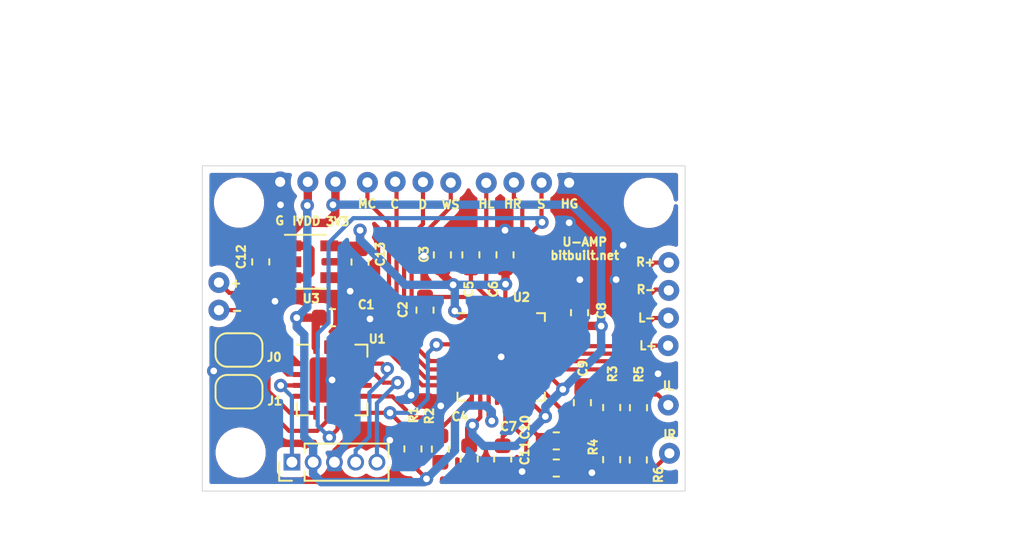
<source format=kicad_pcb>
(kicad_pcb (version 20171130) (host pcbnew 5.1.9)

  (general
    (thickness 1.6)
    (drawings 30)
    (tracks 352)
    (zones 0)
    (modules 47)
    (nets 41)
  )

  (page A4)
  (layers
    (0 F.Cu signal)
    (31 B.Cu signal)
    (32 B.Adhes user)
    (33 F.Adhes user)
    (34 B.Paste user)
    (35 F.Paste user)
    (36 B.SilkS user)
    (37 F.SilkS user)
    (38 B.Mask user)
    (39 F.Mask user)
    (40 Dwgs.User user)
    (41 Cmts.User user)
    (42 Eco1.User user)
    (43 Eco2.User user)
    (44 Edge.Cuts user)
    (45 Margin user)
    (46 B.CrtYd user)
    (47 F.CrtYd user)
    (48 B.Fab user)
    (49 F.Fab user)
  )

  (setup
    (last_trace_width 0.127)
    (user_trace_width 0.15)
    (user_trace_width 0.2)
    (user_trace_width 0.4)
    (user_trace_width 0.6)
    (trace_clearance 0.127)
    (zone_clearance 0.4)
    (zone_45_only no)
    (trace_min 0.127)
    (via_size 0.6)
    (via_drill 0.3)
    (via_min_size 0.6)
    (via_min_drill 0.3)
    (user_via 0.6 0.3)
    (user_via 0.9 0.4)
    (uvia_size 0.6858)
    (uvia_drill 0.3302)
    (uvias_allowed no)
    (uvia_min_size 0.2)
    (uvia_min_drill 0.1)
    (edge_width 0.0381)
    (segment_width 0.254)
    (pcb_text_width 0.3048)
    (pcb_text_size 1.524 1.524)
    (mod_edge_width 0.1524)
    (mod_text_size 0.8128 0.8128)
    (mod_text_width 0.1524)
    (pad_size 1.25 1.25)
    (pad_drill 0.6)
    (pad_to_mask_clearance 0)
    (solder_mask_min_width 0.12)
    (aux_axis_origin 0 0)
    (visible_elements 7FFDFFFF)
    (pcbplotparams
      (layerselection 0x010fc_ffffffff)
      (usegerberextensions false)
      (usegerberattributes false)
      (usegerberadvancedattributes false)
      (creategerberjobfile false)
      (excludeedgelayer true)
      (linewidth 0.100000)
      (plotframeref false)
      (viasonmask false)
      (mode 1)
      (useauxorigin false)
      (hpglpennumber 1)
      (hpglpenspeed 20)
      (hpglpendiameter 15.000000)
      (psnegative false)
      (psa4output false)
      (plotreference true)
      (plotvalue true)
      (plotinvisibletext false)
      (padsonsilk false)
      (subtractmaskfromsilk false)
      (outputformat 1)
      (mirror false)
      (drillshape 0)
      (scaleselection 1)
      (outputdirectory "UNIAMP GERBERS/"))
  )

  (net 0 "")
  (net 1 GND)
  (net 2 +3V3)
  (net 3 "Net-(C2-Pad1)")
  (net 4 "Net-(C2-Pad2)")
  (net 5 +2V5)
  (net 6 "Net-(C5-Pad2)")
  (net 7 "Net-(C7-Pad1)")
  (net 8 "Net-(C9-Pad2)")
  (net 9 "Net-(C10-Pad2)")
  (net 10 "Net-(C10-Pad1)")
  (net 11 "Net-(C11-Pad1)")
  (net 12 "Net-(C11-Pad2)")
  (net 13 dat0)
  (net 14 dat1)
  (net 15 MCLR)
  (net 16 "Net-(J3-Pad4)")
  (net 17 "Net-(J3-Pad5)")
  (net 18 SDA)
  (net 19 SCL)
  (net 20 "Net-(R5-Pad1)")
  (net 21 "Net-(R6-Pad1)")
  (net 22 vol+)
  (net 23 vol-)
  (net 24 "Net-(TP5-Pad1)")
  (net 25 "Net-(TP6-Pad1)")
  (net 26 "Net-(TP7-Pad1)")
  (net 27 "Net-(TP8-Pad1)")
  (net 28 +1V8)
  (net 29 "Net-(TP10-Pad1)")
  (net 30 "Net-(TP11-Pad1)")
  (net 31 "Net-(TP12-Pad1)")
  (net 32 "Net-(TP13-Pad1)")
  (net 33 "Net-(U1-Pad4)")
  (net 34 "Net-(U1-Pad10)")
  (net 35 "Net-(U1-Pad14)")
  (net 36 "Net-(U1-Pad15)")
  (net 37 "Net-(U3-Pad4)")
  (net 38 HPL)
  (net 39 HPR)
  (net 40 HPS)

  (net_class Default "This is the default net class."
    (clearance 0.127)
    (trace_width 0.127)
    (via_dia 0.6)
    (via_drill 0.3)
    (uvia_dia 0.6858)
    (uvia_drill 0.3302)
    (diff_pair_width 0.1524)
    (diff_pair_gap 0.254)
    (add_net +1V8)
    (add_net +2V5)
    (add_net +3V3)
    (add_net GND)
    (add_net HPL)
    (add_net HPR)
    (add_net HPS)
    (add_net MCLR)
    (add_net "Net-(C10-Pad1)")
    (add_net "Net-(C10-Pad2)")
    (add_net "Net-(C11-Pad1)")
    (add_net "Net-(C11-Pad2)")
    (add_net "Net-(C2-Pad1)")
    (add_net "Net-(C2-Pad2)")
    (add_net "Net-(C5-Pad2)")
    (add_net "Net-(C7-Pad1)")
    (add_net "Net-(C9-Pad2)")
    (add_net "Net-(J3-Pad4)")
    (add_net "Net-(J3-Pad5)")
    (add_net "Net-(R5-Pad1)")
    (add_net "Net-(R6-Pad1)")
    (add_net "Net-(TP10-Pad1)")
    (add_net "Net-(TP11-Pad1)")
    (add_net "Net-(TP12-Pad1)")
    (add_net "Net-(TP13-Pad1)")
    (add_net "Net-(TP5-Pad1)")
    (add_net "Net-(TP6-Pad1)")
    (add_net "Net-(TP7-Pad1)")
    (add_net "Net-(TP8-Pad1)")
    (add_net "Net-(U1-Pad10)")
    (add_net "Net-(U1-Pad14)")
    (add_net "Net-(U1-Pad15)")
    (add_net "Net-(U1-Pad4)")
    (add_net "Net-(U3-Pad4)")
    (add_net SCL)
    (add_net SDA)
    (add_net dat0)
    (add_net dat1)
    (add_net vol+)
    (add_net vol-)
  )

  (module Capacitor_SMD:C_0603_1608Metric (layer F.Cu) (tedit 5B301BBE) (tstamp 5D96E7CC)
    (at 126.31 65.15 270)
    (descr "Capacitor SMD 0603 (1608 Metric), square (rectangular) end terminal, IPC_7351 nominal, (Body size source: http://www.tortai-tech.com/upload/download/2011102023233369053.pdf), generated with kicad-footprint-generator")
    (tags capacitor)
    (path /5D95ADC3)
    (attr smd)
    (fp_text reference C2 (at -0.03 1.32 90) (layer F.SilkS)
      (effects (font (size 0.5 0.5) (thickness 0.125)))
    )
    (fp_text value C (at 0 1.43 90) (layer F.Fab)
      (effects (font (size 1 1) (thickness 0.15)))
    )
    (fp_line (start 1.48 0.73) (end -1.48 0.73) (layer F.CrtYd) (width 0.05))
    (fp_line (start 1.48 -0.73) (end 1.48 0.73) (layer F.CrtYd) (width 0.05))
    (fp_line (start -1.48 -0.73) (end 1.48 -0.73) (layer F.CrtYd) (width 0.05))
    (fp_line (start -1.48 0.73) (end -1.48 -0.73) (layer F.CrtYd) (width 0.05))
    (fp_line (start -0.162779 0.51) (end 0.162779 0.51) (layer F.SilkS) (width 0.12))
    (fp_line (start -0.162779 -0.51) (end 0.162779 -0.51) (layer F.SilkS) (width 0.12))
    (fp_line (start 0.8 0.4) (end -0.8 0.4) (layer F.Fab) (width 0.1))
    (fp_line (start 0.8 -0.4) (end 0.8 0.4) (layer F.Fab) (width 0.1))
    (fp_line (start -0.8 -0.4) (end 0.8 -0.4) (layer F.Fab) (width 0.1))
    (fp_line (start -0.8 0.4) (end -0.8 -0.4) (layer F.Fab) (width 0.1))
    (fp_text user %R (at 0 0 90) (layer F.Fab)
      (effects (font (size 0.4 0.4) (thickness 0.06)))
    )
    (pad 1 smd roundrect (at -0.7875 0 270) (size 0.875 0.95) (layers F.Cu F.Paste F.Mask) (roundrect_rratio 0.25)
      (net 3 "Net-(C2-Pad1)"))
    (pad 2 smd roundrect (at 0.7875 0 270) (size 0.875 0.95) (layers F.Cu F.Paste F.Mask) (roundrect_rratio 0.25)
      (net 4 "Net-(C2-Pad2)"))
    (model ${KISYS3DMOD}/Capacitor_SMD.3dshapes/C_0603_1608Metric.wrl
      (at (xyz 0 0 0))
      (scale (xyz 1 1 1))
      (rotate (xyz 0 0 0))
    )
  )

  (module MountingHole:MountingHole_2.2mm_M2 (layer F.Cu) (tedit 56D1B4CB) (tstamp 5D98CEA9)
    (at 115.2 58.73)
    (descr "Mounting Hole 2.2mm, no annular, M2")
    (tags "mounting hole 2.2mm no annular m2")
    (attr virtual)
    (fp_text reference REF** (at 0 -3.2) (layer F.SilkS) hide
      (effects (font (size 1 1) (thickness 0.15)))
    )
    (fp_text value MountingHole_2.2mm_M2 (at 0 3.2) (layer F.Fab)
      (effects (font (size 1 1) (thickness 0.15)))
    )
    (fp_circle (center 0 0) (end 2.2 0) (layer Cmts.User) (width 0.15))
    (fp_circle (center 0 0) (end 2.45 0) (layer F.CrtYd) (width 0.05))
    (fp_text user %R (at 0.3 0) (layer F.Fab)
      (effects (font (size 1 1) (thickness 0.15)))
    )
    (pad 1 np_thru_hole circle (at 0 0) (size 2.2 2.2) (drill 2.2) (layers *.Cu *.Mask))
  )

  (module MountingHole:MountingHole_2.2mm_M2 (layer F.Cu) (tedit 56D1B4CB) (tstamp 5D98CEE9)
    (at 139.68 58.74)
    (descr "Mounting Hole 2.2mm, no annular, M2")
    (tags "mounting hole 2.2mm no annular m2")
    (attr virtual)
    (fp_text reference REF** (at 0 -3.2) (layer F.SilkS) hide
      (effects (font (size 1 1) (thickness 0.15)))
    )
    (fp_text value MountingHole_2.2mm_M2 (at 0 3.2) (layer F.Fab)
      (effects (font (size 1 1) (thickness 0.15)))
    )
    (fp_circle (center 0 0) (end 2.2 0) (layer Cmts.User) (width 0.15))
    (fp_circle (center 0 0) (end 2.45 0) (layer F.CrtYd) (width 0.05))
    (fp_text user %R (at 0.3 0) (layer F.Fab)
      (effects (font (size 1 1) (thickness 0.15)))
    )
    (pad 1 np_thru_hole circle (at 0 0) (size 2.2 2.2) (drill 2.2) (layers *.Cu *.Mask))
  )

  (module MountingHole:MountingHole_2.2mm_M2 (layer F.Cu) (tedit 56D1B4CB) (tstamp 5D98BE5D)
    (at 115.3 73.66)
    (descr "Mounting Hole 2.2mm, no annular, M2")
    (tags "mounting hole 2.2mm no annular m2")
    (attr virtual)
    (fp_text reference REF** (at 0 -3.2) (layer F.SilkS) hide
      (effects (font (size 1 1) (thickness 0.15)))
    )
    (fp_text value MountingHole_2.2mm_M2 (at 0 3.2) (layer F.Fab)
      (effects (font (size 1 1) (thickness 0.15)))
    )
    (fp_circle (center 0 0) (end 2.2 0) (layer Cmts.User) (width 0.15))
    (fp_circle (center 0 0) (end 2.45 0) (layer F.CrtYd) (width 0.05))
    (fp_text user %R (at 0.3 0) (layer F.Fab)
      (effects (font (size 1 1) (thickness 0.15)))
    )
    (pad 1 np_thru_hole circle (at 0 0) (size 2.2 2.2) (drill 2.2) (layers *.Cu *.Mask))
  )

  (module Capacitor_SMD:C_0603_1608Metric (layer F.Cu) (tedit 5B301BBE) (tstamp 5D98CD9C)
    (at 120.78 65.6 180)
    (descr "Capacitor SMD 0603 (1608 Metric), square (rectangular) end terminal, IPC_7351 nominal, (Body size source: http://www.tortai-tech.com/upload/download/2011102023233369053.pdf), generated with kicad-footprint-generator")
    (tags capacitor)
    (path /5D98A4E6)
    (attr smd)
    (fp_text reference C1 (at -2.02 0.775) (layer F.SilkS)
      (effects (font (size 0.5 0.5) (thickness 0.125)))
    )
    (fp_text value C (at 0 1.43) (layer F.Fab)
      (effects (font (size 1 1) (thickness 0.15)))
    )
    (fp_line (start 1.48 0.73) (end -1.48 0.73) (layer F.CrtYd) (width 0.05))
    (fp_line (start 1.48 -0.73) (end 1.48 0.73) (layer F.CrtYd) (width 0.05))
    (fp_line (start -1.48 -0.73) (end 1.48 -0.73) (layer F.CrtYd) (width 0.05))
    (fp_line (start -1.48 0.73) (end -1.48 -0.73) (layer F.CrtYd) (width 0.05))
    (fp_line (start -0.162779 0.51) (end 0.162779 0.51) (layer F.SilkS) (width 0.12))
    (fp_line (start -0.162779 -0.51) (end 0.162779 -0.51) (layer F.SilkS) (width 0.12))
    (fp_line (start 0.8 0.4) (end -0.8 0.4) (layer F.Fab) (width 0.1))
    (fp_line (start 0.8 -0.4) (end 0.8 0.4) (layer F.Fab) (width 0.1))
    (fp_line (start -0.8 -0.4) (end 0.8 -0.4) (layer F.Fab) (width 0.1))
    (fp_line (start -0.8 0.4) (end -0.8 -0.4) (layer F.Fab) (width 0.1))
    (fp_text user %R (at 0 0) (layer F.Fab)
      (effects (font (size 0.4 0.4) (thickness 0.06)))
    )
    (pad 1 smd roundrect (at -0.7875 0 180) (size 0.875 0.95) (layers F.Cu F.Paste F.Mask) (roundrect_rratio 0.25)
      (net 1 GND))
    (pad 2 smd roundrect (at 0.7875 0 180) (size 0.875 0.95) (layers F.Cu F.Paste F.Mask) (roundrect_rratio 0.25)
      (net 28 +1V8))
    (model ${KISYS3DMOD}/Capacitor_SMD.3dshapes/C_0603_1608Metric.wrl
      (at (xyz 0 0 0))
      (scale (xyz 1 1 1))
      (rotate (xyz 0 0 0))
    )
  )

  (module Capacitor_SMD:C_0603_1608Metric (layer F.Cu) (tedit 5B301BBE) (tstamp 5D96E7DD)
    (at 127.35 61.8475 270)
    (descr "Capacitor SMD 0603 (1608 Metric), square (rectangular) end terminal, IPC_7351 nominal, (Body size source: http://www.tortai-tech.com/upload/download/2011102023233369053.pdf), generated with kicad-footprint-generator")
    (tags capacitor)
    (path /5D95D0AD)
    (attr smd)
    (fp_text reference C3 (at -0.0275 1.1 90) (layer F.SilkS)
      (effects (font (size 0.5 0.5) (thickness 0.125)))
    )
    (fp_text value C (at 0 1.43 90) (layer F.Fab)
      (effects (font (size 1 1) (thickness 0.15)))
    )
    (fp_line (start -0.8 0.4) (end -0.8 -0.4) (layer F.Fab) (width 0.1))
    (fp_line (start -0.8 -0.4) (end 0.8 -0.4) (layer F.Fab) (width 0.1))
    (fp_line (start 0.8 -0.4) (end 0.8 0.4) (layer F.Fab) (width 0.1))
    (fp_line (start 0.8 0.4) (end -0.8 0.4) (layer F.Fab) (width 0.1))
    (fp_line (start -0.162779 -0.51) (end 0.162779 -0.51) (layer F.SilkS) (width 0.12))
    (fp_line (start -0.162779 0.51) (end 0.162779 0.51) (layer F.SilkS) (width 0.12))
    (fp_line (start -1.48 0.73) (end -1.48 -0.73) (layer F.CrtYd) (width 0.05))
    (fp_line (start -1.48 -0.73) (end 1.48 -0.73) (layer F.CrtYd) (width 0.05))
    (fp_line (start 1.48 -0.73) (end 1.48 0.73) (layer F.CrtYd) (width 0.05))
    (fp_line (start 1.48 0.73) (end -1.48 0.73) (layer F.CrtYd) (width 0.05))
    (fp_text user %R (at 0 0 90) (layer F.Fab)
      (effects (font (size 0.4 0.4) (thickness 0.06)))
    )
    (pad 2 smd roundrect (at 0.7875 0 270) (size 0.875 0.95) (layers F.Cu F.Paste F.Mask) (roundrect_rratio 0.25)
      (net 5 +2V5))
    (pad 1 smd roundrect (at -0.7875 0 270) (size 0.875 0.95) (layers F.Cu F.Paste F.Mask) (roundrect_rratio 0.25)
      (net 1 GND))
    (model ${KISYS3DMOD}/Capacitor_SMD.3dshapes/C_0603_1608Metric.wrl
      (at (xyz 0 0 0))
      (scale (xyz 1 1 1))
      (rotate (xyz 0 0 0))
    )
  )

  (module Capacitor_SMD:C_0603_1608Metric (layer F.Cu) (tedit 5B301BBE) (tstamp 5D96E7EE)
    (at 128.95 74.0375 270)
    (descr "Capacitor SMD 0603 (1608 Metric), square (rectangular) end terminal, IPC_7351 nominal, (Body size source: http://www.tortai-tech.com/upload/download/2011102023233369053.pdf), generated with kicad-footprint-generator")
    (tags capacitor)
    (path /5D958C09)
    (attr smd)
    (fp_text reference C4 (at -2.5275 0.56 180) (layer F.SilkS)
      (effects (font (size 0.5 0.5) (thickness 0.125)))
    )
    (fp_text value C (at 0 1.43 90) (layer F.Fab)
      (effects (font (size 1 1) (thickness 0.15)))
    )
    (fp_line (start 1.48 0.73) (end -1.48 0.73) (layer F.CrtYd) (width 0.05))
    (fp_line (start 1.48 -0.73) (end 1.48 0.73) (layer F.CrtYd) (width 0.05))
    (fp_line (start -1.48 -0.73) (end 1.48 -0.73) (layer F.CrtYd) (width 0.05))
    (fp_line (start -1.48 0.73) (end -1.48 -0.73) (layer F.CrtYd) (width 0.05))
    (fp_line (start -0.162779 0.51) (end 0.162779 0.51) (layer F.SilkS) (width 0.12))
    (fp_line (start -0.162779 -0.51) (end 0.162779 -0.51) (layer F.SilkS) (width 0.12))
    (fp_line (start 0.8 0.4) (end -0.8 0.4) (layer F.Fab) (width 0.1))
    (fp_line (start 0.8 -0.4) (end 0.8 0.4) (layer F.Fab) (width 0.1))
    (fp_line (start -0.8 -0.4) (end 0.8 -0.4) (layer F.Fab) (width 0.1))
    (fp_line (start -0.8 0.4) (end -0.8 -0.4) (layer F.Fab) (width 0.1))
    (fp_text user %R (at 0 0 90) (layer F.Fab)
      (effects (font (size 0.4 0.4) (thickness 0.06)))
    )
    (pad 1 smd roundrect (at -0.7875 0 270) (size 0.875 0.95) (layers F.Cu F.Paste F.Mask) (roundrect_rratio 0.25)
      (net 2 +3V3))
    (pad 2 smd roundrect (at 0.7875 0 270) (size 0.875 0.95) (layers F.Cu F.Paste F.Mask) (roundrect_rratio 0.25)
      (net 1 GND))
    (model ${KISYS3DMOD}/Capacitor_SMD.3dshapes/C_0603_1608Metric.wrl
      (at (xyz 0 0 0))
      (scale (xyz 1 1 1))
      (rotate (xyz 0 0 0))
    )
  )

  (module Capacitor_SMD:C_0603_1608Metric (layer F.Cu) (tedit 5B301BBE) (tstamp 5D98BABB)
    (at 129.05 61.8475 270)
    (descr "Capacitor SMD 0603 (1608 Metric), square (rectangular) end terminal, IPC_7351 nominal, (Body size source: http://www.tortai-tech.com/upload/download/2011102023233369053.pdf), generated with kicad-footprint-generator")
    (tags capacitor)
    (path /5D95C04F)
    (attr smd)
    (fp_text reference C5 (at 2.0525 0.12 90) (layer F.SilkS)
      (effects (font (size 0.5 0.5) (thickness 0.125)))
    )
    (fp_text value C (at 0 1.43 90) (layer F.Fab)
      (effects (font (size 1 1) (thickness 0.15)))
    )
    (fp_line (start -0.8 0.4) (end -0.8 -0.4) (layer F.Fab) (width 0.1))
    (fp_line (start -0.8 -0.4) (end 0.8 -0.4) (layer F.Fab) (width 0.1))
    (fp_line (start 0.8 -0.4) (end 0.8 0.4) (layer F.Fab) (width 0.1))
    (fp_line (start 0.8 0.4) (end -0.8 0.4) (layer F.Fab) (width 0.1))
    (fp_line (start -0.162779 -0.51) (end 0.162779 -0.51) (layer F.SilkS) (width 0.12))
    (fp_line (start -0.162779 0.51) (end 0.162779 0.51) (layer F.SilkS) (width 0.12))
    (fp_line (start -1.48 0.73) (end -1.48 -0.73) (layer F.CrtYd) (width 0.05))
    (fp_line (start -1.48 -0.73) (end 1.48 -0.73) (layer F.CrtYd) (width 0.05))
    (fp_line (start 1.48 -0.73) (end 1.48 0.73) (layer F.CrtYd) (width 0.05))
    (fp_line (start 1.48 0.73) (end -1.48 0.73) (layer F.CrtYd) (width 0.05))
    (fp_text user %R (at 0 0 90) (layer F.Fab)
      (effects (font (size 0.4 0.4) (thickness 0.06)))
    )
    (pad 2 smd roundrect (at 0.7875 0 270) (size 0.875 0.95) (layers F.Cu F.Paste F.Mask) (roundrect_rratio 0.25)
      (net 6 "Net-(C5-Pad2)"))
    (pad 1 smd roundrect (at -0.7875 0 270) (size 0.875 0.95) (layers F.Cu F.Paste F.Mask) (roundrect_rratio 0.25)
      (net 1 GND))
    (model ${KISYS3DMOD}/Capacitor_SMD.3dshapes/C_0603_1608Metric.wrl
      (at (xyz 0 0 0))
      (scale (xyz 1 1 1))
      (rotate (xyz 0 0 0))
    )
  )

  (module Capacitor_SMD:C_0603_1608Metric (layer F.Cu) (tedit 5B301BBE) (tstamp 5D96E810)
    (at 131.09 61.8475 270)
    (descr "Capacitor SMD 0603 (1608 Metric), square (rectangular) end terminal, IPC_7351 nominal, (Body size source: http://www.tortai-tech.com/upload/download/2011102023233369053.pdf), generated with kicad-footprint-generator")
    (tags capacitor)
    (path /5D95C921)
    (attr smd)
    (fp_text reference C6 (at 2.0525 0.7 90) (layer F.SilkS)
      (effects (font (size 0.5 0.5) (thickness 0.125)))
    )
    (fp_text value C (at 0 1.43 90) (layer F.Fab)
      (effects (font (size 1 1) (thickness 0.15)))
    )
    (fp_line (start 1.48 0.73) (end -1.48 0.73) (layer F.CrtYd) (width 0.05))
    (fp_line (start 1.48 -0.73) (end 1.48 0.73) (layer F.CrtYd) (width 0.05))
    (fp_line (start -1.48 -0.73) (end 1.48 -0.73) (layer F.CrtYd) (width 0.05))
    (fp_line (start -1.48 0.73) (end -1.48 -0.73) (layer F.CrtYd) (width 0.05))
    (fp_line (start -0.162779 0.51) (end 0.162779 0.51) (layer F.SilkS) (width 0.12))
    (fp_line (start -0.162779 -0.51) (end 0.162779 -0.51) (layer F.SilkS) (width 0.12))
    (fp_line (start 0.8 0.4) (end -0.8 0.4) (layer F.Fab) (width 0.1))
    (fp_line (start 0.8 -0.4) (end 0.8 0.4) (layer F.Fab) (width 0.1))
    (fp_line (start -0.8 -0.4) (end 0.8 -0.4) (layer F.Fab) (width 0.1))
    (fp_line (start -0.8 0.4) (end -0.8 -0.4) (layer F.Fab) (width 0.1))
    (fp_text user %R (at 0 0 90) (layer F.Fab)
      (effects (font (size 0.4 0.4) (thickness 0.06)))
    )
    (pad 1 smd roundrect (at -0.7875 0 270) (size 0.875 0.95) (layers F.Cu F.Paste F.Mask) (roundrect_rratio 0.25)
      (net 1 GND))
    (pad 2 smd roundrect (at 0.7875 0 270) (size 0.875 0.95) (layers F.Cu F.Paste F.Mask) (roundrect_rratio 0.25)
      (net 5 +2V5))
    (model ${KISYS3DMOD}/Capacitor_SMD.3dshapes/C_0603_1608Metric.wrl
      (at (xyz 0 0 0))
      (scale (xyz 1 1 1))
      (rotate (xyz 0 0 0))
    )
  )

  (module Capacitor_SMD:C_0603_1608Metric (layer F.Cu) (tedit 5B301BBE) (tstamp 5D96E821)
    (at 130.95 74.0375 270)
    (descr "Capacitor SMD 0603 (1608 Metric), square (rectangular) end terminal, IPC_7351 nominal, (Body size source: http://www.tortai-tech.com/upload/download/2011102023233369053.pdf), generated with kicad-footprint-generator")
    (tags capacitor)
    (path /5D959D72)
    (attr smd)
    (fp_text reference C7 (at -1.9375 -0.35 180) (layer F.SilkS)
      (effects (font (size 0.5 0.5) (thickness 0.125)))
    )
    (fp_text value C (at 0 1.43 90) (layer F.Fab)
      (effects (font (size 1 1) (thickness 0.15)))
    )
    (fp_line (start -0.8 0.4) (end -0.8 -0.4) (layer F.Fab) (width 0.1))
    (fp_line (start -0.8 -0.4) (end 0.8 -0.4) (layer F.Fab) (width 0.1))
    (fp_line (start 0.8 -0.4) (end 0.8 0.4) (layer F.Fab) (width 0.1))
    (fp_line (start 0.8 0.4) (end -0.8 0.4) (layer F.Fab) (width 0.1))
    (fp_line (start -0.162779 -0.51) (end 0.162779 -0.51) (layer F.SilkS) (width 0.12))
    (fp_line (start -0.162779 0.51) (end 0.162779 0.51) (layer F.SilkS) (width 0.12))
    (fp_line (start -1.48 0.73) (end -1.48 -0.73) (layer F.CrtYd) (width 0.05))
    (fp_line (start -1.48 -0.73) (end 1.48 -0.73) (layer F.CrtYd) (width 0.05))
    (fp_line (start 1.48 -0.73) (end 1.48 0.73) (layer F.CrtYd) (width 0.05))
    (fp_line (start 1.48 0.73) (end -1.48 0.73) (layer F.CrtYd) (width 0.05))
    (fp_text user %R (at 0 0 90) (layer F.Fab)
      (effects (font (size 0.4 0.4) (thickness 0.06)))
    )
    (pad 2 smd roundrect (at 0.7875 0 270) (size 0.875 0.95) (layers F.Cu F.Paste F.Mask) (roundrect_rratio 0.25)
      (net 1 GND))
    (pad 1 smd roundrect (at -0.7875 0 270) (size 0.875 0.95) (layers F.Cu F.Paste F.Mask) (roundrect_rratio 0.25)
      (net 7 "Net-(C7-Pad1)"))
    (model ${KISYS3DMOD}/Capacitor_SMD.3dshapes/C_0603_1608Metric.wrl
      (at (xyz 0 0 0))
      (scale (xyz 1 1 1))
      (rotate (xyz 0 0 0))
    )
  )

  (module Capacitor_SMD:C_0603_1608Metric (layer F.Cu) (tedit 5B301BBE) (tstamp 5D96E832)
    (at 135.54 65.3025 270)
    (descr "Capacitor SMD 0603 (1608 Metric), square (rectangular) end terminal, IPC_7351 nominal, (Body size source: http://www.tortai-tech.com/upload/download/2011102023233369053.pdf), generated with kicad-footprint-generator")
    (tags capacitor)
    (path /5D9660F3)
    (attr smd)
    (fp_text reference C8 (at -0.1225 -1.31 90) (layer F.SilkS)
      (effects (font (size 0.5 0.5) (thickness 0.125)))
    )
    (fp_text value C (at 0 1.43 90) (layer F.Fab)
      (effects (font (size 1 1) (thickness 0.15)))
    )
    (fp_line (start 1.48 0.73) (end -1.48 0.73) (layer F.CrtYd) (width 0.05))
    (fp_line (start 1.48 -0.73) (end 1.48 0.73) (layer F.CrtYd) (width 0.05))
    (fp_line (start -1.48 -0.73) (end 1.48 -0.73) (layer F.CrtYd) (width 0.05))
    (fp_line (start -1.48 0.73) (end -1.48 -0.73) (layer F.CrtYd) (width 0.05))
    (fp_line (start -0.162779 0.51) (end 0.162779 0.51) (layer F.SilkS) (width 0.12))
    (fp_line (start -0.162779 -0.51) (end 0.162779 -0.51) (layer F.SilkS) (width 0.12))
    (fp_line (start 0.8 0.4) (end -0.8 0.4) (layer F.Fab) (width 0.1))
    (fp_line (start 0.8 -0.4) (end 0.8 0.4) (layer F.Fab) (width 0.1))
    (fp_line (start -0.8 -0.4) (end 0.8 -0.4) (layer F.Fab) (width 0.1))
    (fp_line (start -0.8 0.4) (end -0.8 -0.4) (layer F.Fab) (width 0.1))
    (fp_text user %R (at 0 0 90) (layer F.Fab)
      (effects (font (size 0.4 0.4) (thickness 0.06)))
    )
    (pad 1 smd roundrect (at -0.7875 0 270) (size 0.875 0.95) (layers F.Cu F.Paste F.Mask) (roundrect_rratio 0.25)
      (net 1 GND))
    (pad 2 smd roundrect (at 0.7875 0 270) (size 0.875 0.95) (layers F.Cu F.Paste F.Mask) (roundrect_rratio 0.25)
      (net 2 +3V3))
    (model ${KISYS3DMOD}/Capacitor_SMD.3dshapes/C_0603_1608Metric.wrl
      (at (xyz 0 0 0))
      (scale (xyz 1 1 1))
      (rotate (xyz 0 0 0))
    )
  )

  (module Capacitor_SMD:C_0603_1608Metric (layer F.Cu) (tedit 5B301BBE) (tstamp 5D96E843)
    (at 135.71 70.6775 270)
    (descr "Capacitor SMD 0603 (1608 Metric), square (rectangular) end terminal, IPC_7351 nominal, (Body size source: http://www.tortai-tech.com/upload/download/2011102023233369053.pdf), generated with kicad-footprint-generator")
    (tags capacitor)
    (path /5D968ADC)
    (attr smd)
    (fp_text reference C9 (at -2.0475 -0.03 90) (layer F.SilkS)
      (effects (font (size 0.5 0.5) (thickness 0.125)))
    )
    (fp_text value C (at 0 1.43 90) (layer F.Fab)
      (effects (font (size 1 1) (thickness 0.15)))
    )
    (fp_line (start -0.8 0.4) (end -0.8 -0.4) (layer F.Fab) (width 0.1))
    (fp_line (start -0.8 -0.4) (end 0.8 -0.4) (layer F.Fab) (width 0.1))
    (fp_line (start 0.8 -0.4) (end 0.8 0.4) (layer F.Fab) (width 0.1))
    (fp_line (start 0.8 0.4) (end -0.8 0.4) (layer F.Fab) (width 0.1))
    (fp_line (start -0.162779 -0.51) (end 0.162779 -0.51) (layer F.SilkS) (width 0.12))
    (fp_line (start -0.162779 0.51) (end 0.162779 0.51) (layer F.SilkS) (width 0.12))
    (fp_line (start -1.48 0.73) (end -1.48 -0.73) (layer F.CrtYd) (width 0.05))
    (fp_line (start -1.48 -0.73) (end 1.48 -0.73) (layer F.CrtYd) (width 0.05))
    (fp_line (start 1.48 -0.73) (end 1.48 0.73) (layer F.CrtYd) (width 0.05))
    (fp_line (start 1.48 0.73) (end -1.48 0.73) (layer F.CrtYd) (width 0.05))
    (fp_text user %R (at 0 0 90) (layer F.Fab)
      (effects (font (size 0.4 0.4) (thickness 0.06)))
    )
    (pad 2 smd roundrect (at 0.7875 0 270) (size 0.875 0.95) (layers F.Cu F.Paste F.Mask) (roundrect_rratio 0.25)
      (net 8 "Net-(C9-Pad2)"))
    (pad 1 smd roundrect (at -0.7875 0 270) (size 0.875 0.95) (layers F.Cu F.Paste F.Mask) (roundrect_rratio 0.25)
      (net 1 GND))
    (model ${KISYS3DMOD}/Capacitor_SMD.3dshapes/C_0603_1608Metric.wrl
      (at (xyz 0 0 0))
      (scale (xyz 1 1 1))
      (rotate (xyz 0 0 0))
    )
  )

  (module Capacitor_SMD:C_0603_1608Metric (layer F.Cu) (tedit 5B301BBE) (tstamp 5D970C00)
    (at 134.1525 72.96 180)
    (descr "Capacitor SMD 0603 (1608 Metric), square (rectangular) end terminal, IPC_7351 nominal, (Body size source: http://www.tortai-tech.com/upload/download/2011102023233369053.pdf), generated with kicad-footprint-generator")
    (tags capacitor)
    (path /5D97BB8F)
    (attr smd)
    (fp_text reference C10 (at 1.8725 0.81 90) (layer F.SilkS)
      (effects (font (size 0.5 0.5) (thickness 0.125)))
    )
    (fp_text value C (at 0 1.43) (layer F.Fab)
      (effects (font (size 1 1) (thickness 0.15)))
    )
    (fp_line (start -0.8 0.4) (end -0.8 -0.4) (layer F.Fab) (width 0.1))
    (fp_line (start -0.8 -0.4) (end 0.8 -0.4) (layer F.Fab) (width 0.1))
    (fp_line (start 0.8 -0.4) (end 0.8 0.4) (layer F.Fab) (width 0.1))
    (fp_line (start 0.8 0.4) (end -0.8 0.4) (layer F.Fab) (width 0.1))
    (fp_line (start -0.162779 -0.51) (end 0.162779 -0.51) (layer F.SilkS) (width 0.12))
    (fp_line (start -0.162779 0.51) (end 0.162779 0.51) (layer F.SilkS) (width 0.12))
    (fp_line (start -1.48 0.73) (end -1.48 -0.73) (layer F.CrtYd) (width 0.05))
    (fp_line (start -1.48 -0.73) (end 1.48 -0.73) (layer F.CrtYd) (width 0.05))
    (fp_line (start 1.48 -0.73) (end 1.48 0.73) (layer F.CrtYd) (width 0.05))
    (fp_line (start 1.48 0.73) (end -1.48 0.73) (layer F.CrtYd) (width 0.05))
    (fp_text user %R (at 0 0) (layer F.Fab)
      (effects (font (size 0.4 0.4) (thickness 0.06)))
    )
    (pad 2 smd roundrect (at 0.7875 0 180) (size 0.875 0.95) (layers F.Cu F.Paste F.Mask) (roundrect_rratio 0.25)
      (net 9 "Net-(C10-Pad2)"))
    (pad 1 smd roundrect (at -0.7875 0 180) (size 0.875 0.95) (layers F.Cu F.Paste F.Mask) (roundrect_rratio 0.25)
      (net 10 "Net-(C10-Pad1)"))
    (model ${KISYS3DMOD}/Capacitor_SMD.3dshapes/C_0603_1608Metric.wrl
      (at (xyz 0 0 0))
      (scale (xyz 1 1 1))
      (rotate (xyz 0 0 0))
    )
  )

  (module Capacitor_SMD:C_0603_1608Metric (layer F.Cu) (tedit 5B301BBE) (tstamp 5D970C61)
    (at 134.1525 74.58 180)
    (descr "Capacitor SMD 0603 (1608 Metric), square (rectangular) end terminal, IPC_7351 nominal, (Body size source: http://www.tortai-tech.com/upload/download/2011102023233369053.pdf), generated with kicad-footprint-generator")
    (tags capacitor)
    (path /5D97C6BC)
    (attr smd)
    (fp_text reference C11 (at 1.8825 0.9 270) (layer F.SilkS)
      (effects (font (size 0.5 0.5) (thickness 0.125)))
    )
    (fp_text value C (at 0 1.43) (layer F.Fab)
      (effects (font (size 1 1) (thickness 0.15)))
    )
    (fp_line (start 1.48 0.73) (end -1.48 0.73) (layer F.CrtYd) (width 0.05))
    (fp_line (start 1.48 -0.73) (end 1.48 0.73) (layer F.CrtYd) (width 0.05))
    (fp_line (start -1.48 -0.73) (end 1.48 -0.73) (layer F.CrtYd) (width 0.05))
    (fp_line (start -1.48 0.73) (end -1.48 -0.73) (layer F.CrtYd) (width 0.05))
    (fp_line (start -0.162779 0.51) (end 0.162779 0.51) (layer F.SilkS) (width 0.12))
    (fp_line (start -0.162779 -0.51) (end 0.162779 -0.51) (layer F.SilkS) (width 0.12))
    (fp_line (start 0.8 0.4) (end -0.8 0.4) (layer F.Fab) (width 0.1))
    (fp_line (start 0.8 -0.4) (end 0.8 0.4) (layer F.Fab) (width 0.1))
    (fp_line (start -0.8 -0.4) (end 0.8 -0.4) (layer F.Fab) (width 0.1))
    (fp_line (start -0.8 0.4) (end -0.8 -0.4) (layer F.Fab) (width 0.1))
    (fp_text user %R (at 0 0) (layer F.Fab)
      (effects (font (size 0.4 0.4) (thickness 0.06)))
    )
    (pad 1 smd roundrect (at -0.7875 0 180) (size 0.875 0.95) (layers F.Cu F.Paste F.Mask) (roundrect_rratio 0.25)
      (net 11 "Net-(C11-Pad1)"))
    (pad 2 smd roundrect (at 0.7875 0 180) (size 0.875 0.95) (layers F.Cu F.Paste F.Mask) (roundrect_rratio 0.25)
      (net 12 "Net-(C11-Pad2)"))
    (model ${KISYS3DMOD}/Capacitor_SMD.3dshapes/C_0603_1608Metric.wrl
      (at (xyz 0 0 0))
      (scale (xyz 1 1 1))
      (rotate (xyz 0 0 0))
    )
  )

  (module Capacitor_SMD:C_0603_1608Metric (layer F.Cu) (tedit 5B301BBE) (tstamp 5D98CE08)
    (at 116.5 62.2675 270)
    (descr "Capacitor SMD 0603 (1608 Metric), square (rectangular) end terminal, IPC_7351 nominal, (Body size source: http://www.tortai-tech.com/upload/download/2011102023233369053.pdf), generated with kicad-footprint-generator")
    (tags capacitor)
    (path /5D96B3DC)
    (attr smd)
    (fp_text reference C12 (at -0.3075 1.17 90) (layer F.SilkS)
      (effects (font (size 0.5 0.5) (thickness 0.125)))
    )
    (fp_text value C (at 0 1.43 90) (layer F.Fab)
      (effects (font (size 1 1) (thickness 0.15)))
    )
    (fp_line (start -0.8 0.4) (end -0.8 -0.4) (layer F.Fab) (width 0.1))
    (fp_line (start -0.8 -0.4) (end 0.8 -0.4) (layer F.Fab) (width 0.1))
    (fp_line (start 0.8 -0.4) (end 0.8 0.4) (layer F.Fab) (width 0.1))
    (fp_line (start 0.8 0.4) (end -0.8 0.4) (layer F.Fab) (width 0.1))
    (fp_line (start -0.162779 -0.51) (end 0.162779 -0.51) (layer F.SilkS) (width 0.12))
    (fp_line (start -0.162779 0.51) (end 0.162779 0.51) (layer F.SilkS) (width 0.12))
    (fp_line (start -1.48 0.73) (end -1.48 -0.73) (layer F.CrtYd) (width 0.05))
    (fp_line (start -1.48 -0.73) (end 1.48 -0.73) (layer F.CrtYd) (width 0.05))
    (fp_line (start 1.48 -0.73) (end 1.48 0.73) (layer F.CrtYd) (width 0.05))
    (fp_line (start 1.48 0.73) (end -1.48 0.73) (layer F.CrtYd) (width 0.05))
    (fp_text user %R (at 0 0 90) (layer F.Fab)
      (effects (font (size 0.4 0.4) (thickness 0.06)))
    )
    (pad 2 smd roundrect (at 0.7875 0 270) (size 0.875 0.95) (layers F.Cu F.Paste F.Mask) (roundrect_rratio 0.25)
      (net 1 GND))
    (pad 1 smd roundrect (at -0.7875 0 270) (size 0.875 0.95) (layers F.Cu F.Paste F.Mask) (roundrect_rratio 0.25)
      (net 2 +3V3))
    (model ${KISYS3DMOD}/Capacitor_SMD.3dshapes/C_0603_1608Metric.wrl
      (at (xyz 0 0 0))
      (scale (xyz 1 1 1))
      (rotate (xyz 0 0 0))
    )
  )

  (module Capacitor_SMD:C_0603_1608Metric (layer F.Cu) (tedit 5B301BBE) (tstamp 5D98CE38)
    (at 122.43 62.2775 270)
    (descr "Capacitor SMD 0603 (1608 Metric), square (rectangular) end terminal, IPC_7351 nominal, (Body size source: http://www.tortai-tech.com/upload/download/2011102023233369053.pdf), generated with kicad-footprint-generator")
    (tags capacitor)
    (path /5D96AB6F)
    (attr smd)
    (fp_text reference C13 (at -0.4675 -1.21 90) (layer F.SilkS)
      (effects (font (size 0.5 0.5) (thickness 0.125)))
    )
    (fp_text value C (at 0 1.43 90) (layer F.Fab)
      (effects (font (size 1 1) (thickness 0.15)))
    )
    (fp_line (start 1.48 0.73) (end -1.48 0.73) (layer F.CrtYd) (width 0.05))
    (fp_line (start 1.48 -0.73) (end 1.48 0.73) (layer F.CrtYd) (width 0.05))
    (fp_line (start -1.48 -0.73) (end 1.48 -0.73) (layer F.CrtYd) (width 0.05))
    (fp_line (start -1.48 0.73) (end -1.48 -0.73) (layer F.CrtYd) (width 0.05))
    (fp_line (start -0.162779 0.51) (end 0.162779 0.51) (layer F.SilkS) (width 0.12))
    (fp_line (start -0.162779 -0.51) (end 0.162779 -0.51) (layer F.SilkS) (width 0.12))
    (fp_line (start 0.8 0.4) (end -0.8 0.4) (layer F.Fab) (width 0.1))
    (fp_line (start 0.8 -0.4) (end 0.8 0.4) (layer F.Fab) (width 0.1))
    (fp_line (start -0.8 -0.4) (end 0.8 -0.4) (layer F.Fab) (width 0.1))
    (fp_line (start -0.8 0.4) (end -0.8 -0.4) (layer F.Fab) (width 0.1))
    (fp_text user %R (at 0 0 90) (layer F.Fab)
      (effects (font (size 0.4 0.4) (thickness 0.06)))
    )
    (pad 1 smd roundrect (at -0.7875 0 270) (size 0.875 0.95) (layers F.Cu F.Paste F.Mask) (roundrect_rratio 0.25)
      (net 5 +2V5))
    (pad 2 smd roundrect (at 0.7875 0 270) (size 0.875 0.95) (layers F.Cu F.Paste F.Mask) (roundrect_rratio 0.25)
      (net 1 GND))
    (model ${KISYS3DMOD}/Capacitor_SMD.3dshapes/C_0603_1608Metric.wrl
      (at (xyz 0 0 0))
      (scale (xyz 1 1 1))
      (rotate (xyz 0 0 0))
    )
  )

  (module Jumper:SolderJumper-2_P1.3mm_Open_RoundedPad1.0x1.5mm (layer F.Cu) (tedit 5B391E66) (tstamp 5D98D121)
    (at 115.2 67.53 180)
    (descr "SMD Solder Jumper, 1x1.5mm, rounded Pads, 0.3mm gap, open")
    (tags "solder jumper open")
    (path /5D99DDFA)
    (attr virtual)
    (fp_text reference J1 (at 0 -1.8) (layer F.SilkS) hide
      (effects (font (size 1 1) (thickness 0.15)))
    )
    (fp_text value Conn_01x02_Female (at 0 1.9) (layer F.Fab)
      (effects (font (size 1 1) (thickness 0.15)))
    )
    (fp_line (start -1.4 0.3) (end -1.4 -0.3) (layer F.SilkS) (width 0.12))
    (fp_line (start 0.7 1) (end -0.7 1) (layer F.SilkS) (width 0.12))
    (fp_line (start 1.4 -0.3) (end 1.4 0.3) (layer F.SilkS) (width 0.12))
    (fp_line (start -0.7 -1) (end 0.7 -1) (layer F.SilkS) (width 0.12))
    (fp_line (start -1.65 -1.25) (end 1.65 -1.25) (layer F.CrtYd) (width 0.05))
    (fp_line (start -1.65 -1.25) (end -1.65 1.25) (layer F.CrtYd) (width 0.05))
    (fp_line (start 1.65 1.25) (end 1.65 -1.25) (layer F.CrtYd) (width 0.05))
    (fp_line (start 1.65 1.25) (end -1.65 1.25) (layer F.CrtYd) (width 0.05))
    (fp_arc (start -0.7 -0.3) (end -0.7 -1) (angle -90) (layer F.SilkS) (width 0.12))
    (fp_arc (start -0.7 0.3) (end -1.4 0.3) (angle -90) (layer F.SilkS) (width 0.12))
    (fp_arc (start 0.7 0.3) (end 0.7 1) (angle -90) (layer F.SilkS) (width 0.12))
    (fp_arc (start 0.7 -0.3) (end 1.4 -0.3) (angle -90) (layer F.SilkS) (width 0.12))
    (pad 2 smd custom (at 0.65 0 180) (size 1 0.5) (layers F.Cu F.Mask)
      (net 1 GND) (zone_connect 2)
      (options (clearance outline) (anchor rect))
      (primitives
        (gr_circle (center 0 0.25) (end 0.5 0.25) (width 0))
        (gr_circle (center 0 -0.25) (end 0.5 -0.25) (width 0))
        (gr_poly (pts
           (xy 0 -0.75) (xy -0.5 -0.75) (xy -0.5 0.75) (xy 0 0.75)) (width 0))
      ))
    (pad 1 smd custom (at -0.65 0 180) (size 1 0.5) (layers F.Cu F.Mask)
      (net 13 dat0) (zone_connect 2)
      (options (clearance outline) (anchor rect))
      (primitives
        (gr_circle (center 0 0.25) (end 0.5 0.25) (width 0))
        (gr_circle (center 0 -0.25) (end 0.5 -0.25) (width 0))
        (gr_poly (pts
           (xy 0 -0.75) (xy 0.5 -0.75) (xy 0.5 0.75) (xy 0 0.75)) (width 0))
      ))
  )

  (module Jumper:SolderJumper-2_P1.3mm_Open_RoundedPad1.0x1.5mm (layer F.Cu) (tedit 5B391E66) (tstamp 5D96E8AB)
    (at 115.2 70.02 180)
    (descr "SMD Solder Jumper, 1x1.5mm, rounded Pads, 0.3mm gap, open")
    (tags "solder jumper open")
    (path /5D99F228)
    (attr virtual)
    (fp_text reference J2 (at 0 -1.8) (layer F.SilkS) hide
      (effects (font (size 1 1) (thickness 0.15)))
    )
    (fp_text value Conn_01x02_Female (at 0 1.9) (layer F.Fab)
      (effects (font (size 1 1) (thickness 0.15)))
    )
    (fp_line (start 1.65 1.25) (end -1.65 1.25) (layer F.CrtYd) (width 0.05))
    (fp_line (start 1.65 1.25) (end 1.65 -1.25) (layer F.CrtYd) (width 0.05))
    (fp_line (start -1.65 -1.25) (end -1.65 1.25) (layer F.CrtYd) (width 0.05))
    (fp_line (start -1.65 -1.25) (end 1.65 -1.25) (layer F.CrtYd) (width 0.05))
    (fp_line (start -0.7 -1) (end 0.7 -1) (layer F.SilkS) (width 0.12))
    (fp_line (start 1.4 -0.3) (end 1.4 0.3) (layer F.SilkS) (width 0.12))
    (fp_line (start 0.7 1) (end -0.7 1) (layer F.SilkS) (width 0.12))
    (fp_line (start -1.4 0.3) (end -1.4 -0.3) (layer F.SilkS) (width 0.12))
    (fp_arc (start 0.7 -0.3) (end 1.4 -0.3) (angle -90) (layer F.SilkS) (width 0.12))
    (fp_arc (start 0.7 0.3) (end 0.7 1) (angle -90) (layer F.SilkS) (width 0.12))
    (fp_arc (start -0.7 0.3) (end -1.4 0.3) (angle -90) (layer F.SilkS) (width 0.12))
    (fp_arc (start -0.7 -0.3) (end -0.7 -1) (angle -90) (layer F.SilkS) (width 0.12))
    (pad 1 smd custom (at -0.65 0 180) (size 1 0.5) (layers F.Cu F.Mask)
      (net 14 dat1) (zone_connect 2)
      (options (clearance outline) (anchor rect))
      (primitives
        (gr_circle (center 0 0.25) (end 0.5 0.25) (width 0))
        (gr_circle (center 0 -0.25) (end 0.5 -0.25) (width 0))
        (gr_poly (pts
           (xy 0 -0.75) (xy 0.5 -0.75) (xy 0.5 0.75) (xy 0 0.75)) (width 0))
      ))
    (pad 2 smd custom (at 0.65 0 180) (size 1 0.5) (layers F.Cu F.Mask)
      (net 1 GND) (zone_connect 2)
      (options (clearance outline) (anchor rect))
      (primitives
        (gr_circle (center 0 0.25) (end 0.5 0.25) (width 0))
        (gr_circle (center 0 -0.25) (end 0.5 -0.25) (width 0))
        (gr_poly (pts
           (xy 0 -0.75) (xy -0.5 -0.75) (xy -0.5 0.75) (xy 0 0.75)) (width 0))
      ))
  )

  (module Connector_PinHeader_1.27mm:PinHeader_1x05_P1.27mm_Vertical (layer F.Cu) (tedit 59FED6E3) (tstamp 5D96E8C6)
    (at 118.36 74.23 90)
    (descr "Through hole straight pin header, 1x05, 1.27mm pitch, single row")
    (tags "Through hole pin header THT 1x05 1.27mm single row")
    (path /5D984CC5)
    (fp_text reference J3 (at 0 -1.695 90) (layer F.SilkS) hide
      (effects (font (size 1 1) (thickness 0.15)))
    )
    (fp_text value Conn_01x05_Female (at 0 6.775 90) (layer F.Fab)
      (effects (font (size 1 1) (thickness 0.15)))
    )
    (fp_line (start 1.55 -1.15) (end -1.55 -1.15) (layer F.CrtYd) (width 0.05))
    (fp_line (start 1.55 6.25) (end 1.55 -1.15) (layer F.CrtYd) (width 0.05))
    (fp_line (start -1.55 6.25) (end 1.55 6.25) (layer F.CrtYd) (width 0.05))
    (fp_line (start -1.55 -1.15) (end -1.55 6.25) (layer F.CrtYd) (width 0.05))
    (fp_line (start -1.11 -0.76) (end 0 -0.76) (layer F.SilkS) (width 0.12))
    (fp_line (start -1.11 0) (end -1.11 -0.76) (layer F.SilkS) (width 0.12))
    (fp_line (start 0.563471 0.76) (end 1.11 0.76) (layer F.SilkS) (width 0.12))
    (fp_line (start -1.11 0.76) (end -0.563471 0.76) (layer F.SilkS) (width 0.12))
    (fp_line (start 1.11 0.76) (end 1.11 5.775) (layer F.SilkS) (width 0.12))
    (fp_line (start -1.11 0.76) (end -1.11 5.775) (layer F.SilkS) (width 0.12))
    (fp_line (start 0.30753 5.775) (end 1.11 5.775) (layer F.SilkS) (width 0.12))
    (fp_line (start -1.11 5.775) (end -0.30753 5.775) (layer F.SilkS) (width 0.12))
    (fp_line (start -1.05 -0.11) (end -0.525 -0.635) (layer F.Fab) (width 0.1))
    (fp_line (start -1.05 5.715) (end -1.05 -0.11) (layer F.Fab) (width 0.1))
    (fp_line (start 1.05 5.715) (end -1.05 5.715) (layer F.Fab) (width 0.1))
    (fp_line (start 1.05 -0.635) (end 1.05 5.715) (layer F.Fab) (width 0.1))
    (fp_line (start -0.525 -0.635) (end 1.05 -0.635) (layer F.Fab) (width 0.1))
    (fp_text user %R (at 0 2.54) (layer F.Fab)
      (effects (font (size 1 1) (thickness 0.15)))
    )
    (pad 1 thru_hole rect (at 0 0 90) (size 1 1) (drill 0.65) (layers *.Cu *.Mask)
      (net 15 MCLR))
    (pad 2 thru_hole oval (at 0 1.27 90) (size 1 1) (drill 0.65) (layers *.Cu *.Mask)
      (net 28 +1V8))
    (pad 3 thru_hole oval (at 0 2.54 90) (size 1 1) (drill 0.65) (layers *.Cu *.Mask)
      (net 1 GND))
    (pad 4 thru_hole oval (at 0 3.81 90) (size 1 1) (drill 0.65) (layers *.Cu *.Mask)
      (net 16 "Net-(J3-Pad4)"))
    (pad 5 thru_hole oval (at 0 5.08 90) (size 1 1) (drill 0.65) (layers *.Cu *.Mask)
      (net 17 "Net-(J3-Pad5)"))
    (model ${KISYS3DMOD}/Connector_PinHeader_1.27mm.3dshapes/PinHeader_1x05_P1.27mm_Vertical.wrl
      (at (xyz 0 0 0))
      (scale (xyz 1 1 1))
      (rotate (xyz 0 0 0))
    )
  )

  (module Resistor_SMD:R_0603_1608Metric (layer F.Cu) (tedit 5B301BBD) (tstamp 5D96E901)
    (at 125.59 73.44 90)
    (descr "Resistor SMD 0603 (1608 Metric), square (rectangular) end terminal, IPC_7351 nominal, (Body size source: http://www.tortai-tech.com/upload/download/2011102023233369053.pdf), generated with kicad-footprint-generator")
    (tags resistor)
    (path /5D990D5B)
    (attr smd)
    (fp_text reference R1 (at 2.03 0.03 90) (layer F.SilkS)
      (effects (font (size 0.5 0.5) (thickness 0.125)))
    )
    (fp_text value R (at 0 1.43 90) (layer F.Fab)
      (effects (font (size 1 1) (thickness 0.15)))
    )
    (fp_line (start -0.8 0.4) (end -0.8 -0.4) (layer F.Fab) (width 0.1))
    (fp_line (start -0.8 -0.4) (end 0.8 -0.4) (layer F.Fab) (width 0.1))
    (fp_line (start 0.8 -0.4) (end 0.8 0.4) (layer F.Fab) (width 0.1))
    (fp_line (start 0.8 0.4) (end -0.8 0.4) (layer F.Fab) (width 0.1))
    (fp_line (start -0.162779 -0.51) (end 0.162779 -0.51) (layer F.SilkS) (width 0.12))
    (fp_line (start -0.162779 0.51) (end 0.162779 0.51) (layer F.SilkS) (width 0.12))
    (fp_line (start -1.48 0.73) (end -1.48 -0.73) (layer F.CrtYd) (width 0.05))
    (fp_line (start -1.48 -0.73) (end 1.48 -0.73) (layer F.CrtYd) (width 0.05))
    (fp_line (start 1.48 -0.73) (end 1.48 0.73) (layer F.CrtYd) (width 0.05))
    (fp_line (start 1.48 0.73) (end -1.48 0.73) (layer F.CrtYd) (width 0.05))
    (fp_text user %R (at 0 0 90) (layer F.Fab)
      (effects (font (size 0.4 0.4) (thickness 0.06)))
    )
    (pad 2 smd roundrect (at 0.7875 0 90) (size 0.875 0.95) (layers F.Cu F.Paste F.Mask) (roundrect_rratio 0.25)
      (net 18 SDA))
    (pad 1 smd roundrect (at -0.7875 0 90) (size 0.875 0.95) (layers F.Cu F.Paste F.Mask) (roundrect_rratio 0.25)
      (net 28 +1V8))
    (model ${KISYS3DMOD}/Resistor_SMD.3dshapes/R_0603_1608Metric.wrl
      (at (xyz 0 0 0))
      (scale (xyz 1 1 1))
      (rotate (xyz 0 0 0))
    )
  )

  (module Resistor_SMD:R_0603_1608Metric (layer F.Cu) (tedit 5B301BBD) (tstamp 5D96E912)
    (at 127.23 73.45 270)
    (descr "Resistor SMD 0603 (1608 Metric), square (rectangular) end terminal, IPC_7351 nominal, (Body size source: http://www.tortai-tech.com/upload/download/2011102023233369053.pdf), generated with kicad-footprint-generator")
    (tags resistor)
    (path /5D98FF15)
    (attr smd)
    (fp_text reference R2 (at -1.98 0.66 90) (layer F.SilkS)
      (effects (font (size 0.5 0.5) (thickness 0.125)))
    )
    (fp_text value R (at 0 1.43 90) (layer F.Fab)
      (effects (font (size 1 1) (thickness 0.15)))
    )
    (fp_line (start 1.48 0.73) (end -1.48 0.73) (layer F.CrtYd) (width 0.05))
    (fp_line (start 1.48 -0.73) (end 1.48 0.73) (layer F.CrtYd) (width 0.05))
    (fp_line (start -1.48 -0.73) (end 1.48 -0.73) (layer F.CrtYd) (width 0.05))
    (fp_line (start -1.48 0.73) (end -1.48 -0.73) (layer F.CrtYd) (width 0.05))
    (fp_line (start -0.162779 0.51) (end 0.162779 0.51) (layer F.SilkS) (width 0.12))
    (fp_line (start -0.162779 -0.51) (end 0.162779 -0.51) (layer F.SilkS) (width 0.12))
    (fp_line (start 0.8 0.4) (end -0.8 0.4) (layer F.Fab) (width 0.1))
    (fp_line (start 0.8 -0.4) (end 0.8 0.4) (layer F.Fab) (width 0.1))
    (fp_line (start -0.8 -0.4) (end 0.8 -0.4) (layer F.Fab) (width 0.1))
    (fp_line (start -0.8 0.4) (end -0.8 -0.4) (layer F.Fab) (width 0.1))
    (fp_text user %R (at 0 0 90) (layer F.Fab)
      (effects (font (size 0.4 0.4) (thickness 0.06)))
    )
    (pad 1 smd roundrect (at -0.7875 0 270) (size 0.875 0.95) (layers F.Cu F.Paste F.Mask) (roundrect_rratio 0.25)
      (net 19 SCL))
    (pad 2 smd roundrect (at 0.7875 0 270) (size 0.875 0.95) (layers F.Cu F.Paste F.Mask) (roundrect_rratio 0.25)
      (net 28 +1V8))
    (model ${KISYS3DMOD}/Resistor_SMD.3dshapes/R_0603_1608Metric.wrl
      (at (xyz 0 0 0))
      (scale (xyz 1 1 1))
      (rotate (xyz 0 0 0))
    )
  )

  (module Resistor_SMD:R_0603_1608Metric (layer F.Cu) (tedit 5B301BBD) (tstamp 5D970138)
    (at 137.46 70.9675 90)
    (descr "Resistor SMD 0603 (1608 Metric), square (rectangular) end terminal, IPC_7351 nominal, (Body size source: http://www.tortai-tech.com/upload/download/2011102023233369053.pdf), generated with kicad-footprint-generator")
    (tags resistor)
    (path /5D97B3E6)
    (attr smd)
    (fp_text reference R3 (at 2.0075 0.05 90) (layer F.SilkS)
      (effects (font (size 0.5 0.5) (thickness 0.125)))
    )
    (fp_text value R (at 0 1.43 90) (layer F.Fab)
      (effects (font (size 1 1) (thickness 0.15)))
    )
    (fp_line (start -0.8 0.4) (end -0.8 -0.4) (layer F.Fab) (width 0.1))
    (fp_line (start -0.8 -0.4) (end 0.8 -0.4) (layer F.Fab) (width 0.1))
    (fp_line (start 0.8 -0.4) (end 0.8 0.4) (layer F.Fab) (width 0.1))
    (fp_line (start 0.8 0.4) (end -0.8 0.4) (layer F.Fab) (width 0.1))
    (fp_line (start -0.162779 -0.51) (end 0.162779 -0.51) (layer F.SilkS) (width 0.12))
    (fp_line (start -0.162779 0.51) (end 0.162779 0.51) (layer F.SilkS) (width 0.12))
    (fp_line (start -1.48 0.73) (end -1.48 -0.73) (layer F.CrtYd) (width 0.05))
    (fp_line (start -1.48 -0.73) (end 1.48 -0.73) (layer F.CrtYd) (width 0.05))
    (fp_line (start 1.48 -0.73) (end 1.48 0.73) (layer F.CrtYd) (width 0.05))
    (fp_line (start 1.48 0.73) (end -1.48 0.73) (layer F.CrtYd) (width 0.05))
    (fp_text user %R (at 0 0 90) (layer F.Fab)
      (effects (font (size 0.4 0.4) (thickness 0.06)))
    )
    (pad 2 smd roundrect (at 0.7875 0 90) (size 0.875 0.95) (layers F.Cu F.Paste F.Mask) (roundrect_rratio 0.25)
      (net 1 GND))
    (pad 1 smd roundrect (at -0.7875 0 90) (size 0.875 0.95) (layers F.Cu F.Paste F.Mask) (roundrect_rratio 0.25)
      (net 10 "Net-(C10-Pad1)"))
    (model ${KISYS3DMOD}/Resistor_SMD.3dshapes/R_0603_1608Metric.wrl
      (at (xyz 0 0 0))
      (scale (xyz 1 1 1))
      (rotate (xyz 0 0 0))
    )
  )

  (module Resistor_SMD:R_0603_1608Metric (layer F.Cu) (tedit 5B301BBD) (tstamp 5D98F08A)
    (at 137.46 74.0775 270)
    (descr "Resistor SMD 0603 (1608 Metric), square (rectangular) end terminal, IPC_7351 nominal, (Body size source: http://www.tortai-tech.com/upload/download/2011102023233369053.pdf), generated with kicad-footprint-generator")
    (tags resistor)
    (path /5D97D5BC)
    (attr smd)
    (fp_text reference R4 (at -0.7475 1.11 90) (layer F.SilkS)
      (effects (font (size 0.5 0.5) (thickness 0.125)))
    )
    (fp_text value R (at 0 1.43 90) (layer F.Fab)
      (effects (font (size 1 1) (thickness 0.15)))
    )
    (fp_line (start 1.48 0.73) (end -1.48 0.73) (layer F.CrtYd) (width 0.05))
    (fp_line (start 1.48 -0.73) (end 1.48 0.73) (layer F.CrtYd) (width 0.05))
    (fp_line (start -1.48 -0.73) (end 1.48 -0.73) (layer F.CrtYd) (width 0.05))
    (fp_line (start -1.48 0.73) (end -1.48 -0.73) (layer F.CrtYd) (width 0.05))
    (fp_line (start -0.162779 0.51) (end 0.162779 0.51) (layer F.SilkS) (width 0.12))
    (fp_line (start -0.162779 -0.51) (end 0.162779 -0.51) (layer F.SilkS) (width 0.12))
    (fp_line (start 0.8 0.4) (end -0.8 0.4) (layer F.Fab) (width 0.1))
    (fp_line (start 0.8 -0.4) (end 0.8 0.4) (layer F.Fab) (width 0.1))
    (fp_line (start -0.8 -0.4) (end 0.8 -0.4) (layer F.Fab) (width 0.1))
    (fp_line (start -0.8 0.4) (end -0.8 -0.4) (layer F.Fab) (width 0.1))
    (fp_text user %R (at 0 0 90) (layer F.Fab)
      (effects (font (size 0.4 0.4) (thickness 0.06)))
    )
    (pad 1 smd roundrect (at -0.7875 0 270) (size 0.875 0.95) (layers F.Cu F.Paste F.Mask) (roundrect_rratio 0.25)
      (net 11 "Net-(C11-Pad1)"))
    (pad 2 smd roundrect (at 0.7875 0 270) (size 0.875 0.95) (layers F.Cu F.Paste F.Mask) (roundrect_rratio 0.25)
      (net 1 GND))
    (model ${KISYS3DMOD}/Resistor_SMD.3dshapes/R_0603_1608Metric.wrl
      (at (xyz 0 0 0))
      (scale (xyz 1 1 1))
      (rotate (xyz 0 0 0))
    )
  )

  (module Resistor_SMD:R_0603_1608Metric (layer F.Cu) (tedit 5B301BBD) (tstamp 5D98F230)
    (at 139.06 70.9775 270)
    (descr "Resistor SMD 0603 (1608 Metric), square (rectangular) end terminal, IPC_7351 nominal, (Body size source: http://www.tortai-tech.com/upload/download/2011102023233369053.pdf), generated with kicad-footprint-generator")
    (tags resistor)
    (path /5D97A631)
    (attr smd)
    (fp_text reference R5 (at -1.9975 -0.02 90) (layer F.SilkS)
      (effects (font (size 0.5 0.5) (thickness 0.125)))
    )
    (fp_text value R (at 0 1.43 90) (layer F.Fab)
      (effects (font (size 1 1) (thickness 0.15)))
    )
    (fp_line (start 1.48 0.73) (end -1.48 0.73) (layer F.CrtYd) (width 0.05))
    (fp_line (start 1.48 -0.73) (end 1.48 0.73) (layer F.CrtYd) (width 0.05))
    (fp_line (start -1.48 -0.73) (end 1.48 -0.73) (layer F.CrtYd) (width 0.05))
    (fp_line (start -1.48 0.73) (end -1.48 -0.73) (layer F.CrtYd) (width 0.05))
    (fp_line (start -0.162779 0.51) (end 0.162779 0.51) (layer F.SilkS) (width 0.12))
    (fp_line (start -0.162779 -0.51) (end 0.162779 -0.51) (layer F.SilkS) (width 0.12))
    (fp_line (start 0.8 0.4) (end -0.8 0.4) (layer F.Fab) (width 0.1))
    (fp_line (start 0.8 -0.4) (end 0.8 0.4) (layer F.Fab) (width 0.1))
    (fp_line (start -0.8 -0.4) (end 0.8 -0.4) (layer F.Fab) (width 0.1))
    (fp_line (start -0.8 0.4) (end -0.8 -0.4) (layer F.Fab) (width 0.1))
    (fp_text user %R (at 0 0 90) (layer F.Fab)
      (effects (font (size 0.4 0.4) (thickness 0.06)))
    )
    (pad 1 smd roundrect (at -0.7875 0 270) (size 0.875 0.95) (layers F.Cu F.Paste F.Mask) (roundrect_rratio 0.25)
      (net 20 "Net-(R5-Pad1)"))
    (pad 2 smd roundrect (at 0.7875 0 270) (size 0.875 0.95) (layers F.Cu F.Paste F.Mask) (roundrect_rratio 0.25)
      (net 10 "Net-(C10-Pad1)"))
    (model ${KISYS3DMOD}/Resistor_SMD.3dshapes/R_0603_1608Metric.wrl
      (at (xyz 0 0 0))
      (scale (xyz 1 1 1))
      (rotate (xyz 0 0 0))
    )
  )

  (module Resistor_SMD:R_0603_1608Metric (layer F.Cu) (tedit 5B301BBD) (tstamp 5D970430)
    (at 139.05 74.0975 90)
    (descr "Resistor SMD 0603 (1608 Metric), square (rectangular) end terminal, IPC_7351 nominal, (Body size source: http://www.tortai-tech.com/upload/download/2011102023233369053.pdf), generated with kicad-footprint-generator")
    (tags resistor)
    (path /5D97DF77)
    (attr smd)
    (fp_text reference R6 (at -0.8825 1.2 90) (layer F.SilkS)
      (effects (font (size 0.5 0.5) (thickness 0.125)))
    )
    (fp_text value R (at 0 1.43 90) (layer F.Fab)
      (effects (font (size 1 1) (thickness 0.15)))
    )
    (fp_line (start -0.8 0.4) (end -0.8 -0.4) (layer F.Fab) (width 0.1))
    (fp_line (start -0.8 -0.4) (end 0.8 -0.4) (layer F.Fab) (width 0.1))
    (fp_line (start 0.8 -0.4) (end 0.8 0.4) (layer F.Fab) (width 0.1))
    (fp_line (start 0.8 0.4) (end -0.8 0.4) (layer F.Fab) (width 0.1))
    (fp_line (start -0.162779 -0.51) (end 0.162779 -0.51) (layer F.SilkS) (width 0.12))
    (fp_line (start -0.162779 0.51) (end 0.162779 0.51) (layer F.SilkS) (width 0.12))
    (fp_line (start -1.48 0.73) (end -1.48 -0.73) (layer F.CrtYd) (width 0.05))
    (fp_line (start -1.48 -0.73) (end 1.48 -0.73) (layer F.CrtYd) (width 0.05))
    (fp_line (start 1.48 -0.73) (end 1.48 0.73) (layer F.CrtYd) (width 0.05))
    (fp_line (start 1.48 0.73) (end -1.48 0.73) (layer F.CrtYd) (width 0.05))
    (fp_text user %R (at 0 0 90) (layer F.Fab)
      (effects (font (size 0.4 0.4) (thickness 0.06)))
    )
    (pad 2 smd roundrect (at 0.7875 0 90) (size 0.875 0.95) (layers F.Cu F.Paste F.Mask) (roundrect_rratio 0.25)
      (net 11 "Net-(C11-Pad1)"))
    (pad 1 smd roundrect (at -0.7875 0 90) (size 0.875 0.95) (layers F.Cu F.Paste F.Mask) (roundrect_rratio 0.25)
      (net 21 "Net-(R6-Pad1)"))
    (model ${KISYS3DMOD}/Resistor_SMD.3dshapes/R_0603_1608Metric.wrl
      (at (xyz 0 0 0))
      (scale (xyz 1 1 1))
      (rotate (xyz 0 0 0))
    )
  )

  (module "Wiiboy Parts:1.25mm pad" (layer F.Cu) (tedit 60449BD9) (tstamp 5D96E95B)
    (at 114 63.5)
    (path /5D9953DD)
    (fp_text reference TP1 (at 0 -1 180) (layer F.SilkS) hide
      (effects (font (size 0.5 0.5) (thickness 0.125)))
    )
    (fp_text value TestPoint (at 0 1) (layer F.Fab) hide
      (effects (font (size 0.25 0.25) (thickness 0.0625)))
    )
    (pad 1 thru_hole circle (at 0 0) (size 1.25 1.25) (drill 0.6) (layers *.Cu *.Mask)
      (net 22 vol+))
  )

  (module "Wiiboy Parts:1.25mm pad" (layer F.Cu) (tedit 60449BCF) (tstamp 5D96E960)
    (at 114 65.15)
    (path /5D995D16)
    (fp_text reference TP2 (at 0 -1 180) (layer F.SilkS) hide
      (effects (font (size 0.5 0.5) (thickness 0.125)))
    )
    (fp_text value TestPoint (at 0 1) (layer F.Fab) hide
      (effects (font (size 0.25 0.25) (thickness 0.0625)))
    )
    (pad 1 thru_hole circle (at 0 0) (size 1.25 1.25) (drill 0.6) (layers *.Cu *.Mask)
      (net 23 vol-))
  )

  (module "Wiiboy Parts:1.25mm pad" (layer F.Cu) (tedit 60449DF7) (tstamp 5D98BBFE)
    (at 117.66 57.49)
    (path /5D97A06F)
    (fp_text reference TP3 (at 0 -1 180) (layer F.SilkS) hide
      (effects (font (size 0.5 0.5) (thickness 0.125)))
    )
    (fp_text value TestPoint (at 0 1) (layer F.Fab) hide
      (effects (font (size 0.25 0.25) (thickness 0.0625)))
    )
    (pad 1 thru_hole circle (at 0 0) (size 1.25 1.25) (drill 0.6) (layers *.Cu *.Mask)
      (net 1 GND))
  )

  (module "Wiiboy Parts:1.25mm pad" (layer F.Cu) (tedit 60449E08) (tstamp 5D98BBF2)
    (at 120.96 57.48)
    (path /5D97A76F)
    (fp_text reference TP4 (at 0 -1 180) (layer F.SilkS) hide
      (effects (font (size 0.5 0.5) (thickness 0.125)))
    )
    (fp_text value TestPoint (at 0 1) (layer F.Fab) hide
      (effects (font (size 0.25 0.25) (thickness 0.0625)))
    )
    (pad 1 thru_hole circle (at 0 0) (size 1.25 1.25) (drill 0.6) (layers *.Cu *.Mask)
      (net 2 +3V3))
  )

  (module "Wiiboy Parts:1.25mm pad" (layer F.Cu) (tedit 60449E2B) (tstamp 5D96E96F)
    (at 127.85 57.54)
    (path /5D9734DA)
    (fp_text reference TP5 (at 0 -1 180) (layer F.SilkS) hide
      (effects (font (size 0.5 0.5) (thickness 0.125)))
    )
    (fp_text value TestPoint (at 0 1) (layer F.Fab) hide
      (effects (font (size 0.25 0.25) (thickness 0.0625)))
    )
    (pad 1 thru_hole circle (at 0 0) (size 1.25 1.25) (drill 0.6) (layers *.Cu *.Mask)
      (net 24 "Net-(TP5-Pad1)"))
  )

  (module "Wiiboy Parts:1.25mm pad" (layer F.Cu) (tedit 60449E24) (tstamp 5D96E974)
    (at 126.19 57.5)
    (path /5D974B7B)
    (fp_text reference TP6 (at 0 -1 180) (layer F.SilkS) hide
      (effects (font (size 0.5 0.5) (thickness 0.125)))
    )
    (fp_text value TestPoint (at 0 1) (layer F.Fab) hide
      (effects (font (size 0.25 0.25) (thickness 0.0625)))
    )
    (pad 1 thru_hole circle (at 0 0) (size 1.25 1.25) (drill 0.6) (layers *.Cu *.Mask)
      (net 25 "Net-(TP6-Pad1)"))
  )

  (module "Wiiboy Parts:1.25mm pad" (layer F.Cu) (tedit 60449E19) (tstamp 5D96E979)
    (at 124.53 57.48)
    (path /5D9751E4)
    (fp_text reference TP7 (at 0 -1 180) (layer F.SilkS) hide
      (effects (font (size 0.5 0.5) (thickness 0.125)))
    )
    (fp_text value TestPoint (at 0 1) (layer F.Fab) hide
      (effects (font (size 0.25 0.25) (thickness 0.0625)))
    )
    (pad 1 thru_hole circle (at 0 0) (size 1.25 1.25) (drill 0.6) (layers *.Cu *.Mask)
      (net 26 "Net-(TP7-Pad1)"))
  )

  (module "Wiiboy Parts:1.25mm pad" (layer F.Cu) (tedit 60449E10) (tstamp 5D96E97E)
    (at 122.87 57.52)
    (path /5D9756EA)
    (fp_text reference TP8 (at 0 -1 180) (layer F.SilkS) hide
      (effects (font (size 0.5 0.5) (thickness 0.125)))
    )
    (fp_text value TestPoint (at 0 1) (layer F.Fab) hide
      (effects (font (size 0.25 0.25) (thickness 0.0625)))
    )
    (pad 1 thru_hole circle (at 0 0) (size 1.25 1.25) (drill 0.6) (layers *.Cu *.Mask)
      (net 27 "Net-(TP8-Pad1)"))
  )

  (module "Wiiboy Parts:1.25mm pad" (layer F.Cu) (tedit 60449DFF) (tstamp 5D98BBE6)
    (at 119.31 57.49)
    (path /5D97AE8B)
    (fp_text reference TP9 (at 0 -1 180) (layer F.SilkS) hide
      (effects (font (size 0.5 0.5) (thickness 0.125)))
    )
    (fp_text value TestPoint (at 0 1) (layer F.Fab) hide
      (effects (font (size 0.25 0.25) (thickness 0.0625)))
    )
    (pad 1 thru_hole circle (at 0 0) (size 1.25 1.25) (drill 0.6) (layers *.Cu *.Mask)
      (net 28 +1V8))
  )

  (module "Wiiboy Parts:1.25mm pad" (layer F.Cu) (tedit 60449B4A) (tstamp 5D98F3D9)
    (at 140.87 62.31 270)
    (path /5D988A5E)
    (fp_text reference TP10 (at 0 -1 270) (layer F.SilkS) hide
      (effects (font (size 0.5 0.5) (thickness 0.125)))
    )
    (fp_text value TestPoint (at 0 1 90) (layer F.Fab) hide
      (effects (font (size 0.25 0.25) (thickness 0.0625)))
    )
    (pad 1 thru_hole circle (at 0 0 270) (size 1.25 1.25) (drill 0.6) (layers *.Cu *.Mask)
      (net 29 "Net-(TP10-Pad1)"))
  )

  (module "Wiiboy Parts:1.25mm pad" (layer F.Cu) (tedit 60449B55) (tstamp 5D98F409)
    (at 140.87 63.97 270)
    (path /5D9895F8)
    (fp_text reference TP11 (at 0 -1 270) (layer F.SilkS) hide
      (effects (font (size 0.5 0.5) (thickness 0.125)))
    )
    (fp_text value TestPoint (at 0 1 90) (layer F.Fab) hide
      (effects (font (size 0.25 0.25) (thickness 0.0625)))
    )
    (pad 1 thru_hole circle (at 0 0 270) (size 1.25 1.25) (drill 0.6) (layers *.Cu *.Mask)
      (net 30 "Net-(TP11-Pad1)"))
  )

  (module "Wiiboy Parts:1.25mm pad" (layer F.Cu) (tedit 60449B8E) (tstamp 5D98F3F1)
    (at 140.85 65.62 270)
    (path /5D98CF14)
    (fp_text reference TP12 (at 0 -1 270) (layer F.SilkS) hide
      (effects (font (size 0.5 0.5) (thickness 0.125)))
    )
    (fp_text value TestPoint (at 0 1 90) (layer F.Fab) hide
      (effects (font (size 0.25 0.25) (thickness 0.0625)))
    )
    (pad 1 thru_hole circle (at 0 0 270) (size 1.25 1.25) (drill 0.6) (layers *.Cu *.Mask)
      (net 31 "Net-(TP12-Pad1)"))
  )

  (module "Wiiboy Parts:1.25mm pad" (layer F.Cu) (tedit 60449B9D) (tstamp 5D98F3E5)
    (at 140.83 67.27 270)
    (path /5D98D87B)
    (fp_text reference TP13 (at 0 -1 270) (layer F.SilkS) hide
      (effects (font (size 0.5 0.5) (thickness 0.125)))
    )
    (fp_text value TestPoint (at 0 1 90) (layer F.Fab) hide
      (effects (font (size 0.25 0.25) (thickness 0.0625)))
    )
    (pad 1 thru_hole circle (at 0 0 270) (size 1.25 1.25) (drill 0.6) (layers *.Cu *.Mask)
      (net 32 "Net-(TP13-Pad1)"))
  )

  (module "Wiiboy Parts:1.25mm pad" (layer F.Cu) (tedit 60449BA6) (tstamp 5D98F3CD)
    (at 140.84 70.82)
    (path /5D97E7BA)
    (fp_text reference TP14 (at 0 -1 180) (layer F.SilkS) hide
      (effects (font (size 0.5 0.5) (thickness 0.125)))
    )
    (fp_text value TestPoint (at 0 1) (layer F.Fab) hide
      (effects (font (size 0.25 0.25) (thickness 0.0625)))
    )
    (pad 1 thru_hole circle (at 0 0) (size 1.25 1.25) (drill 0.6) (layers *.Cu *.Mask)
      (net 20 "Net-(R5-Pad1)"))
  )

  (module "Wiiboy Parts:1.25mm pad" (layer F.Cu) (tedit 60449BAD) (tstamp 5D98F3FD)
    (at 140.91 73.7)
    (path /5D97F3BD)
    (fp_text reference TP15 (at 0 -1 180) (layer F.SilkS) hide
      (effects (font (size 0.5 0.5) (thickness 0.125)))
    )
    (fp_text value TestPoint (at 0 1) (layer F.Fab) hide
      (effects (font (size 0.25 0.25) (thickness 0.0625)))
    )
    (pad 1 thru_hole circle (at 0 0) (size 1.25 1.25) (drill 0.6) (layers *.Cu *.Mask)
      (net 21 "Net-(R6-Pad1)"))
  )

  (module Package_DFN_QFN:QFN-16-1EP_4x4mm_P0.65mm_EP2.7x2.7mm (layer F.Cu) (tedit 5B32DAA0) (tstamp 5D96FA48)
    (at 120.76 69.32)
    (descr "QFN, 16 Pin (https://www.allegromicro.com/~/media/Files/Datasheets/A4403-Datasheet.ashx), generated with kicad-footprint-generator ipc_dfn_qfn_generator.py")
    (tags "QFN DFN_QFN")
    (path /5D9556E9)
    (attr smd)
    (fp_text reference U1 (at 2.7 -2.45) (layer F.SilkS)
      (effects (font (size 0.5 0.5) (thickness 0.125)))
    )
    (fp_text value PIC16F15324 (at 0 3.32) (layer F.Fab)
      (effects (font (size 1 1) (thickness 0.15)))
    )
    (fp_line (start 2.62 -2.62) (end -2.62 -2.62) (layer F.CrtYd) (width 0.05))
    (fp_line (start 2.62 2.62) (end 2.62 -2.62) (layer F.CrtYd) (width 0.05))
    (fp_line (start -2.62 2.62) (end 2.62 2.62) (layer F.CrtYd) (width 0.05))
    (fp_line (start -2.62 -2.62) (end -2.62 2.62) (layer F.CrtYd) (width 0.05))
    (fp_line (start -2 -1) (end -1 -2) (layer F.Fab) (width 0.1))
    (fp_line (start -2 2) (end -2 -1) (layer F.Fab) (width 0.1))
    (fp_line (start 2 2) (end -2 2) (layer F.Fab) (width 0.1))
    (fp_line (start 2 -2) (end 2 2) (layer F.Fab) (width 0.1))
    (fp_line (start -1 -2) (end 2 -2) (layer F.Fab) (width 0.1))
    (fp_line (start -1.385 -2.11) (end -2.11 -2.11) (layer F.SilkS) (width 0.12))
    (fp_line (start 2.11 2.11) (end 2.11 1.385) (layer F.SilkS) (width 0.12))
    (fp_line (start 1.385 2.11) (end 2.11 2.11) (layer F.SilkS) (width 0.12))
    (fp_line (start -2.11 2.11) (end -2.11 1.385) (layer F.SilkS) (width 0.12))
    (fp_line (start -1.385 2.11) (end -2.11 2.11) (layer F.SilkS) (width 0.12))
    (fp_line (start 2.11 -2.11) (end 2.11 -1.385) (layer F.SilkS) (width 0.12))
    (fp_line (start 1.385 -2.11) (end 2.11 -2.11) (layer F.SilkS) (width 0.12))
    (fp_text user %R (at 0 0) (layer F.Fab)
      (effects (font (size 1 1) (thickness 0.15)))
    )
    (pad 17 smd roundrect (at 0 0) (size 2.7 2.7) (layers F.Cu F.Mask) (roundrect_rratio 0.09259299999999999)
      (net 1 GND))
    (pad "" smd roundrect (at -0.675 -0.675) (size 1.09 1.09) (layers F.Paste) (roundrect_rratio 0.229358))
    (pad "" smd roundrect (at -0.675 0.675) (size 1.09 1.09) (layers F.Paste) (roundrect_rratio 0.229358))
    (pad "" smd roundrect (at 0.675 -0.675) (size 1.09 1.09) (layers F.Paste) (roundrect_rratio 0.229358))
    (pad "" smd roundrect (at 0.675 0.675) (size 1.09 1.09) (layers F.Paste) (roundrect_rratio 0.229358))
    (pad 1 smd roundrect (at -1.9625 -0.975) (size 0.825 0.3) (layers F.Cu F.Paste F.Mask) (roundrect_rratio 0.25)
      (net 22 vol+))
    (pad 2 smd roundrect (at -1.9625 -0.325) (size 0.825 0.3) (layers F.Cu F.Paste F.Mask) (roundrect_rratio 0.25)
      (net 23 vol-))
    (pad 3 smd roundrect (at -1.9625 0.325) (size 0.825 0.3) (layers F.Cu F.Paste F.Mask) (roundrect_rratio 0.25)
      (net 15 MCLR))
    (pad 4 smd roundrect (at -1.9625 0.975) (size 0.825 0.3) (layers F.Cu F.Paste F.Mask) (roundrect_rratio 0.25)
      (net 33 "Net-(U1-Pad4)"))
    (pad 5 smd roundrect (at -0.975 1.9625) (size 0.3 0.825) (layers F.Cu F.Paste F.Mask) (roundrect_rratio 0.25)
      (net 13 dat0))
    (pad 6 smd roundrect (at -0.325 1.9625) (size 0.3 0.825) (layers F.Cu F.Paste F.Mask) (roundrect_rratio 0.25)
      (net 14 dat1))
    (pad 7 smd roundrect (at 0.325 1.9625) (size 0.3 0.825) (layers F.Cu F.Paste F.Mask) (roundrect_rratio 0.25)
      (net 40 HPS))
    (pad 8 smd roundrect (at 0.975 1.9625) (size 0.3 0.825) (layers F.Cu F.Paste F.Mask) (roundrect_rratio 0.25)
      (net 18 SDA))
    (pad 9 smd roundrect (at 1.9625 0.975) (size 0.825 0.3) (layers F.Cu F.Paste F.Mask) (roundrect_rratio 0.25)
      (net 19 SCL))
    (pad 10 smd roundrect (at 1.9625 0.325) (size 0.825 0.3) (layers F.Cu F.Paste F.Mask) (roundrect_rratio 0.25)
      (net 34 "Net-(U1-Pad10)"))
    (pad 11 smd roundrect (at 1.9625 -0.325) (size 0.825 0.3) (layers F.Cu F.Paste F.Mask) (roundrect_rratio 0.25)
      (net 17 "Net-(J3-Pad5)"))
    (pad 12 smd roundrect (at 1.9625 -0.975) (size 0.825 0.3) (layers F.Cu F.Paste F.Mask) (roundrect_rratio 0.25)
      (net 16 "Net-(J3-Pad4)"))
    (pad 13 smd roundrect (at 0.975 -1.9625) (size 0.3 0.825) (layers F.Cu F.Paste F.Mask) (roundrect_rratio 0.25)
      (net 1 GND))
    (pad 14 smd roundrect (at 0.325 -1.9625) (size 0.3 0.825) (layers F.Cu F.Paste F.Mask) (roundrect_rratio 0.25)
      (net 35 "Net-(U1-Pad14)"))
    (pad 15 smd roundrect (at -0.325 -1.9625) (size 0.3 0.825) (layers F.Cu F.Paste F.Mask) (roundrect_rratio 0.25)
      (net 36 "Net-(U1-Pad15)"))
    (pad 16 smd roundrect (at -0.975 -1.9625) (size 0.3 0.825) (layers F.Cu F.Paste F.Mask) (roundrect_rratio 0.25)
      (net 28 +1V8))
    (model ${KISYS3DMOD}/Package_DFN_QFN.3dshapes/QFN-16-1EP_4x4mm_P0.65mm_EP2.7x2.7mm.wrl
      (at (xyz 0 0 0))
      (scale (xyz 1 1 1))
      (rotate (xyz 0 0 0))
    )
  )

  (module Package_DFN_QFN:QFN-32-1EP_5x5mm_P0.5mm_EP3.1x3.1mm (layer F.Cu) (tedit 5B4E60CE) (tstamp 5D96EA0A)
    (at 130.86 67.94)
    (descr "QFN, 32 Pin (http://ww1.microchip.com/downloads/en/DeviceDoc/8008S.pdf (Page 20)), generated with kicad-footprint-generator ipc_dfn_qfn_generator.py")
    (tags "QFN DFN_QFN")
    (path /5D95481C)
    (attr smd)
    (fp_text reference U2 (at 1.21 -3.56) (layer F.SilkS)
      (effects (font (size 0.5 0.5) (thickness 0.125)))
    )
    (fp_text value Audio-pcb-rescue_LM49450-Wiiboy_parts (at 0 3.82) (layer F.Fab)
      (effects (font (size 1 1) (thickness 0.15)))
    )
    (fp_line (start 3.12 -3.12) (end -3.12 -3.12) (layer F.CrtYd) (width 0.05))
    (fp_line (start 3.12 3.12) (end 3.12 -3.12) (layer F.CrtYd) (width 0.05))
    (fp_line (start -3.12 3.12) (end 3.12 3.12) (layer F.CrtYd) (width 0.05))
    (fp_line (start -3.12 -3.12) (end -3.12 3.12) (layer F.CrtYd) (width 0.05))
    (fp_line (start -2.5 -1.5) (end -1.5 -2.5) (layer F.Fab) (width 0.1))
    (fp_line (start -2.5 2.5) (end -2.5 -1.5) (layer F.Fab) (width 0.1))
    (fp_line (start 2.5 2.5) (end -2.5 2.5) (layer F.Fab) (width 0.1))
    (fp_line (start 2.5 -2.5) (end 2.5 2.5) (layer F.Fab) (width 0.1))
    (fp_line (start -1.5 -2.5) (end 2.5 -2.5) (layer F.Fab) (width 0.1))
    (fp_line (start -2.135 -2.61) (end -2.61 -2.61) (layer F.SilkS) (width 0.12))
    (fp_line (start 2.61 2.61) (end 2.61 2.135) (layer F.SilkS) (width 0.12))
    (fp_line (start 2.135 2.61) (end 2.61 2.61) (layer F.SilkS) (width 0.12))
    (fp_line (start -2.61 2.61) (end -2.61 2.135) (layer F.SilkS) (width 0.12))
    (fp_line (start -2.135 2.61) (end -2.61 2.61) (layer F.SilkS) (width 0.12))
    (fp_line (start 2.61 -2.61) (end 2.61 -2.135) (layer F.SilkS) (width 0.12))
    (fp_line (start 2.135 -2.61) (end 2.61 -2.61) (layer F.SilkS) (width 0.12))
    (fp_text user %R (at 0 0) (layer F.Fab)
      (effects (font (size 1 1) (thickness 0.15)))
    )
    (pad 33 smd roundrect (at 0 0) (size 3.1 3.1) (layers F.Cu F.Mask) (roundrect_rratio 0.08064499999999999)
      (net 1 GND))
    (pad "" smd roundrect (at -1.03 -1.03) (size 0.83 0.83) (layers F.Paste) (roundrect_rratio 0.25))
    (pad "" smd roundrect (at -1.03 0) (size 0.83 0.83) (layers F.Paste) (roundrect_rratio 0.25))
    (pad "" smd roundrect (at -1.03 1.03) (size 0.83 0.83) (layers F.Paste) (roundrect_rratio 0.25))
    (pad "" smd roundrect (at 0 -1.03) (size 0.83 0.83) (layers F.Paste) (roundrect_rratio 0.25))
    (pad "" smd roundrect (at 0 0) (size 0.83 0.83) (layers F.Paste) (roundrect_rratio 0.25))
    (pad "" smd roundrect (at 0 1.03) (size 0.83 0.83) (layers F.Paste) (roundrect_rratio 0.25))
    (pad "" smd roundrect (at 1.03 -1.03) (size 0.83 0.83) (layers F.Paste) (roundrect_rratio 0.25))
    (pad "" smd roundrect (at 1.03 0) (size 0.83 0.83) (layers F.Paste) (roundrect_rratio 0.25))
    (pad "" smd roundrect (at 1.03 1.03) (size 0.83 0.83) (layers F.Paste) (roundrect_rratio 0.25))
    (pad 1 smd roundrect (at -2.4375 -1.75) (size 0.875 0.25) (layers F.Cu F.Paste F.Mask) (roundrect_rratio 0.25)
      (net 4 "Net-(C2-Pad2)"))
    (pad 2 smd roundrect (at -2.4375 -1.25) (size 0.875 0.25) (layers F.Cu F.Paste F.Mask) (roundrect_rratio 0.25)
      (net 1 GND))
    (pad 3 smd roundrect (at -2.4375 -0.75) (size 0.875 0.25) (layers F.Cu F.Paste F.Mask) (roundrect_rratio 0.25)
      (net 18 SDA))
    (pad 4 smd roundrect (at -2.4375 -0.25) (size 0.875 0.25) (layers F.Cu F.Paste F.Mask) (roundrect_rratio 0.25)
      (net 1 GND))
    (pad 5 smd roundrect (at -2.4375 0.25) (size 0.875 0.25) (layers F.Cu F.Paste F.Mask) (roundrect_rratio 0.25)
      (net 24 "Net-(TP5-Pad1)"))
    (pad 6 smd roundrect (at -2.4375 0.75) (size 0.875 0.25) (layers F.Cu F.Paste F.Mask) (roundrect_rratio 0.25)
      (net 25 "Net-(TP6-Pad1)"))
    (pad 7 smd roundrect (at -2.4375 1.25) (size 0.875 0.25) (layers F.Cu F.Paste F.Mask) (roundrect_rratio 0.25)
      (net 26 "Net-(TP7-Pad1)"))
    (pad 8 smd roundrect (at -2.4375 1.75) (size 0.875 0.25) (layers F.Cu F.Paste F.Mask) (roundrect_rratio 0.25)
      (net 27 "Net-(TP8-Pad1)"))
    (pad 9 smd roundrect (at -1.75 2.4375) (size 0.25 0.875) (layers F.Cu F.Paste F.Mask) (roundrect_rratio 0.25)
      (net 19 SCL))
    (pad 10 smd roundrect (at -1.25 2.4375) (size 0.25 0.875) (layers F.Cu F.Paste F.Mask) (roundrect_rratio 0.25)
      (net 2 +3V3))
    (pad 11 smd roundrect (at -0.75 2.4375) (size 0.25 0.875) (layers F.Cu F.Paste F.Mask) (roundrect_rratio 0.25)
      (net 28 +1V8))
    (pad 12 smd roundrect (at -0.25 2.4375) (size 0.25 0.875) (layers F.Cu F.Paste F.Mask) (roundrect_rratio 0.25)
      (net 1 GND))
    (pad 13 smd roundrect (at 0.25 2.4375) (size 0.25 0.875) (layers F.Cu F.Paste F.Mask) (roundrect_rratio 0.25)
      (net 7 "Net-(C7-Pad1)"))
    (pad 14 smd roundrect (at 0.75 2.4375) (size 0.25 0.875) (layers F.Cu F.Paste F.Mask) (roundrect_rratio 0.25)
      (net 12 "Net-(C11-Pad2)"))
    (pad 15 smd roundrect (at 1.25 2.4375) (size 0.25 0.875) (layers F.Cu F.Paste F.Mask) (roundrect_rratio 0.25)
      (net 9 "Net-(C10-Pad2)"))
    (pad 16 smd roundrect (at 1.75 2.4375) (size 0.25 0.875) (layers F.Cu F.Paste F.Mask) (roundrect_rratio 0.25)
      (net 2 +3V3))
    (pad 17 smd roundrect (at 2.4375 1.75) (size 0.875 0.25) (layers F.Cu F.Paste F.Mask) (roundrect_rratio 0.25)
      (net 8 "Net-(C9-Pad2)"))
    (pad 18 smd roundrect (at 2.4375 1.25) (size 0.875 0.25) (layers F.Cu F.Paste F.Mask) (roundrect_rratio 0.25)
      (net 2 +3V3))
    (pad 19 smd roundrect (at 2.4375 0.75) (size 0.875 0.25) (layers F.Cu F.Paste F.Mask) (roundrect_rratio 0.25)
      (net 32 "Net-(TP13-Pad1)"))
    (pad 20 smd roundrect (at 2.4375 0.25) (size 0.875 0.25) (layers F.Cu F.Paste F.Mask) (roundrect_rratio 0.25)
      (net 31 "Net-(TP12-Pad1)"))
    (pad 21 smd roundrect (at 2.4375 -0.25) (size 0.875 0.25) (layers F.Cu F.Paste F.Mask) (roundrect_rratio 0.25)
      (net 1 GND))
    (pad 22 smd roundrect (at 2.4375 -0.75) (size 0.875 0.25) (layers F.Cu F.Paste F.Mask) (roundrect_rratio 0.25)
      (net 30 "Net-(TP11-Pad1)"))
    (pad 23 smd roundrect (at 2.4375 -1.25) (size 0.875 0.25) (layers F.Cu F.Paste F.Mask) (roundrect_rratio 0.25)
      (net 29 "Net-(TP10-Pad1)"))
    (pad 24 smd roundrect (at 2.4375 -1.75) (size 0.875 0.25) (layers F.Cu F.Paste F.Mask) (roundrect_rratio 0.25)
      (net 2 +3V3))
    (pad 25 smd roundrect (at 1.75 -2.4375) (size 0.25 0.875) (layers F.Cu F.Paste F.Mask) (roundrect_rratio 0.25)
      (net 1 GND))
    (pad 26 smd roundrect (at 1.25 -2.4375) (size 0.25 0.875) (layers F.Cu F.Paste F.Mask) (roundrect_rratio 0.25)
      (net 40 HPS))
    (pad 27 smd roundrect (at 0.75 -2.4375) (size 0.25 0.875) (layers F.Cu F.Paste F.Mask) (roundrect_rratio 0.25)
      (net 39 HPR))
    (pad 28 smd roundrect (at 0.25 -2.4375) (size 0.25 0.875) (layers F.Cu F.Paste F.Mask) (roundrect_rratio 0.25)
      (net 5 +2V5))
    (pad 29 smd roundrect (at -0.25 -2.4375) (size 0.25 0.875) (layers F.Cu F.Paste F.Mask) (roundrect_rratio 0.25)
      (net 38 HPL))
    (pad 30 smd roundrect (at -0.75 -2.4375) (size 0.25 0.875) (layers F.Cu F.Paste F.Mask) (roundrect_rratio 0.25)
      (net 6 "Net-(C5-Pad2)"))
    (pad 31 smd roundrect (at -1.25 -2.4375) (size 0.25 0.875) (layers F.Cu F.Paste F.Mask) (roundrect_rratio 0.25)
      (net 3 "Net-(C2-Pad1)"))
    (pad 32 smd roundrect (at -1.75 -2.4375) (size 0.25 0.875) (layers F.Cu F.Paste F.Mask) (roundrect_rratio 0.25)
      (net 5 +2V5))
    (model ${KISYS3DMOD}/Package_DFN_QFN.3dshapes/QFN-32-1EP_5x5mm_P0.5mm_EP3.1x3.1mm.wrl
      (at (xyz 0 0 0))
      (scale (xyz 1 1 1))
      (rotate (xyz 0 0 0))
    )
  )

  (module Package_TO_SOT_SMD:SOT-23-5 (layer F.Cu) (tedit 5A02FF57) (tstamp 5D98CDD0)
    (at 119.49 62.26)
    (descr "5-pin SOT23 package")
    (tags SOT-23-5)
    (path /5D957FEC)
    (attr smd)
    (fp_text reference U3 (at 0.02 2.2) (layer F.SilkS)
      (effects (font (size 0.5 0.5) (thickness 0.125)))
    )
    (fp_text value LP5907MFX-1.8 (at 0 2.9) (layer F.Fab)
      (effects (font (size 1 1) (thickness 0.15)))
    )
    (fp_line (start 0.9 -1.55) (end 0.9 1.55) (layer F.Fab) (width 0.1))
    (fp_line (start 0.9 1.55) (end -0.9 1.55) (layer F.Fab) (width 0.1))
    (fp_line (start -0.9 -0.9) (end -0.9 1.55) (layer F.Fab) (width 0.1))
    (fp_line (start 0.9 -1.55) (end -0.25 -1.55) (layer F.Fab) (width 0.1))
    (fp_line (start -0.9 -0.9) (end -0.25 -1.55) (layer F.Fab) (width 0.1))
    (fp_line (start -1.9 1.8) (end -1.9 -1.8) (layer F.CrtYd) (width 0.05))
    (fp_line (start 1.9 1.8) (end -1.9 1.8) (layer F.CrtYd) (width 0.05))
    (fp_line (start 1.9 -1.8) (end 1.9 1.8) (layer F.CrtYd) (width 0.05))
    (fp_line (start -1.9 -1.8) (end 1.9 -1.8) (layer F.CrtYd) (width 0.05))
    (fp_line (start 0.9 -1.61) (end -1.55 -1.61) (layer F.SilkS) (width 0.12))
    (fp_line (start -0.9 1.61) (end 0.9 1.61) (layer F.SilkS) (width 0.12))
    (fp_text user %R (at 0 0 90) (layer F.Fab)
      (effects (font (size 0.5 0.5) (thickness 0.075)))
    )
    (pad 1 smd rect (at -1.1 -0.95) (size 1.06 0.65) (layers F.Cu F.Paste F.Mask)
      (net 2 +3V3))
    (pad 2 smd rect (at -1.1 0) (size 1.06 0.65) (layers F.Cu F.Paste F.Mask)
      (net 1 GND))
    (pad 3 smd rect (at -1.1 0.95) (size 1.06 0.65) (layers F.Cu F.Paste F.Mask)
      (net 2 +3V3))
    (pad 4 smd rect (at 1.1 0.95) (size 1.06 0.65) (layers F.Cu F.Paste F.Mask)
      (net 37 "Net-(U3-Pad4)"))
    (pad 5 smd rect (at 1.1 -0.95) (size 1.06 0.65) (layers F.Cu F.Paste F.Mask)
      (net 5 +2V5))
    (model ${KISYS3DMOD}/Package_TO_SOT_SMD.3dshapes/SOT-23-5.wrl
      (at (xyz 0 0 0))
      (scale (xyz 1 1 1))
      (rotate (xyz 0 0 0))
    )
  )

  (module "Wiiboy Parts:1.25mm pad" (layer F.Cu) (tedit 60449E33) (tstamp 5D98B9D4)
    (at 129.97 57.55)
    (path /5D98D6A8)
    (fp_text reference TP16 (at 0 -1 180) (layer F.SilkS) hide
      (effects (font (size 0.5 0.5) (thickness 0.125)))
    )
    (fp_text value TestPoint (at 0 1) (layer F.Fab) hide
      (effects (font (size 0.25 0.25) (thickness 0.0625)))
    )
    (pad 1 thru_hole circle (at 0 0) (size 1.25 1.25) (drill 0.6) (layers *.Cu *.Mask)
      (net 38 HPL))
  )

  (module "Wiiboy Parts:1.25mm pad" (layer F.Cu) (tedit 60449E3A) (tstamp 5D98B9D9)
    (at 131.62 57.53)
    (path /5D98E611)
    (fp_text reference TP17 (at 0 -1 180) (layer F.SilkS) hide
      (effects (font (size 0.5 0.5) (thickness 0.125)))
    )
    (fp_text value TestPoint (at 0 1) (layer F.Fab) hide
      (effects (font (size 0.25 0.25) (thickness 0.0625)))
    )
    (pad 1 thru_hole circle (at 0 0) (size 1.25 1.25) (drill 0.6) (layers *.Cu *.Mask)
      (net 39 HPR))
  )

  (module "Wiiboy Parts:1.25mm pad" (layer F.Cu) (tedit 60449E40) (tstamp 5D98B9DE)
    (at 133.27 57.54)
    (path /5D98F0AE)
    (fp_text reference TP18 (at 0 -1 180) (layer F.SilkS) hide
      (effects (font (size 0.5 0.5) (thickness 0.125)))
    )
    (fp_text value TestPoint (at 0 1) (layer F.Fab) hide
      (effects (font (size 0.25 0.25) (thickness 0.0625)))
    )
    (pad 1 thru_hole circle (at 0 0) (size 1.25 1.25) (drill 0.6) (layers *.Cu *.Mask)
      (net 40 HPS))
  )

  (module "Wiiboy Parts:1.25mm pad" (layer F.Cu) (tedit 60449F42) (tstamp 5D98B9E3)
    (at 134.92 57.54)
    (path /5D98F4BA)
    (fp_text reference TP19 (at 0 -1 180) (layer F.SilkS) hide
      (effects (font (size 0.5 0.5) (thickness 0.125)))
    )
    (fp_text value TestPoint (at 0 1) (layer F.Fab) hide
      (effects (font (size 0.25 0.25) (thickness 0.0625)))
    )
    (pad 1 thru_hole circle (at 0 0) (size 1.25 1.25) (drill 0.6) (layers *.Cu *.Mask)
      (net 1 GND))
  )

  (gr_text MC (at 122.85 58.8) (layer F.SilkS)
    (effects (font (size 0.5 0.5) (thickness 0.125)))
  )
  (gr_text C (at 124.5 58.82) (layer F.SilkS)
    (effects (font (size 0.5 0.5) (thickness 0.125)))
  )
  (gr_text WS (at 127.84 58.85) (layer F.SilkS)
    (effects (font (size 0.5 0.5) (thickness 0.125)))
  )
  (gr_text D (at 126.17 58.84) (layer F.SilkS)
    (effects (font (size 0.5 0.5) (thickness 0.125)))
  )
  (gr_text J1 (at 117.34 70.57) (layer F.SilkS)
    (effects (font (size 0.5 0.5) (thickness 0.125)))
  )
  (gr_text J0 (at 117.3 67.96) (layer F.SilkS)
    (effects (font (size 0.5 0.5) (thickness 0.125)))
  )
  (gr_text IR (at 140.92 72.58) (layer F.SilkS)
    (effects (font (size 0.5 0.5) (thickness 0.125)))
  )
  (gr_text IL (at 140.85 69.67) (layer F.SilkS)
    (effects (font (size 0.5 0.5) (thickness 0.125)))
  )
  (gr_text R- (at 139.52 63.92) (layer F.SilkS)
    (effects (font (size 0.5 0.5) (thickness 0.125)))
  )
  (gr_text R+ (at 139.49 62.28) (layer F.SilkS)
    (effects (font (size 0.5 0.5) (thickness 0.125)))
  )
  (gr_text L- (at 139.56 65.61) (layer F.SilkS)
    (effects (font (size 0.5 0.5) (thickness 0.125)))
  )
  (gr_text L+ (at 139.63 67.27) (layer F.SilkS)
    (effects (font (size 0.5 0.5) (thickness 0.125)))
  )
  (gr_text - (at 115.08 65.16) (layer F.SilkS)
    (effects (font (size 0.5 0.5) (thickness 0.125)))
  )
  (gr_text + (at 115.02 63.53) (layer F.SilkS)
    (effects (font (size 0.5 0.5) (thickness 0.125)))
  )
  (gr_text 3V3 (at 121.09 59.86) (layer F.SilkS)
    (effects (font (size 0.5 0.5) (thickness 0.125)))
  )
  (gr_text IVDD (at 119.22 59.83) (layer F.SilkS)
    (effects (font (size 0.5 0.5) (thickness 0.125)))
  )
  (gr_text G (at 117.63 59.81) (layer F.SilkS)
    (effects (font (size 0.5 0.5) (thickness 0.125)))
  )
  (gr_text HG (at 134.94 58.8) (layer F.SilkS)
    (effects (font (size 0.5 0.5) (thickness 0.125)))
  )
  (gr_text S (at 133.26 58.82) (layer F.SilkS)
    (effects (font (size 0.5 0.5) (thickness 0.125)))
  )
  (gr_text HR (at 131.55 58.81) (layer F.SilkS)
    (effects (font (size 0.5 0.5) (thickness 0.125)))
  )
  (gr_text HL (at 129.97 58.8) (layer F.SilkS)
    (effects (font (size 0.5 0.5) (thickness 0.125)))
  )
  (gr_text "U-AMP\nbitbuilt.net" (at 135.85 61.48) (layer F.SilkS)
    (effects (font (size 0.5 0.5) (thickness 0.125)))
  )
  (gr_line (start 113.01 56.53) (end 113.01 75.96) (layer Edge.Cuts) (width 0.05) (tstamp 5D990412))
  (gr_line (start 141.85 56.53) (end 113.01 56.53) (layer Edge.Cuts) (width 0.05))
  (gr_line (start 141.85 75.96) (end 141.85 56.53) (layer Edge.Cuts) (width 0.05))
  (gr_line (start 113.01 75.96) (end 141.85 75.96) (layer Edge.Cuts) (width 0.05))
  (gr_line (start 141.85 46.7) (end 141.85 79.38) (layer Eco1.User) (width 0.15))
  (gr_line (start 113.01 48.47) (end 113.01 79.72) (layer Eco1.User) (width 0.15) (tstamp 5D98BBCB))
  (gr_line (start 102.49 56.53) (end 154.49 56.53) (layer Eco1.User) (width 0.15))
  (gr_line (start 101 75.96) (end 162.02 75.96) (layer Eco1.User) (width 0.15))

  (segment (start 130.61 68.19) (end 130.86 67.94) (width 0.25) (layer F.Cu) (net 1))
  (segment (start 130.61 70.3775) (end 130.61 68.19) (width 0.25) (layer F.Cu) (net 1))
  (segment (start 131.11 67.69) (end 130.86 67.94) (width 0.25) (layer F.Cu) (net 1))
  (segment (start 133.2975 67.69) (end 131.11 67.69) (width 0.25) (layer F.Cu) (net 1))
  (segment (start 130.61 67.69) (end 130.86 67.94) (width 0.25) (layer F.Cu) (net 1))
  (segment (start 128.4225 67.69) (end 130.61 67.69) (width 0.25) (layer F.Cu) (net 1))
  (segment (start 129.61 66.69) (end 130.86 67.94) (width 0.25) (layer F.Cu) (net 1))
  (segment (start 128.4225 66.69) (end 129.61 66.69) (width 0.25) (layer F.Cu) (net 1))
  (via (at 132.11 74.79) (size 0.8) (drill 0.4) (layers F.Cu B.Cu) (net 1))
  (segment (start 130.95 74.825) (end 132.075 74.825) (width 0.25) (layer F.Cu) (net 1))
  (segment (start 132.075 74.825) (end 132.11 74.79) (width 0.25) (layer F.Cu) (net 1))
  (via (at 130.86 67.94) (size 0.8) (drill 0.4) (layers F.Cu B.Cu) (net 1))
  (via (at 120.76 69.32) (size 0.8) (drill 0.4) (layers F.Cu B.Cu) (net 1))
  (via (at 136.28 74.86) (size 0.8) (drill 0.4) (layers F.Cu B.Cu) (net 1))
  (segment (start 137.46 74.865) (end 136.285 74.865) (width 0.25) (layer F.Cu) (net 1))
  (segment (start 136.285 74.865) (end 136.28 74.86) (width 0.25) (layer F.Cu) (net 1))
  (via (at 113.69 68.78) (size 0.8) (drill 0.4) (layers F.Cu B.Cu) (net 1))
  (segment (start 114.55 67.53) (end 114.55 67.92) (width 0.25) (layer F.Cu) (net 1))
  (segment (start 114.55 67.92) (end 113.69 68.78) (width 0.25) (layer F.Cu) (net 1))
  (segment (start 114.55 69.64) (end 113.69 68.78) (width 0.25) (layer F.Cu) (net 1))
  (segment (start 114.55 70.02) (end 114.55 69.64) (width 0.25) (layer F.Cu) (net 1))
  (via (at 135.56 63.33) (size 0.8) (drill 0.4) (layers F.Cu B.Cu) (net 1))
  (segment (start 135.54 64.515) (end 135.54 63.35) (width 0.25) (layer F.Cu) (net 1))
  (segment (start 135.54 63.35) (end 135.56 63.33) (width 0.25) (layer F.Cu) (net 1))
  (segment (start 137.46 69.6425) (end 137.6525 69.45) (width 0.25) (layer F.Cu) (net 1))
  (segment (start 137.46 70.18) (end 137.46 69.6425) (width 0.25) (layer F.Cu) (net 1))
  (segment (start 137.6525 69.45) (end 138.09 69.45) (width 0.25) (layer F.Cu) (net 1))
  (segment (start 138.39999 69.14001) (end 139.17999 69.14001) (width 0.25) (layer F.Cu) (net 1))
  (segment (start 138.09 69.45) (end 138.39999 69.14001) (width 0.25) (layer F.Cu) (net 1))
  (via (at 140.23 68.95) (size 0.8) (drill 0.4) (layers F.Cu B.Cu) (net 1))
  (segment (start 139.17999 69.14001) (end 139.37 68.95) (width 0.25) (layer F.Cu) (net 1))
  (segment (start 139.37 68.95) (end 140.23 68.95) (width 0.25) (layer F.Cu) (net 1))
  (via (at 117.35 64.62) (size 0.8) (drill 0.4) (layers F.Cu B.Cu) (net 1))
  (segment (start 116.5 63.055) (end 116.5 63.77) (width 0.25) (layer F.Cu) (net 1))
  (segment (start 116.5 63.77) (end 117.35 64.62) (width 0.25) (layer F.Cu) (net 1))
  (via (at 121.84 64.02) (size 0.8) (drill 0.4) (layers F.Cu B.Cu) (net 1))
  (segment (start 120.76 67.87) (end 121.69 66.94) (width 0.25) (layer B.Cu) (net 1))
  (segment (start 120.76 69.32) (end 120.76 67.87) (width 0.25) (layer B.Cu) (net 1))
  (segment (start 121.69 66.94) (end 125.29 66.94) (width 0.25) (layer B.Cu) (net 1))
  (segment (start 125.29 66.94) (end 125.72 67.37) (width 0.25) (layer B.Cu) (net 1))
  (via (at 125.48 70.24) (size 0.8) (drill 0.4) (layers F.Cu B.Cu) (net 1))
  (segment (start 125.72 67.37) (end 125.72 70) (width 0.25) (layer B.Cu) (net 1))
  (segment (start 125.72 70) (end 125.48 70.24) (width 0.25) (layer B.Cu) (net 1))
  (via (at 127.25 70.87) (size 0.8) (drill 0.4) (layers F.Cu B.Cu) (net 1))
  (segment (start 125.48 70.24) (end 126.62 70.24) (width 0.25) (layer F.Cu) (net 1))
  (segment (start 126.62 70.24) (end 127.25 70.87) (width 0.25) (layer F.Cu) (net 1))
  (segment (start 120.9 73.522894) (end 121.742894 72.68) (width 0.25) (layer F.Cu) (net 1))
  (segment (start 120.9 74.23) (end 120.9 73.522894) (width 0.25) (layer F.Cu) (net 1))
  (via (at 124.21 72.92) (size 0.8) (drill 0.4) (layers F.Cu B.Cu) (net 1))
  (segment (start 124.21 72.82502) (end 124.21 72.92) (width 0.25) (layer F.Cu) (net 1))
  (segment (start 121.742894 72.68) (end 124.06498 72.68) (width 0.25) (layer F.Cu) (net 1))
  (segment (start 124.06498 72.68) (end 124.21 72.82502) (width 0.25) (layer F.Cu) (net 1))
  (via (at 117.68 58.86) (size 0.8) (drill 0.4) (layers F.Cu B.Cu) (net 1))
  (segment (start 117.66 58.84) (end 117.68 58.86) (width 0.25) (layer F.Cu) (net 1))
  (segment (start 117.66 57.49) (end 117.66 58.84) (width 0.25) (layer F.Cu) (net 1))
  (via (at 134.92 59.93) (size 0.8) (drill 0.4) (layers F.Cu B.Cu) (net 1))
  (segment (start 134.92 57.54) (end 134.92 59.93) (width 0.25) (layer F.Cu) (net 1))
  (segment (start 121.84 64.02) (end 122.405685 64.02) (width 0.25) (layer F.Cu) (net 1))
  (segment (start 122.239999 64.419999) (end 122.239999 64.439999) (width 0.25) (layer F.Cu) (net 1))
  (segment (start 121.84 64.02) (end 122.239999 64.419999) (width 0.25) (layer F.Cu) (net 1))
  (via (at 123.025 65.675) (size 0.8) (drill 0.4) (layers F.Cu B.Cu) (net 1))
  (segment (start 122.239999 64.439999) (end 123.025 65.225) (width 0.25) (layer F.Cu) (net 1))
  (segment (start 123.025 65.225) (end 123.025 65.675) (width 0.25) (layer F.Cu) (net 1))
  (via (at 137.725 63.325) (size 0.8) (drill 0.4) (layers F.Cu B.Cu) (net 1))
  (segment (start 135.56 63.33) (end 137.72 63.33) (width 0.25) (layer F.Cu) (net 1))
  (segment (start 137.72 63.33) (end 137.725 63.325) (width 0.25) (layer F.Cu) (net 1))
  (via (at 138.15 61.275) (size 0.8) (drill 0.4) (layers F.Cu B.Cu) (net 1))
  (segment (start 137.725 63.325) (end 137.725 61.7) (width 0.25) (layer B.Cu) (net 1))
  (segment (start 137.725 61.7) (end 138.15 61.275) (width 0.25) (layer B.Cu) (net 1))
  (via (at 126.23499 61.9) (size 0.8) (drill 0.4) (layers F.Cu B.Cu) (net 1))
  (segment (start 127.07499 61.06) (end 126.23499 61.9) (width 0.25) (layer F.Cu) (net 1))
  (segment (start 127.35 61.06) (end 127.07499 61.06) (width 0.25) (layer F.Cu) (net 1))
  (via (at 131.09 60.379999) (size 0.8) (drill 0.4) (layers F.Cu B.Cu) (net 1))
  (segment (start 131.09 61.06) (end 131.09 60.379999) (width 0.25) (layer F.Cu) (net 1))
  (segment (start 132.61 66.19) (end 130.86 67.94) (width 0.2) (layer F.Cu) (net 1))
  (segment (start 132.61 65.5025) (end 132.61 66.19) (width 0.2) (layer F.Cu) (net 1))
  (segment (start 135.44 66.19) (end 135.54 66.09) (width 0.5) (layer F.Cu) (net 2))
  (segment (start 133.2975 66.19) (end 135.44 66.19) (width 0.25) (layer F.Cu) (net 2))
  (via (at 136.83 66.1) (size 0.8) (drill 0.4) (layers F.Cu B.Cu) (net 2))
  (segment (start 135.54 66.09) (end 136.82 66.09) (width 0.5) (layer F.Cu) (net 2))
  (segment (start 136.82 66.09) (end 136.83 66.1) (width 0.5) (layer F.Cu) (net 2))
  (via (at 129.14 72.02) (size 0.8) (drill 0.4) (layers F.Cu B.Cu) (net 2))
  (segment (start 129.61 70.3775) (end 129.61 71.55) (width 0.25) (layer F.Cu) (net 2))
  (segment (start 129.61 71.55) (end 129.14 72.02) (width 0.25) (layer F.Cu) (net 2))
  (segment (start 128.95 72.21) (end 129.14 72.02) (width 0.5) (layer F.Cu) (net 2))
  (segment (start 128.95 73.25) (end 128.95 72.21) (width 0.5) (layer F.Cu) (net 2))
  (via (at 133.5 71.5) (size 0.8) (drill 0.4) (layers F.Cu B.Cu) (net 2))
  (segment (start 132.61 70.3775) (end 132.61 70.61) (width 0.25) (layer F.Cu) (net 2))
  (segment (start 132.61 70.61) (end 133.5 71.5) (width 0.25) (layer F.Cu) (net 2))
  (via (at 134.54 69.88) (size 0.8) (drill 0.4) (layers F.Cu B.Cu) (net 2))
  (segment (start 133.2975 69.19) (end 133.85 69.19) (width 0.25) (layer F.Cu) (net 2))
  (segment (start 133.85 69.19) (end 134.54 69.88) (width 0.25) (layer F.Cu) (net 2))
  (segment (start 116.67 61.31) (end 116.5 61.48) (width 0.5) (layer F.Cu) (net 2))
  (segment (start 118.39 61.31) (end 116.67 61.31) (width 0.5) (layer F.Cu) (net 2))
  (segment (start 119.17 63.21) (end 119.47 62.91) (width 0.5) (layer F.Cu) (net 2))
  (segment (start 118.39 63.21) (end 119.17 63.21) (width 0.5) (layer F.Cu) (net 2))
  (segment (start 119.47 62.91) (end 119.47 61.55) (width 0.5) (layer F.Cu) (net 2))
  (segment (start 119.23 61.31) (end 118.39 61.31) (width 0.5) (layer F.Cu) (net 2))
  (segment (start 119.47 61.55) (end 119.23 61.31) (width 0.5) (layer F.Cu) (net 2))
  (segment (start 120.96 57.48) (end 120.96 58.85) (width 0.5) (layer F.Cu) (net 2) (tstamp 5DC8859F))
  (segment (start 120.96 58.85) (end 120.95 58.86) (width 0.5) (layer F.Cu) (net 2) (tstamp 5DC88598))
  (segment (start 129.14 72.585685) (end 129.814315 73.26) (width 0.5) (layer B.Cu) (net 2))
  (segment (start 129.14 72.02) (end 129.14 72.585685) (width 0.5) (layer B.Cu) (net 2))
  (segment (start 131.74 73.26) (end 133.5 71.5) (width 0.5) (layer B.Cu) (net 2))
  (segment (start 129.814315 73.26) (end 131.74 73.26) (width 0.5) (layer B.Cu) (net 2))
  (segment (start 133.5 70.92) (end 134.54 69.88) (width 0.5) (layer B.Cu) (net 2))
  (segment (start 133.5 71.5) (end 133.5 70.92) (width 0.5) (layer B.Cu) (net 2))
  (segment (start 136.83 67.59) (end 136.83 66.1) (width 0.5) (layer B.Cu) (net 2))
  (segment (start 134.54 69.88) (end 136.83 67.59) (width 0.5) (layer B.Cu) (net 2))
  (segment (start 120.95 59.425685) (end 120.435685 59.94) (width 0.5) (layer F.Cu) (net 2))
  (segment (start 120.95 58.86) (end 120.95 59.425685) (width 0.5) (layer F.Cu) (net 2))
  (segment (start 120.435685 59.94) (end 118.91 59.94) (width 0.5) (layer F.Cu) (net 2))
  (segment (start 118.39 60.46) (end 118.39 61.31) (width 0.5) (layer F.Cu) (net 2))
  (segment (start 118.91 59.94) (end 118.39 60.46) (width 0.5) (layer F.Cu) (net 2))
  (segment (start 136.83 65.534315) (end 136.825 65.529315) (width 0.25) (layer B.Cu) (net 2))
  (segment (start 136.83 66.1) (end 136.83 65.534315) (width 0.25) (layer B.Cu) (net 2))
  (via (at 120.811724 58.858722) (size 0.8) (drill 0.4) (layers F.Cu B.Cu) (net 2))
  (segment (start 136.83 64.78) (end 136.825 64.775) (width 0.5) (layer B.Cu) (net 2))
  (segment (start 136.83 66.1) (end 136.83 64.78) (width 0.5) (layer B.Cu) (net 2))
  (segment (start 136.825 65.529315) (end 136.825 64.775) (width 0.5) (layer B.Cu) (net 2))
  (segment (start 135.098001 58.849999) (end 120.820447 58.849999) (width 0.5) (layer B.Cu) (net 2))
  (segment (start 136.825 60.576998) (end 135.098001 58.849999) (width 0.5) (layer B.Cu) (net 2))
  (segment (start 136.825 61.035) (end 136.825 60.576998) (width 0.5) (layer B.Cu) (net 2))
  (segment (start 136.825 64.775) (end 136.825 61.035) (width 0.5) (layer B.Cu) (net 2))
  (segment (start 120.820447 58.849999) (end 120.811724 58.858722) (width 0.5) (layer B.Cu) (net 2))
  (segment (start 126.885 64.3625) (end 126.31 64.3625) (width 0.25) (layer F.Cu) (net 3))
  (segment (start 129.0075 64.3625) (end 126.885 64.3625) (width 0.25) (layer F.Cu) (net 3))
  (segment (start 129.61 64.965) (end 129.0075 64.3625) (width 0.25) (layer F.Cu) (net 3))
  (segment (start 129.61 65.5025) (end 129.61 64.965) (width 0.25) (layer F.Cu) (net 3))
  (segment (start 126.5625 66.19) (end 126.31 65.9375) (width 0.25) (layer F.Cu) (net 4))
  (segment (start 128.4225 66.19) (end 126.5625 66.19) (width 0.25) (layer F.Cu) (net 4))
  (via (at 131.12 63.6) (size 0.8) (drill 0.4) (layers F.Cu B.Cu) (net 5))
  (segment (start 131.11 65.5025) (end 131.11 63.61) (width 0.25) (layer F.Cu) (net 5))
  (segment (start 131.11 63.61) (end 131.12 63.6) (width 0.5) (layer F.Cu) (net 5))
  (segment (start 131.12 62.665) (end 131.09 62.635) (width 0.5) (layer F.Cu) (net 5))
  (segment (start 131.12 63.6) (end 131.12 62.665) (width 0.5) (layer F.Cu) (net 5))
  (via (at 128.09 65.2) (size 0.8) (drill 0.4) (layers F.Cu B.Cu) (net 5))
  (segment (start 129.11 65.5025) (end 128.3925 65.5025) (width 0.25) (layer F.Cu) (net 5))
  (segment (start 128.3925 65.5025) (end 128.09 65.2) (width 0.5) (layer F.Cu) (net 5))
  (via (at 127.99 63.6375) (size 0.8) (drill 0.4) (layers F.Cu B.Cu) (net 5))
  (segment (start 127.35 62.635) (end 127.35 62.9975) (width 0.5) (layer F.Cu) (net 5))
  (segment (start 127.35 62.9975) (end 127.99 63.6375) (width 0.5) (layer F.Cu) (net 5))
  (segment (start 122.25 61.31) (end 122.43 61.49) (width 0.5) (layer F.Cu) (net 5))
  (segment (start 120.59 61.31) (end 122.25 61.31) (width 0.5) (layer F.Cu) (net 5))
  (via (at 122.43 60.38) (size 0.8) (drill 0.4) (layers F.Cu B.Cu) (net 5))
  (segment (start 122.43 61.49) (end 122.43 60.38) (width 0.5) (layer F.Cu) (net 5))
  (segment (start 127.424315 63.6375) (end 127.99 63.6375) (width 0.5) (layer B.Cu) (net 5))
  (segment (start 125.121815 63.6375) (end 127.424315 63.6375) (width 0.5) (layer B.Cu) (net 5))
  (segment (start 122.43 60.945685) (end 125.121815 63.6375) (width 0.5) (layer B.Cu) (net 5))
  (segment (start 122.43 60.38) (end 122.43 60.945685) (width 0.5) (layer B.Cu) (net 5))
  (segment (start 131.0825 63.6375) (end 131.12 63.6) (width 0.5) (layer B.Cu) (net 5))
  (segment (start 127.99 63.6375) (end 131.0825 63.6375) (width 0.5) (layer B.Cu) (net 5))
  (segment (start 128.09 63.7375) (end 127.99 63.6375) (width 0.5) (layer B.Cu) (net 5))
  (segment (start 128.09 65.2) (end 128.09 63.7375) (width 0.5) (layer B.Cu) (net 5))
  (segment (start 129.05 63.1725) (end 129.05 62.635) (width 0.25) (layer F.Cu) (net 6))
  (segment (start 129.05 63.39641) (end 129.05 63.1725) (width 0.25) (layer F.Cu) (net 6))
  (segment (start 130.11 64.45641) (end 129.05 63.39641) (width 0.25) (layer F.Cu) (net 6))
  (segment (start 130.11 65.5025) (end 130.11 64.45641) (width 0.25) (layer F.Cu) (net 6))
  (segment (start 131.11 70.915) (end 131.11 70.3775) (width 0.25) (layer F.Cu) (net 7))
  (segment (start 131.11 72.5525) (end 131.11 70.915) (width 0.25) (layer F.Cu) (net 7))
  (segment (start 130.95 72.7125) (end 131.11 72.5525) (width 0.25) (layer F.Cu) (net 7))
  (segment (start 130.95 73.25) (end 130.95 72.7125) (width 0.25) (layer F.Cu) (net 7))
  (segment (start 135.135 71.465) (end 135.71 71.465) (width 0.25) (layer F.Cu) (net 8))
  (segment (start 134.8475 71.465) (end 135.135 71.465) (width 0.25) (layer F.Cu) (net 8))
  (segment (start 133.2975 69.915) (end 134.8475 71.465) (width 0.25) (layer F.Cu) (net 8))
  (segment (start 133.2975 69.69) (end 133.2975 69.915) (width 0.25) (layer F.Cu) (net 8))
  (segment (start 132.11 71.705) (end 133.365 72.96) (width 0.25) (layer F.Cu) (net 9))
  (segment (start 132.11 70.3775) (end 132.11 71.705) (width 0.25) (layer F.Cu) (net 9))
  (segment (start 136.255 72.96) (end 137.46 71.755) (width 0.25) (layer F.Cu) (net 10) (tstamp 5D990986))
  (segment (start 134.94 72.96) (end 136.255 72.96) (width 0.25) (layer F.Cu) (net 10) (tstamp 5D990970))
  (segment (start 139.05 71.755) (end 139.06 71.765) (width 0.25) (layer F.Cu) (net 10))
  (segment (start 137.46 71.755) (end 139.05 71.755) (width 0.25) (layer F.Cu) (net 10))
  (segment (start 139.03 73.29) (end 139.05 73.31) (width 0.25) (layer F.Cu) (net 11))
  (segment (start 137.46 73.29) (end 139.03 73.29) (width 0.25) (layer F.Cu) (net 11))
  (segment (start 136.998388 73.751612) (end 137.46 73.29) (width 0.25) (layer F.Cu) (net 11))
  (segment (start 136.631612 74.118388) (end 136.998388 73.751612) (width 0.25) (layer F.Cu) (net 11))
  (segment (start 135.401612 74.118388) (end 136.631612 74.118388) (width 0.25) (layer F.Cu) (net 11))
  (segment (start 134.94 74.58) (end 135.401612 74.118388) (width 0.25) (layer F.Cu) (net 11))
  (segment (start 131.61 70.3775) (end 131.61 72.12) (width 0.25) (layer F.Cu) (net 12))
  (segment (start 131.61 72.12) (end 132.36 72.87) (width 0.25) (layer F.Cu) (net 12))
  (segment (start 132.36 73.575) (end 133.365 74.58) (width 0.25) (layer F.Cu) (net 12))
  (segment (start 132.36 72.87) (end 132.36 73.575) (width 0.25) (layer F.Cu) (net 12))
  (segment (start 116.964999 69.998001) (end 116.964999 67.785001) (width 0.25) (layer F.Cu) (net 13))
  (segment (start 119.785 71.2825) (end 118.249498 71.2825) (width 0.25) (layer F.Cu) (net 13))
  (segment (start 118.249498 71.2825) (end 116.964999 69.998001) (width 0.25) (layer F.Cu) (net 13))
  (segment (start 116.709998 67.53) (end 115.85 67.53) (width 0.25) (layer F.Cu) (net 13))
  (segment (start 116.964999 67.785001) (end 116.709998 67.53) (width 0.25) (layer F.Cu) (net 13))
  (segment (start 118.19 72.36) (end 115.85 70.02) (width 0.25) (layer F.Cu) (net 14))
  (segment (start 119.87 72.36) (end 118.19 72.36) (width 0.25) (layer F.Cu) (net 14))
  (segment (start 120.435 71.2825) (end 120.435 71.795) (width 0.25) (layer F.Cu) (net 14))
  (segment (start 120.435 71.795) (end 119.87 72.36) (width 0.25) (layer F.Cu) (net 14))
  (via (at 117.69 69.65) (size 0.8) (drill 0.4) (layers F.Cu B.Cu) (net 15))
  (segment (start 118.7975 69.645) (end 117.695 69.645) (width 0.25) (layer F.Cu) (net 15))
  (segment (start 117.695 69.645) (end 117.69 69.65) (width 0.25) (layer F.Cu) (net 15))
  (segment (start 118.36 70.32) (end 117.69 69.65) (width 0.25) (layer B.Cu) (net 15))
  (segment (start 118.36 74.23) (end 118.36 70.32) (width 0.25) (layer B.Cu) (net 15))
  (via (at 124.06 68.65) (size 0.8) (drill 0.4) (layers F.Cu B.Cu) (net 16))
  (segment (start 122.7225 68.345) (end 123.755 68.345) (width 0.25) (layer F.Cu) (net 16))
  (segment (start 123.755 68.345) (end 124.06 68.65) (width 0.25) (layer F.Cu) (net 16))
  (segment (start 122.17 73.522894) (end 122.17 74.23) (width 0.25) (layer B.Cu) (net 16))
  (segment (start 122.98999 72.702904) (end 122.17 73.522894) (width 0.25) (layer B.Cu) (net 16))
  (segment (start 122.989991 70.087007) (end 122.98999 72.702904) (width 0.25) (layer B.Cu) (net 16))
  (segment (start 124.06 69.016998) (end 122.989991 70.087007) (width 0.25) (layer B.Cu) (net 16))
  (segment (start 124.06 68.65) (end 124.06 69.016998) (width 0.25) (layer B.Cu) (net 16))
  (via (at 124.67 69.48) (size 0.8) (drill 0.4) (layers F.Cu B.Cu) (net 17))
  (segment (start 123.816998 69.48) (end 124.67 69.48) (width 0.25) (layer F.Cu) (net 17))
  (segment (start 122.7225 68.995) (end 123.331998 68.995) (width 0.25) (layer F.Cu) (net 17))
  (segment (start 123.331998 68.995) (end 123.816998 69.48) (width 0.25) (layer F.Cu) (net 17))
  (segment (start 123.44 70.71) (end 124.67 69.48) (width 0.25) (layer B.Cu) (net 17))
  (segment (start 123.44 74.23) (end 123.44 70.71) (width 0.25) (layer B.Cu) (net 17))
  (segment (start 124.22 71.2825) (end 125.59 72.6525) (width 0.25) (layer F.Cu) (net 18))
  (segment (start 121.735 71.2825) (end 124.22 71.2825) (width 0.25) (layer F.Cu) (net 18))
  (via (at 126.99 67.21) (size 0.8) (drill 0.4) (layers F.Cu B.Cu) (net 18))
  (segment (start 128.4225 67.19) (end 127.01 67.19) (width 0.25) (layer F.Cu) (net 18))
  (segment (start 127.01 67.19) (end 126.99 67.21) (width 0.25) (layer F.Cu) (net 18))
  (segment (start 126.99 67.21) (end 126.48 67.72) (width 0.25) (layer B.Cu) (net 18))
  (segment (start 126.48 67.72) (end 126.48 70.44) (width 0.25) (layer B.Cu) (net 18))
  (via (at 124.22 71.2825) (size 0.8) (drill 0.4) (layers F.Cu B.Cu) (net 18))
  (segment (start 126.48 70.44) (end 125.6375 71.2825) (width 0.25) (layer B.Cu) (net 18))
  (segment (start 125.6375 71.2825) (end 124.22 71.2825) (width 0.25) (layer B.Cu) (net 18))
  (segment (start 123.235 70.295) (end 123.24 70.3) (width 0.25) (layer F.Cu) (net 19))
  (segment (start 122.7225 70.295) (end 123.235 70.295) (width 0.25) (layer F.Cu) (net 19))
  (segment (start 123.24 70.3) (end 124.36 70.3) (width 0.25) (layer F.Cu) (net 19))
  (segment (start 124.36 70.3) (end 125.62 71.56) (width 0.25) (layer F.Cu) (net 19))
  (segment (start 126.1275 71.56) (end 127.23 72.6625) (width 0.25) (layer F.Cu) (net 19))
  (segment (start 125.62 71.56) (end 126.1275 71.56) (width 0.25) (layer F.Cu) (net 19))
  (segment (start 127.23 72.2575) (end 127.23 72.6625) (width 0.25) (layer F.Cu) (net 19))
  (segment (start 129.11 70.3775) (end 127.23 72.2575) (width 0.25) (layer F.Cu) (net 19))
  (segment (start 140.21 70.19) (end 140.84 70.82) (width 0.25) (layer F.Cu) (net 20))
  (segment (start 139.06 70.19) (end 140.21 70.19) (width 0.25) (layer F.Cu) (net 20))
  (segment (start 139.725 74.885) (end 140.91 73.7) (width 0.25) (layer F.Cu) (net 21))
  (segment (start 139.05 74.885) (end 139.725 74.885) (width 0.25) (layer F.Cu) (net 21))
  (segment (start 117.865019 67.412519) (end 118.7975 68.345) (width 0.25) (layer F.Cu) (net 22))
  (segment (start 117.865019 66.958609) (end 117.865019 67.412519) (width 0.25) (layer F.Cu) (net 22))
  (segment (start 115.031409 64.124999) (end 117.865019 66.958609) (width 0.25) (layer F.Cu) (net 22))
  (segment (start 114 63.5) (end 114.624999 64.124999) (width 0.25) (layer F.Cu) (net 22))
  (segment (start 114.624999 64.124999) (end 115.031409 64.124999) (width 0.25) (layer F.Cu) (net 22))
  (segment (start 118.108002 68.995) (end 117.415009 68.302007) (width 0.25) (layer F.Cu) (net 23))
  (segment (start 118.7975 68.995) (end 118.108002 68.995) (width 0.25) (layer F.Cu) (net 23))
  (segment (start 117.415009 68.302007) (end 117.415009 67.145009) (width 0.25) (layer F.Cu) (net 23))
  (segment (start 115.42 65.15) (end 114 65.15) (width 0.25) (layer F.Cu) (net 23))
  (segment (start 117.415009 67.145009) (end 115.42 65.15) (width 0.25) (layer F.Cu) (net 23))
  (segment (start 128.4225 68.19) (end 126.61 68.19) (width 0.25) (layer F.Cu) (net 24))
  (segment (start 125.50999 67.08999) (end 125.50999 61.32001) (width 0.25) (layer F.Cu) (net 24))
  (segment (start 126.61 68.19) (end 125.50999 67.08999) (width 0.25) (layer F.Cu) (net 24))
  (segment (start 127.85 58.98) (end 127.85 57.54) (width 0.25) (layer F.Cu) (net 24))
  (segment (start 125.50999 61.32001) (end 127.85 58.98) (width 0.25) (layer F.Cu) (net 24))
  (segment (start 126.47359 68.69) (end 125.05998 67.27639) (width 0.25) (layer F.Cu) (net 25))
  (segment (start 128.4225 68.69) (end 126.47359 68.69) (width 0.25) (layer F.Cu) (net 25))
  (segment (start 125.05998 67.27639) (end 125.059981 61.133609) (width 0.25) (layer F.Cu) (net 25))
  (segment (start 126.19 60.00359) (end 126.19 57.5) (width 0.25) (layer F.Cu) (net 25))
  (segment (start 125.059981 61.133609) (end 126.19 60.00359) (width 0.25) (layer F.Cu) (net 25))
  (segment (start 124.61 57.56) (end 124.53 57.48) (width 0.25) (layer F.Cu) (net 26))
  (segment (start 124.61 58.8) (end 124.61 57.56) (width 0.25) (layer F.Cu) (net 26))
  (segment (start 124.609972 58.800028) (end 124.61 58.8) (width 0.25) (layer F.Cu) (net 26))
  (segment (start 124.609971 67.462789) (end 124.609972 58.800028) (width 0.25) (layer F.Cu) (net 26))
  (segment (start 128.4225 69.19) (end 126.337179 69.19) (width 0.25) (layer F.Cu) (net 26))
  (segment (start 126.337179 69.19) (end 124.609971 67.462789) (width 0.25) (layer F.Cu) (net 26))
  (segment (start 122.87 58.67) (end 122.87 57.52) (width 0.25) (layer F.Cu) (net 27))
  (segment (start 128.4225 69.6525) (end 128.41001 69.64001) (width 0.25) (layer F.Cu) (net 27))
  (segment (start 128.4225 69.69) (end 128.4225 69.6525) (width 0.25) (layer F.Cu) (net 27))
  (segment (start 128.41001 69.64001) (end 126.150779 69.64001) (width 0.25) (layer F.Cu) (net 27))
  (segment (start 126.150779 69.64001) (end 124.159962 67.649188) (width 0.25) (layer F.Cu) (net 27))
  (segment (start 124.159962 67.649188) (end 124.159962 59.959962) (width 0.25) (layer F.Cu) (net 27))
  (segment (start 124.159962 59.959962) (end 122.87 58.67) (width 0.25) (layer F.Cu) (net 27))
  (segment (start 119.785 65.8075) (end 119.9925 65.6) (width 0.5) (layer F.Cu) (net 28))
  (segment (start 119.785 67.3575) (end 119.785 65.8075) (width 0.5) (layer F.Cu) (net 28))
  (via (at 130.30074 71.770236) (size 0.8) (drill 0.4) (layers F.Cu B.Cu) (net 28))
  (segment (start 130.11 70.3775) (end 130.11 71.579496) (width 0.25) (layer F.Cu) (net 28))
  (segment (start 130.11 71.579496) (end 130.30074 71.770236) (width 0.25) (layer F.Cu) (net 28))
  (via (at 119.28 58.9) (size 0.8) (drill 0.4) (layers F.Cu B.Cu) (net 28))
  (segment (start 119.31 57.49) (end 119.31 58.87) (width 0.5) (layer F.Cu) (net 28))
  (segment (start 119.31 58.87) (end 119.28 58.9) (width 0.25) (layer F.Cu) (net 28))
  (segment (start 119.28 58.9) (end 119.28 59.465685) (width 0.5) (layer B.Cu) (net 28))
  (segment (start 119.63 74.937106) (end 120.117894 75.425) (width 0.5) (layer B.Cu) (net 28))
  (segment (start 119.63 74.23) (end 119.63 74.937106) (width 0.5) (layer B.Cu) (net 28))
  (segment (start 120.117894 75.425) (end 126.275 75.425) (width 0.5) (layer B.Cu) (net 28))
  (via (at 126.4 75.225) (size 0.8) (drill 0.4) (layers F.Cu B.Cu) (net 28))
  (segment (start 126.275 75.425) (end 126.275 75.35) (width 0.25) (layer B.Cu) (net 28))
  (segment (start 126.275 75.35) (end 126.4 75.225) (width 0.25) (layer B.Cu) (net 28))
  (segment (start 127.23 74.395) (end 126.4 75.225) (width 0.25) (layer F.Cu) (net 28))
  (segment (start 127.23 74.2375) (end 127.23 74.395) (width 0.25) (layer F.Cu) (net 28))
  (segment (start 125.59 74.415) (end 126.4 75.225) (width 0.25) (layer F.Cu) (net 28))
  (segment (start 125.59 74.2275) (end 125.59 74.415) (width 0.25) (layer F.Cu) (net 28))
  (segment (start 126.4 75.225) (end 128.1 73.525) (width 0.5) (layer B.Cu) (net 28))
  (segment (start 128.1 73.525) (end 128.1 71.575) (width 0.5) (layer B.Cu) (net 28))
  (via (at 118.65 65.6) (size 0.8) (drill 0.4) (layers F.Cu B.Cu) (net 28))
  (segment (start 119.9925 65.6) (end 118.65 65.6) (width 0.5) (layer F.Cu) (net 28))
  (segment (start 118.65 66.165685) (end 119.1 66.615685) (width 0.5) (layer B.Cu) (net 28))
  (segment (start 118.65 65.6) (end 118.65 66.165685) (width 0.5) (layer B.Cu) (net 28))
  (segment (start 119.1 66.615685) (end 119.1 72.725) (width 0.5) (layer B.Cu) (net 28))
  (segment (start 119.63 73.255) (end 119.63 74.23) (width 0.5) (layer B.Cu) (net 28))
  (segment (start 119.1 72.725) (end 119.63 73.255) (width 0.5) (layer B.Cu) (net 28))
  (segment (start 119.28 64.97) (end 118.65 65.6) (width 0.5) (layer B.Cu) (net 28))
  (segment (start 119.28 58.9) (end 119.28 64.97) (width 0.5) (layer B.Cu) (net 28))
  (segment (start 130.30074 71.204551) (end 129.946189 70.85) (width 0.5) (layer B.Cu) (net 28))
  (segment (start 128.825 70.85) (end 128.1 71.575) (width 0.5) (layer B.Cu) (net 28))
  (segment (start 129.946189 70.85) (end 128.825 70.85) (width 0.5) (layer B.Cu) (net 28))
  (segment (start 130.30074 71.770236) (end 130.30074 71.204551) (width 0.5) (layer B.Cu) (net 28))
  (segment (start 134.05 66.69) (end 133.2975 66.69) (width 0.25) (layer F.Cu) (net 29))
  (segment (start 140.87 62.31) (end 139.986117 62.31) (width 0.25) (layer F.Cu) (net 29))
  (segment (start 139.986117 62.31) (end 138.70999 63.586127) (width 0.25) (layer F.Cu) (net 29))
  (segment (start 138.70999 63.586127) (end 138.70999 66.58719) (width 0.25) (layer F.Cu) (net 29))
  (segment (start 138.70999 66.58719) (end 137.9972 67.29998) (width 0.25) (layer F.Cu) (net 29))
  (segment (start 137.9972 67.29998) (end 134.65998 67.29998) (width 0.25) (layer F.Cu) (net 29))
  (segment (start 134.65998 67.29998) (end 134.05 66.69) (width 0.25) (layer F.Cu) (net 29))
  (segment (start 140.82 63.92) (end 140.87 63.97) (width 0.25) (layer F.Cu) (net 30))
  (segment (start 140.06 63.92) (end 140.82 63.92) (width 0.25) (layer F.Cu) (net 30))
  (segment (start 133.835 67.19) (end 134.39499 67.74999) (width 0.25) (layer F.Cu) (net 30))
  (segment (start 133.2975 67.19) (end 133.835 67.19) (width 0.25) (layer F.Cu) (net 30))
  (segment (start 134.39499 67.74999) (end 138.1836 67.74999) (width 0.25) (layer F.Cu) (net 30))
  (segment (start 138.1836 67.74999) (end 139.16 66.77359) (width 0.25) (layer F.Cu) (net 30))
  (segment (start 139.16 66.77359) (end 139.16 64.82) (width 0.25) (layer F.Cu) (net 30))
  (segment (start 139.16 64.82) (end 140.06 63.92) (width 0.25) (layer F.Cu) (net 30))
  (segment (start 139.966117 65.62) (end 140.85 65.62) (width 0.25) (layer F.Cu) (net 31))
  (segment (start 133.2975 68.19) (end 134.19859 68.19) (width 0.25) (layer F.Cu) (net 31))
  (segment (start 134.19859 68.19) (end 134.20859 68.2) (width 0.25) (layer F.Cu) (net 31))
  (segment (start 134.20859 68.2) (end 138.370001 68.199999) (width 0.25) (layer F.Cu) (net 31))
  (segment (start 138.370001 68.199999) (end 139.61001 66.95999) (width 0.25) (layer F.Cu) (net 31))
  (segment (start 139.61001 66.95999) (end 139.61001 65.976107) (width 0.25) (layer F.Cu) (net 31))
  (segment (start 139.61001 65.976107) (end 139.966117 65.62) (width 0.25) (layer F.Cu) (net 31))
  (segment (start 139.93641 67.27) (end 140.83 67.27) (width 0.25) (layer F.Cu) (net 32))
  (segment (start 138.556402 68.650008) (end 139.93641 67.27) (width 0.25) (layer F.Cu) (net 32))
  (segment (start 133.2975 68.69) (end 138.516408 68.69) (width 0.25) (layer F.Cu) (net 32) (tstamp 5D99099C))
  (segment (start 138.516408 68.69) (end 138.556402 68.650008) (width 0.25) (layer F.Cu) (net 32))
  (segment (start 129.97 63.68) (end 129.97 57.55) (width 0.25) (layer F.Cu) (net 38))
  (segment (start 130.6 64.31) (end 129.97 63.68) (width 0.25) (layer F.Cu) (net 38))
  (segment (start 130.6 64.955) (end 130.6 64.31) (width 0.25) (layer F.Cu) (net 38))
  (segment (start 130.61 65.5025) (end 130.61 64.965) (width 0.25) (layer F.Cu) (net 38))
  (segment (start 130.61 64.965) (end 130.6 64.955) (width 0.25) (layer F.Cu) (net 38))
  (segment (start 131.61 65.5025) (end 131.61 64.6) (width 0.25) (layer F.Cu) (net 39))
  (segment (start 131.61 64.6) (end 132.12 64.09) (width 0.25) (layer F.Cu) (net 39))
  (segment (start 132.12 64.09) (end 132.12 58.93) (width 0.25) (layer F.Cu) (net 39))
  (segment (start 131.62 58.43) (end 131.62 57.53) (width 0.25) (layer F.Cu) (net 39))
  (segment (start 132.12 58.93) (end 131.62 58.43) (width 0.25) (layer F.Cu) (net 39))
  (via (at 120.6 72.75) (size 0.8) (drill 0.4) (layers F.Cu B.Cu) (net 40))
  (segment (start 121.085 71.2825) (end 121.085 72.265) (width 0.25) (layer F.Cu) (net 40))
  (segment (start 121.085 72.265) (end 120.6 72.75) (width 0.25) (layer F.Cu) (net 40))
  (via (at 133.3 59.9) (size 0.8) (drill 0.4) (layers F.Cu B.Cu) (net 40))
  (segment (start 133.27 57.54) (end 133.27 59.87) (width 0.25) (layer F.Cu) (net 40))
  (segment (start 133.27 59.87) (end 133.3 59.9) (width 0.25) (layer F.Cu) (net 40))
  (segment (start 133.3 59.9) (end 132.57001 60.62999) (width 0.25) (layer F.Cu) (net 40))
  (segment (start 132.57001 60.62999) (end 132.57001 64.2764) (width 0.25) (layer F.Cu) (net 40))
  (segment (start 132.11 64.73641) (end 132.11 65.5025) (width 0.25) (layer F.Cu) (net 40))
  (segment (start 132.57001 64.2764) (end 132.11 64.73641) (width 0.25) (layer F.Cu) (net 40))
  (segment (start 120.55 61.133002) (end 122.028003 59.654999) (width 0.25) (layer B.Cu) (net 40))
  (segment (start 133.054999 59.654999) (end 133.3 59.9) (width 0.25) (layer B.Cu) (net 40))
  (segment (start 122.028003 59.654999) (end 133.054999 59.654999) (width 0.25) (layer B.Cu) (net 40))
  (segment (start 120.55 65.9) (end 120.55 61.133002) (width 0.25) (layer B.Cu) (net 40))
  (segment (start 119.9 66.55) (end 120.55 65.9) (width 0.25) (layer B.Cu) (net 40))
  (segment (start 119.9 72.05) (end 119.9 66.55) (width 0.25) (layer B.Cu) (net 40))
  (segment (start 120.6 72.75) (end 119.9 72.05) (width 0.25) (layer B.Cu) (net 40))

  (zone (net 1) (net_name GND) (layer F.Cu) (tstamp 5DC1426D) (hatch edge 0.508)
    (connect_pads yes (clearance 0.4))
    (min_thickness 0.254)
    (fill yes (arc_segments 32) (thermal_gap 0.508) (thermal_bridge_width 0.508))
    (polygon
      (pts
        (xy 113.01 56.53) (xy 141.85 56.53) (xy 141.85 75.96) (xy 113.01 75.97)
      )
    )
    (filled_polygon
      (pts
        (xy 129.959829 73.614736) (xy 130.002412 73.755112) (xy 130.071562 73.884483) (xy 130.164623 73.997877) (xy 130.278017 74.090938)
        (xy 130.407388 74.160088) (xy 130.547764 74.202671) (xy 130.69375 74.217049) (xy 131.20625 74.217049) (xy 131.352236 74.202671)
        (xy 131.492612 74.160088) (xy 131.621983 74.090938) (xy 131.735377 73.997877) (xy 131.802816 73.915703) (xy 131.81526 73.938984)
        (xy 131.896737 74.038264) (xy 131.921614 74.05868) (xy 132.397951 74.535017) (xy 132.397951 74.83625) (xy 132.412329 74.982236)
        (xy 132.454912 75.122612) (xy 132.524062 75.251983) (xy 132.617123 75.365377) (xy 132.669059 75.408) (xy 127.30876 75.408)
        (xy 127.327 75.316301) (xy 127.327 75.220067) (xy 127.342518 75.204549) (xy 127.48625 75.204549) (xy 127.632236 75.190171)
        (xy 127.772612 75.147588) (xy 127.901983 75.078438) (xy 128.015377 74.985377) (xy 128.108438 74.871983) (xy 128.177588 74.742612)
        (xy 128.220171 74.602236) (xy 128.234549 74.45625) (xy 128.234549 74.055264) (xy 128.278017 74.090938) (xy 128.407388 74.160088)
        (xy 128.547764 74.202671) (xy 128.69375 74.217049) (xy 129.20625 74.217049) (xy 129.352236 74.202671) (xy 129.492612 74.160088)
        (xy 129.621983 74.090938) (xy 129.735377 73.997877) (xy 129.828438 73.884483) (xy 129.897588 73.755112) (xy 129.940171 73.614736)
        (xy 129.95 73.514938)
      )
    )
    (filled_polygon
      (pts
        (xy 115.598384 66.25045) (xy 115.35 66.25045) (xy 115.24669 66.260625) (xy 115.14735 66.29076) (xy 115.055798 66.339695)
        (xy 114.975552 66.405552) (xy 114.909695 66.485798) (xy 114.86076 66.57735) (xy 114.830625 66.67669) (xy 114.82045 66.78)
        (xy 114.82045 68.28) (xy 114.830625 68.38331) (xy 114.86076 68.48265) (xy 114.909695 68.574202) (xy 114.975552 68.654448)
        (xy 115.055798 68.720305) (xy 115.14735 68.76924) (xy 115.166338 68.775) (xy 115.14735 68.78076) (xy 115.055798 68.829695)
        (xy 114.975552 68.895552) (xy 114.909695 68.975798) (xy 114.86076 69.06735) (xy 114.830625 69.16669) (xy 114.82045 69.27)
        (xy 114.82045 70.77) (xy 114.830625 70.87331) (xy 114.86076 70.97265) (xy 114.909695 71.064202) (xy 114.975552 71.144448)
        (xy 115.055798 71.210305) (xy 115.14735 71.25924) (xy 115.24669 71.289375) (xy 115.35 71.29955) (xy 115.85 71.29955)
        (xy 115.874449 71.297142) (xy 115.899009 71.297142) (xy 116.002319 71.286967) (xy 116.098452 71.267845) (xy 116.157781 71.249848)
        (xy 117.70632 72.798387) (xy 117.726736 72.823264) (xy 117.826016 72.904741) (xy 117.939283 72.965283) (xy 117.973808 72.975756)
        (xy 118.062185 73.002565) (xy 118.19 73.015154) (xy 118.222022 73.012) (xy 119.706954 73.012) (xy 119.708624 73.020396)
        (xy 119.778504 73.189099) (xy 119.796474 73.215994) (xy 119.731151 73.203) (xy 119.528849 73.203) (xy 119.330435 73.242467)
        (xy 119.17507 73.306822) (xy 119.154202 73.289696) (xy 119.06265 73.240761) (xy 118.96331 73.210626) (xy 118.86 73.200451)
        (xy 117.86 73.200451) (xy 117.75669 73.210626) (xy 117.65735 73.240761) (xy 117.565798 73.289696) (xy 117.485552 73.355552)
        (xy 117.419696 73.435798) (xy 117.370761 73.52735) (xy 117.340626 73.62669) (xy 117.330451 73.73) (xy 117.330451 74.73)
        (xy 117.340626 74.83331) (xy 117.370761 74.93265) (xy 117.419696 75.024202) (xy 117.485552 75.104448) (xy 117.565798 75.170304)
        (xy 117.65735 75.219239) (xy 117.75669 75.249374) (xy 117.86 75.259549) (xy 118.86 75.259549) (xy 118.96331 75.249374)
        (xy 119.06265 75.219239) (xy 119.154202 75.170304) (xy 119.17507 75.153178) (xy 119.330435 75.217533) (xy 119.528849 75.257)
        (xy 119.731151 75.257) (xy 119.929565 75.217533) (xy 120.116467 75.140115) (xy 120.284674 75.027723) (xy 120.427723 74.884674)
        (xy 120.540115 74.716467) (xy 120.617533 74.529565) (xy 120.657 74.331151) (xy 120.657 74.128849) (xy 121.143 74.128849)
        (xy 121.143 74.331151) (xy 121.182467 74.529565) (xy 121.259885 74.716467) (xy 121.372277 74.884674) (xy 121.515326 75.027723)
        (xy 121.683533 75.140115) (xy 121.870435 75.217533) (xy 122.068849 75.257) (xy 122.271151 75.257) (xy 122.469565 75.217533)
        (xy 122.656467 75.140115) (xy 122.805 75.040869) (xy 122.953533 75.140115) (xy 123.140435 75.217533) (xy 123.338849 75.257)
        (xy 123.541151 75.257) (xy 123.739565 75.217533) (xy 123.926467 75.140115) (xy 124.094674 75.027723) (xy 124.237723 74.884674)
        (xy 124.350115 74.716467) (xy 124.427533 74.529565) (xy 124.467 74.331151) (xy 124.467 74.128849) (xy 124.427533 73.930435)
        (xy 124.350115 73.743533) (xy 124.237723 73.575326) (xy 124.094674 73.432277) (xy 123.926467 73.319885) (xy 123.739565 73.242467)
        (xy 123.541151 73.203) (xy 123.338849 73.203) (xy 123.140435 73.242467) (xy 122.953533 73.319885) (xy 122.805 73.419131)
        (xy 122.656467 73.319885) (xy 122.469565 73.242467) (xy 122.271151 73.203) (xy 122.068849 73.203) (xy 121.870435 73.242467)
        (xy 121.683533 73.319885) (xy 121.515326 73.432277) (xy 121.372277 73.575326) (xy 121.259885 73.743533) (xy 121.182467 73.930435)
        (xy 121.143 74.128849) (xy 120.657 74.128849) (xy 120.617533 73.930435) (xy 120.540115 73.743533) (xy 120.49366 73.674009)
        (xy 120.508699 73.677) (xy 120.691301 73.677) (xy 120.870396 73.641376) (xy 121.039099 73.571496) (xy 121.190928 73.470048)
        (xy 121.320048 73.340928) (xy 121.421496 73.189099) (xy 121.491376 73.020396) (xy 121.527 72.841301) (xy 121.527 72.745715)
        (xy 121.548264 72.728264) (xy 121.629741 72.628984) (xy 121.690283 72.515717) (xy 121.720111 72.417388) (xy 121.727565 72.392815)
        (xy 121.740154 72.265) (xy 121.737 72.232978) (xy 121.737 72.224549) (xy 121.81 72.224549) (xy 121.927942 72.212933)
        (xy 122.041351 72.17853) (xy 122.145869 72.122664) (xy 122.237481 72.047481) (xy 122.312664 71.955869) (xy 122.324086 71.9345)
        (xy 123.561024 71.9345) (xy 123.629072 72.002548) (xy 123.780901 72.103996) (xy 123.949604 72.173876) (xy 124.128699 72.2095)
        (xy 124.224934 72.2095) (xy 124.585451 72.570018) (xy 124.585451 72.87125) (xy 124.599829 73.017236) (xy 124.642412 73.157612)
        (xy 124.711562 73.286983) (xy 124.804623 73.400377) (xy 124.852903 73.44) (xy 124.804623 73.479623) (xy 124.711562 73.593017)
        (xy 124.642412 73.722388) (xy 124.599829 73.862764) (xy 124.585451 74.00875) (xy 124.585451 74.44625) (xy 124.599829 74.592236)
        (xy 124.642412 74.732612) (xy 124.711562 74.861983) (xy 124.804623 74.975377) (xy 124.918017 75.068438) (xy 125.047388 75.137588)
        (xy 125.187764 75.180171) (xy 125.33375 75.194549) (xy 125.447483 75.194549) (xy 125.473 75.220066) (xy 125.473 75.316301)
        (xy 125.49124 75.408) (xy 113.562 75.408) (xy 113.562 73.499755) (xy 113.673 73.499755) (xy 113.673 73.820245)
        (xy 113.735525 74.134578) (xy 113.858172 74.430673) (xy 114.036227 74.697152) (xy 114.262848 74.923773) (xy 114.529327 75.101828)
        (xy 114.825422 75.224475) (xy 115.139755 75.287) (xy 115.460245 75.287) (xy 115.774578 75.224475) (xy 116.070673 75.101828)
        (xy 116.337152 74.923773) (xy 116.563773 74.697152) (xy 116.741828 74.430673) (xy 116.864475 74.134578) (xy 116.927 73.820245)
        (xy 116.927 73.499755) (xy 116.864475 73.185422) (xy 116.741828 72.889327) (xy 116.563773 72.622848) (xy 116.337152 72.396227)
        (xy 116.070673 72.218172) (xy 115.774578 72.095525) (xy 115.460245 72.033) (xy 115.139755 72.033) (xy 114.825422 72.095525)
        (xy 114.529327 72.218172) (xy 114.262848 72.396227) (xy 114.036227 72.622848) (xy 113.858172 72.889327) (xy 113.735525 73.185422)
        (xy 113.673 73.499755) (xy 113.562 73.499755) (xy 113.562 66.21549) (xy 113.663974 66.257729) (xy 113.886538 66.302)
        (xy 114.113462 66.302) (xy 114.336026 66.257729) (xy 114.545677 66.170889) (xy 114.734357 66.044817) (xy 114.894817 65.884357)
        (xy 114.949846 65.802) (xy 115.149934 65.802)
      )
    )
    (filled_polygon
      (pts
        (xy 138.264623 74.057877) (xy 138.312903 74.0975) (xy 138.264623 74.137123) (xy 138.171562 74.250517) (xy 138.102412 74.379888)
        (xy 138.059829 74.520264) (xy 138.045451 74.66625) (xy 138.045451 75.10375) (xy 138.059829 75.249736) (xy 138.102412 75.390112)
        (xy 138.111973 75.408) (xy 135.635941 75.408) (xy 135.687877 75.365377) (xy 135.780938 75.251983) (xy 135.850088 75.122612)
        (xy 135.892671 74.982236) (xy 135.907049 74.83625) (xy 135.907049 74.770388) (xy 136.59959 74.770388) (xy 136.631612 74.773542)
        (xy 136.663634 74.770388) (xy 136.759426 74.760953) (xy 136.882329 74.723671) (xy 136.995596 74.663129) (xy 137.094876 74.581652)
        (xy 137.115297 74.556769) (xy 137.415017 74.257049) (xy 137.71625 74.257049) (xy 137.862236 74.242671) (xy 138.002612 74.200088)
        (xy 138.131983 74.130938) (xy 138.245377 74.037877) (xy 138.246793 74.036151)
      )
    )
    (filled_polygon
      (pts
        (xy 125.667101 70.0784) (xy 125.687515 70.103274) (xy 125.712387 70.123686) (xy 125.716161 70.126783) (xy 125.786795 70.184751)
        (xy 125.891896 70.240928) (xy 125.900062 70.245293) (xy 126.022963 70.282575) (xy 126.150778 70.295164) (xy 126.1828 70.29201)
        (xy 127.806954 70.29201) (xy 127.820933 70.299482) (xy 127.931997 70.333173) (xy 128.0475 70.344549) (xy 128.220884 70.344549)
        (xy 127.0275 71.537934) (xy 126.611185 71.121619) (xy 126.590764 71.096736) (xy 126.491484 71.015259) (xy 126.378217 70.954717)
        (xy 126.255314 70.917435) (xy 126.159522 70.908) (xy 126.1275 70.904846) (xy 126.095478 70.908) (xy 125.890067 70.908)
        (xy 125.213682 70.231616) (xy 125.260928 70.200048) (xy 125.390048 70.070928) (xy 125.491496 69.919099) (xy 125.496272 69.90757)
      )
    )
    (filled_polygon
      (pts
        (xy 138.388017 69.349062) (xy 138.274623 69.442123) (xy 138.181562 69.555517) (xy 138.112412 69.684888) (xy 138.069829 69.825264)
        (xy 138.055451 69.97125) (xy 138.055451 70.40875) (xy 138.069829 70.554736) (xy 138.112412 70.695112) (xy 138.181562 70.824483)
        (xy 138.274623 70.937877) (xy 138.322903 70.9775) (xy 138.274623 71.017123) (xy 138.264103 71.029941) (xy 138.245377 71.007123)
        (xy 138.131983 70.914062) (xy 138.002612 70.844912) (xy 137.862236 70.802329) (xy 137.71625 70.787951) (xy 137.20375 70.787951)
        (xy 137.057764 70.802329) (xy 136.917388 70.844912) (xy 136.788017 70.914062) (xy 136.674623 71.007123) (xy 136.672647 71.009531)
        (xy 136.657588 70.959888) (xy 136.588438 70.830517) (xy 136.495377 70.717123) (xy 136.381983 70.624062) (xy 136.252612 70.554912)
        (xy 136.112236 70.512329) (xy 135.96625 70.497951) (xy 135.45375 70.497951) (xy 135.307764 70.512329) (xy 135.179842 70.551134)
        (xy 135.260048 70.470928) (xy 135.361496 70.319099) (xy 135.431376 70.150396) (xy 135.467 69.971301) (xy 135.467 69.788699)
        (xy 135.431376 69.609604) (xy 135.361496 69.440901) (xy 135.295413 69.342) (xy 138.401229 69.342)
      )
    )
    (filled_polygon
      (pts
        (xy 118.202271 57.153974) (xy 118.158 57.376538) (xy 118.158 57.603462) (xy 118.202271 57.826026) (xy 118.289111 58.035677)
        (xy 118.415183 58.224357) (xy 118.533001 58.342175) (xy 118.533001 58.349408) (xy 118.458504 58.460901) (xy 118.388624 58.629604)
        (xy 118.353 58.808699) (xy 118.353 58.991301) (xy 118.388624 59.170396) (xy 118.448078 59.31393) (xy 118.35792 59.38792)
        (xy 118.333587 59.41757) (xy 117.86757 59.883587) (xy 117.83792 59.90792) (xy 117.810854 59.940901) (xy 117.740823 60.026234)
        (xy 117.684608 60.131405) (xy 117.668673 60.161217) (xy 117.624243 60.307682) (xy 117.613699 60.414741) (xy 117.609241 60.46)
        (xy 117.613 60.498163) (xy 117.613 60.519466) (xy 117.58768 60.533) (xy 116.920931 60.533) (xy 116.902236 60.527329)
        (xy 116.75625 60.512951) (xy 116.24375 60.512951) (xy 116.097764 60.527329) (xy 115.957388 60.569912) (xy 115.828017 60.639062)
        (xy 115.714623 60.732123) (xy 115.621562 60.845517) (xy 115.552412 60.974888) (xy 115.509829 61.115264) (xy 115.495451 61.26125)
        (xy 115.495451 61.69875) (xy 115.509829 61.844736) (xy 115.552412 61.985112) (xy 115.621562 62.114483) (xy 115.714623 62.227877)
        (xy 115.828017 62.320938) (xy 115.957388 62.390088) (xy 116.097764 62.432671) (xy 116.24375 62.447049) (xy 116.75625 62.447049)
        (xy 116.902236 62.432671) (xy 117.042612 62.390088) (xy 117.171983 62.320938) (xy 117.285377 62.227877) (xy 117.378438 62.114483)
        (xy 117.393128 62.087) (xy 117.58768 62.087) (xy 117.65735 62.124239) (xy 117.75669 62.154374) (xy 117.86 62.164549)
        (xy 118.693001 62.164549) (xy 118.693 62.355451) (xy 117.86 62.355451) (xy 117.75669 62.365626) (xy 117.65735 62.395761)
        (xy 117.565798 62.444696) (xy 117.485552 62.510552) (xy 117.419696 62.590798) (xy 117.370761 62.68235) (xy 117.340626 62.78169)
        (xy 117.330451 62.885) (xy 117.330451 63.535) (xy 117.340626 63.63831) (xy 117.370761 63.73765) (xy 117.419696 63.829202)
        (xy 117.485552 63.909448) (xy 117.565798 63.975304) (xy 117.65735 64.024239) (xy 117.75669 64.054374) (xy 117.86 64.064549)
        (xy 118.92 64.064549) (xy 119.02331 64.054374) (xy 119.12265 64.024239) (xy 119.188741 63.988913) (xy 119.208163 63.987)
        (xy 119.208166 63.987) (xy 119.322319 63.975757) (xy 119.468784 63.931327) (xy 119.603766 63.859177) (xy 119.627984 63.839302)
        (xy 119.685552 63.909448) (xy 119.765798 63.975304) (xy 119.85735 64.024239) (xy 119.95669 64.054374) (xy 120.06 64.064549)
        (xy 121.12 64.064549) (xy 121.22331 64.054374) (xy 121.32265 64.024239) (xy 121.414202 63.975304) (xy 121.494448 63.909448)
        (xy 121.560304 63.829202) (xy 121.609239 63.73765) (xy 121.639374 63.63831) (xy 121.649549 63.535) (xy 121.649549 62.885)
        (xy 121.639374 62.78169) (xy 121.609239 62.68235) (xy 121.560304 62.590798) (xy 121.494448 62.510552) (xy 121.414202 62.444696)
        (xy 121.32265 62.395761) (xy 121.22331 62.365626) (xy 121.12 62.355451) (xy 120.247 62.355451) (xy 120.247 62.164549)
        (xy 121.12 62.164549) (xy 121.22331 62.154374) (xy 121.32265 62.124239) (xy 121.39232 62.087) (xy 121.531527 62.087)
        (xy 121.551562 62.124483) (xy 121.644623 62.237877) (xy 121.758017 62.330938) (xy 121.887388 62.400088) (xy 122.027764 62.442671)
        (xy 122.17375 62.457049) (xy 122.68625 62.457049) (xy 122.832236 62.442671) (xy 122.972612 62.400088) (xy 123.101983 62.330938)
        (xy 123.215377 62.237877) (xy 123.308438 62.124483) (xy 123.377588 61.995112) (xy 123.420171 61.854736) (xy 123.434549 61.70875)
        (xy 123.434549 61.27125) (xy 123.420171 61.125264) (xy 123.377588 60.984888) (xy 123.308438 60.855517) (xy 123.260571 60.797191)
        (xy 123.321376 60.650396) (xy 123.357 60.471301) (xy 123.357 60.288699) (xy 123.321376 60.109604) (xy 123.274592 59.996658)
        (xy 123.507963 60.23003) (xy 123.507962 67.617166) (xy 123.504808 67.649188) (xy 123.509123 67.693) (xy 123.230465 67.693)
        (xy 123.177942 67.677067) (xy 123.06 67.665451) (xy 122.385 67.665451) (xy 122.267058 67.677067) (xy 122.153649 67.71147)
        (xy 122.049131 67.767336) (xy 121.957519 67.842519) (xy 121.882336 67.934131) (xy 121.82647 68.038649) (xy 121.792067 68.152058)
        (xy 121.780451 68.27) (xy 121.780451 68.42) (xy 121.792067 68.537942) (xy 121.82647 68.651351) (xy 121.836438 68.67)
        (xy 121.82647 68.688649) (xy 121.792067 68.802058) (xy 121.780451 68.92) (xy 121.780451 69.07) (xy 121.792067 69.187942)
        (xy 121.82647 69.301351) (xy 121.836438 69.32) (xy 121.82647 69.338649) (xy 121.792067 69.452058) (xy 121.780451 69.57)
        (xy 121.780451 69.72) (xy 121.792067 69.837942) (xy 121.82647 69.951351) (xy 121.836438 69.97) (xy 121.82647 69.988649)
        (xy 121.792067 70.102058) (xy 121.780451 70.22) (xy 121.780451 70.340451) (xy 121.66 70.340451) (xy 121.542058 70.352067)
        (xy 121.428649 70.38647) (xy 121.41 70.396438) (xy 121.391351 70.38647) (xy 121.277942 70.352067) (xy 121.16 70.340451)
        (xy 121.01 70.340451) (xy 120.892058 70.352067) (xy 120.778649 70.38647) (xy 120.76 70.396438) (xy 120.741351 70.38647)
        (xy 120.627942 70.352067) (xy 120.51 70.340451) (xy 120.36 70.340451) (xy 120.242058 70.352067) (xy 120.128649 70.38647)
        (xy 120.11 70.396438) (xy 120.091351 70.38647) (xy 119.977942 70.352067) (xy 119.86 70.340451) (xy 119.739549 70.340451)
        (xy 119.739549 70.22) (xy 119.727933 70.102058) (xy 119.69353 69.988649) (xy 119.683562 69.97) (xy 119.69353 69.951351)
        (xy 119.727933 69.837942) (xy 119.739549 69.72) (xy 119.739549 69.57) (xy 119.727933 69.452058) (xy 119.69353 69.338649)
        (xy 119.683562 69.32) (xy 119.69353 69.301351) (xy 119.727933 69.187942) (xy 119.739549 69.07) (xy 119.739549 68.92)
        (xy 119.727933 68.802058) (xy 119.69353 68.688649) (xy 119.683562 68.67) (xy 119.69353 68.651351) (xy 119.727933 68.537942)
        (xy 119.739549 68.42) (xy 119.739549 68.299549) (xy 119.86 68.299549) (xy 119.977942 68.287933) (xy 120.091351 68.25353)
        (xy 120.11 68.243562) (xy 120.128649 68.25353) (xy 120.242058 68.287933) (xy 120.36 68.299549) (xy 120.51 68.299549)
        (xy 120.627942 68.287933) (xy 120.741351 68.25353) (xy 120.76 68.243562) (xy 120.778649 68.25353) (xy 120.892058 68.287933)
        (xy 121.01 68.299549) (xy 121.16 68.299549) (xy 121.277942 68.287933) (xy 121.391351 68.25353) (xy 121.495869 68.197664)
        (xy 121.587481 68.122481) (xy 121.662664 68.030869) (xy 121.71853 67.926351) (xy 121.752933 67.812942) (xy 121.764549 67.695)
        (xy 121.764549 67.02) (xy 121.752933 66.902058) (xy 121.71853 66.788649) (xy 121.662664 66.684131) (xy 121.587481 66.592519)
        (xy 121.495869 66.517336) (xy 121.391351 66.46147) (xy 121.277942 66.427067) (xy 121.16 66.415451) (xy 121.01 66.415451)
        (xy 120.892058 66.427067) (xy 120.778649 66.46147) (xy 120.76 66.471438) (xy 120.741351 66.46147) (xy 120.672944 66.440718)
        (xy 120.740377 66.385377) (xy 120.833438 66.271983) (xy 120.902588 66.142612) (xy 120.945171 66.002236) (xy 120.959549 65.85625)
        (xy 120.959549 65.34375) (xy 120.945171 65.197764) (xy 120.902588 65.057388) (xy 120.833438 64.928017) (xy 120.740377 64.814623)
        (xy 120.626983 64.721562) (xy 120.497612 64.652412) (xy 120.357236 64.609829) (xy 120.21125 64.595451) (xy 119.77375 64.595451)
        (xy 119.627764 64.609829) (xy 119.487388 64.652412) (xy 119.358017 64.721562) (xy 119.244623 64.814623) (xy 119.237748 64.823)
        (xy 119.155693 64.823) (xy 119.089099 64.778504) (xy 118.920396 64.708624) (xy 118.741301 64.673) (xy 118.558699 64.673)
        (xy 118.379604 64.708624) (xy 118.210901 64.778504) (xy 118.059072 64.879952) (xy 117.929952 65.009072) (xy 117.828504 65.160901)
        (xy 117.758624 65.329604) (xy 117.723 65.508699) (xy 117.723 65.691301) (xy 117.758624 65.870396) (xy 117.800875 65.972399)
        (xy 115.515094 63.686618) (xy 115.494673 63.661735) (xy 115.395393 63.580258) (xy 115.282126 63.519716) (xy 115.159223 63.482434)
        (xy 115.152 63.481723) (xy 115.152 63.386538) (xy 115.107729 63.163974) (xy 115.020889 62.954323) (xy 114.894817 62.765643)
        (xy 114.734357 62.605183) (xy 114.545677 62.479111) (xy 114.336026 62.392271) (xy 114.113462 62.348) (xy 113.886538 62.348)
        (xy 113.663974 62.392271) (xy 113.562 62.43451) (xy 113.562 58.569755) (xy 113.573 58.569755) (xy 113.573 58.890245)
        (xy 113.635525 59.204578) (xy 113.758172 59.500673) (xy 113.936227 59.767152) (xy 114.162848 59.993773) (xy 114.429327 60.171828)
        (xy 114.725422 60.294475) (xy 115.039755 60.357) (xy 115.360245 60.357) (xy 115.674578 60.294475) (xy 115.970673 60.171828)
        (xy 116.237152 59.993773) (xy 116.463773 59.767152) (xy 116.641828 59.500673) (xy 116.764475 59.204578) (xy 116.827 58.890245)
        (xy 116.827 58.569755) (xy 116.764475 58.255422) (xy 116.641828 57.959327) (xy 116.463773 57.692848) (xy 116.237152 57.466227)
        (xy 115.970673 57.288172) (xy 115.674578 57.165525) (xy 115.360245 57.103) (xy 115.039755 57.103) (xy 114.725422 57.165525)
        (xy 114.429327 57.288172) (xy 114.162848 57.466227) (xy 113.936227 57.692848) (xy 113.758172 57.959327) (xy 113.635525 58.255422)
        (xy 113.573 58.569755) (xy 113.562 58.569755) (xy 113.562 57.082) (xy 118.232084 57.082)
      )
    )
    (filled_polygon
      (pts
        (xy 140.095643 68.164817) (xy 140.284323 68.290889) (xy 140.493974 68.377729) (xy 140.716538 68.422) (xy 140.943462 68.422)
        (xy 141.166026 68.377729) (xy 141.298 68.323064) (xy 141.298 69.762794) (xy 141.176026 69.712271) (xy 140.953462 69.668)
        (xy 140.726538 69.668) (xy 140.62605 69.687988) (xy 140.573984 69.645259) (xy 140.460717 69.584717) (xy 140.337814 69.547435)
        (xy 140.242022 69.538) (xy 140.21 69.534846) (xy 140.177978 69.538) (xy 139.924062 69.538) (xy 139.845377 69.442123)
        (xy 139.731983 69.349062) (xy 139.602612 69.279912) (xy 139.462236 69.237329) (xy 139.31625 69.222951) (xy 138.894758 69.222951)
        (xy 138.979672 69.153264) (xy 139.000084 69.128392) (xy 139.028217 69.100259) (xy 139.040067 69.08841) (xy 139.040071 69.088405)
        (xy 140.029651 68.098825)
      )
    )
    (filled_polygon
      (pts
        (xy 132.363667 66.44) (xy 132.341827 66.511997) (xy 132.330451 66.6275) (xy 132.330451 66.7525) (xy 132.341827 66.868003)
        (xy 132.363667 66.94) (xy 132.341827 67.011997) (xy 132.330451 67.1275) (xy 132.330451 67.2525) (xy 132.341827 67.368003)
        (xy 132.375518 67.479067) (xy 132.430229 67.581425) (xy 132.503858 67.671142) (xy 132.526836 67.69) (xy 132.503858 67.708858)
        (xy 132.430229 67.798575) (xy 132.375518 67.900933) (xy 132.341827 68.011997) (xy 132.330451 68.1275) (xy 132.330451 68.2525)
        (xy 132.341827 68.368003) (xy 132.363667 68.44) (xy 132.341827 68.511997) (xy 132.330451 68.6275) (xy 132.330451 68.7525)
        (xy 132.341827 68.868003) (xy 132.363667 68.94) (xy 132.341827 69.011997) (xy 132.330451 69.1275) (xy 132.330451 69.2525)
        (xy 132.341827 69.368003) (xy 132.363667 69.44) (xy 132.362814 69.442814) (xy 132.36 69.443667) (xy 132.288003 69.421827)
        (xy 132.1725 69.410451) (xy 132.0475 69.410451) (xy 131.931997 69.421827) (xy 131.86 69.443667) (xy 131.788003 69.421827)
        (xy 131.6725 69.410451) (xy 131.5475 69.410451) (xy 131.431997 69.421827) (xy 131.36 69.443667) (xy 131.288003 69.421827)
        (xy 131.1725 69.410451) (xy 131.0475 69.410451) (xy 130.931997 69.421827) (xy 130.820933 69.455518) (xy 130.718575 69.510229)
        (xy 130.628858 69.583858) (xy 130.61 69.606836) (xy 130.591142 69.583858) (xy 130.501425 69.510229) (xy 130.399067 69.455518)
        (xy 130.288003 69.421827) (xy 130.1725 69.410451) (xy 130.0475 69.410451) (xy 129.931997 69.421827) (xy 129.86 69.443667)
        (xy 129.788003 69.421827) (xy 129.6725 69.410451) (xy 129.5475 69.410451) (xy 129.431997 69.421827) (xy 129.36 69.443667)
        (xy 129.357186 69.442814) (xy 129.356333 69.44) (xy 129.378173 69.368003) (xy 129.389549 69.2525) (xy 129.389549 69.1275)
        (xy 129.378173 69.011997) (xy 129.356333 68.94) (xy 129.378173 68.868003) (xy 129.389549 68.7525) (xy 129.389549 68.6275)
        (xy 129.378173 68.511997) (xy 129.356333 68.44) (xy 129.378173 68.368003) (xy 129.389549 68.2525) (xy 129.389549 68.1275)
        (xy 129.378173 68.011997) (xy 129.344482 67.900933) (xy 129.289771 67.798575) (xy 129.216142 67.708858) (xy 129.193164 67.69)
        (xy 129.216142 67.671142) (xy 129.289771 67.581425) (xy 129.344482 67.479067) (xy 129.378173 67.368003) (xy 129.389549 67.2525)
        (xy 129.389549 67.1275) (xy 129.378173 67.011997) (xy 129.344482 66.900933) (xy 129.289771 66.798575) (xy 129.216142 66.708858)
        (xy 129.193164 66.69) (xy 129.216142 66.671142) (xy 129.289771 66.581425) (xy 129.344482 66.479067) (xy 129.357186 66.437186)
        (xy 129.36 66.436333) (xy 129.431997 66.458173) (xy 129.5475 66.469549) (xy 129.6725 66.469549) (xy 129.788003 66.458173)
        (xy 129.86 66.436333) (xy 129.931997 66.458173) (xy 130.0475 66.469549) (xy 130.1725 66.469549) (xy 130.288003 66.458173)
        (xy 130.36 66.436333) (xy 130.431997 66.458173) (xy 130.5475 66.469549) (xy 130.6725 66.469549) (xy 130.788003 66.458173)
        (xy 130.86 66.436333) (xy 130.931997 66.458173) (xy 131.0475 66.469549) (xy 131.1725 66.469549) (xy 131.288003 66.458173)
        (xy 131.36 66.436333) (xy 131.431997 66.458173) (xy 131.5475 66.469549) (xy 131.6725 66.469549) (xy 131.788003 66.458173)
        (xy 131.86 66.436333) (xy 131.931997 66.458173) (xy 132.0475 66.469549) (xy 132.1725 66.469549) (xy 132.288003 66.458173)
        (xy 132.362339 66.435623)
      )
    )
    (filled_polygon
      (pts
        (xy 141.298001 58.534514) (xy 141.244475 58.265422) (xy 141.121828 57.969327) (xy 140.943773 57.702848) (xy 140.717152 57.476227)
        (xy 140.450673 57.298172) (xy 140.154578 57.175525) (xy 139.840245 57.113) (xy 139.519755 57.113) (xy 139.205422 57.175525)
        (xy 138.909327 57.298172) (xy 138.642848 57.476227) (xy 138.416227 57.702848) (xy 138.238172 57.969327) (xy 138.115525 58.265422)
        (xy 138.053 58.579755) (xy 138.053 58.900245) (xy 138.115525 59.214578) (xy 138.238172 59.510673) (xy 138.416227 59.777152)
        (xy 138.642848 60.003773) (xy 138.909327 60.181828) (xy 139.205422 60.304475) (xy 139.519755 60.367) (xy 139.840245 60.367)
        (xy 140.154578 60.304475) (xy 140.450673 60.181828) (xy 140.717152 60.003773) (xy 140.943773 59.777152) (xy 141.121828 59.510673)
        (xy 141.244475 59.214578) (xy 141.298001 58.945486) (xy 141.298001 61.240368) (xy 141.206026 61.202271) (xy 140.983462 61.158)
        (xy 140.756538 61.158) (xy 140.533974 61.202271) (xy 140.324323 61.289111) (xy 140.135643 61.415183) (xy 139.975183 61.575643)
        (xy 139.917763 61.661578) (xy 139.858302 61.667435) (xy 139.803718 61.683993) (xy 139.7354 61.704717) (xy 139.622133 61.765259)
        (xy 139.522853 61.846736) (xy 139.502437 61.871613) (xy 138.271609 63.102442) (xy 138.246726 63.122863) (xy 138.165249 63.222144)
        (xy 138.117639 63.311217) (xy 138.104707 63.335411) (xy 138.067425 63.458313) (xy 138.054836 63.586127) (xy 138.05799 63.618149)
        (xy 138.057991 66.317122) (xy 137.727134 66.64798) (xy 137.578745 66.64798) (xy 137.651496 66.539099) (xy 137.721376 66.370396)
        (xy 137.757 66.191301) (xy 137.757 66.008699) (xy 137.721376 65.829604) (xy 137.651496 65.660901) (xy 137.550048 65.509072)
        (xy 137.420928 65.379952) (xy 137.269099 65.278504) (xy 137.100396 65.208624) (xy 136.921301 65.173) (xy 136.738699 65.173)
        (xy 136.559604 65.208624) (xy 136.390901 65.278504) (xy 136.339274 65.313) (xy 136.289891 65.313) (xy 136.211983 65.249062)
        (xy 136.082612 65.179912) (xy 135.942236 65.137329) (xy 135.79625 65.122951) (xy 135.28375 65.122951) (xy 135.137764 65.137329)
        (xy 134.997388 65.179912) (xy 134.868017 65.249062) (xy 134.754623 65.342123) (xy 134.661562 65.455517) (xy 134.617474 65.538)
        (xy 133.698381 65.538) (xy 133.6725 65.535451) (xy 132.9225 65.535451) (xy 132.806997 65.546827) (xy 132.764549 65.559703)
        (xy 132.764549 65.1275) (xy 132.762 65.101619) (xy 132.762 65.006476) (xy 133.008396 64.760081) (xy 133.033274 64.739664)
        (xy 133.114751 64.640384) (xy 133.175293 64.527117) (xy 133.182992 64.501736) (xy 133.212575 64.404215) (xy 133.216363 64.365757)
        (xy 133.22201 64.308422) (xy 133.22201 64.308415) (xy 133.225163 64.276401) (xy 133.22201 64.244386) (xy 133.22201 60.900056)
        (xy 133.295066 60.827) (xy 133.391301 60.827) (xy 133.570396 60.791376) (xy 133.739099 60.721496) (xy 133.890928 60.620048)
        (xy 134.020048 60.490928) (xy 134.121496 60.339099) (xy 134.191376 60.170396) (xy 134.227 59.991301) (xy 134.227 59.808699)
        (xy 134.191376 59.629604) (xy 134.121496 59.460901) (xy 134.020048 59.309072) (xy 133.922 59.211024) (xy 133.922 58.489846)
        (xy 134.004357 58.434817) (xy 134.164817 58.274357) (xy 134.290889 58.085677) (xy 134.377729 57.876026) (xy 134.422 57.653462)
        (xy 134.422 57.426538) (xy 134.377729 57.203974) (xy 134.327206 57.082) (xy 141.298001 57.082)
      )
    )
    (filled_polygon
      (pts
        (xy 128.949111 58.095677) (xy 129.075183 58.284357) (xy 129.235643 58.444817) (xy 129.318001 58.499847) (xy 129.318 61.669108)
        (xy 129.30625 61.667951) (xy 128.79375 61.667951) (xy 128.647764 61.682329) (xy 128.507388 61.724912) (xy 128.378017 61.794062)
        (xy 128.264623 61.887123) (xy 128.2 61.965866) (xy 128.135377 61.887123) (xy 128.021983 61.794062) (xy 127.892612 61.724912)
        (xy 127.752236 61.682329) (xy 127.60625 61.667951) (xy 127.09375 61.667951) (xy 126.947764 61.682329) (xy 126.807388 61.724912)
        (xy 126.678017 61.794062) (xy 126.564623 61.887123) (xy 126.471562 62.000517) (xy 126.402412 62.129888) (xy 126.359829 62.270264)
        (xy 126.345451 62.41625) (xy 126.345451 62.85375) (xy 126.359829 62.999736) (xy 126.402412 63.140112) (xy 126.471562 63.269483)
        (xy 126.564623 63.382877) (xy 126.581812 63.396984) (xy 126.56625 63.395451) (xy 126.16199 63.395451) (xy 126.16199 61.590076)
        (xy 128.288388 59.463679) (xy 128.313264 59.443264) (xy 128.394741 59.343984) (xy 128.455283 59.230717) (xy 128.486103 59.129118)
        (xy 128.492565 59.107815) (xy 128.505154 58.98) (xy 128.502 58.947978) (xy 128.502 58.489846) (xy 128.584357 58.434817)
        (xy 128.744817 58.274357) (xy 128.870889 58.085677) (xy 128.907929 57.996254)
      )
    )
    (filled_polygon
      (pts
        (xy 130.885643 58.424817) (xy 130.969879 58.481102) (xy 130.977435 58.557814) (xy 131.005182 58.649284) (xy 131.014717 58.680716)
        (xy 131.075259 58.793983) (xy 131.156736 58.893264) (xy 131.181618 58.913684) (xy 131.468001 59.200068) (xy 131.468 61.679942)
        (xy 131.34625 61.667951) (xy 130.83375 61.667951) (xy 130.687764 61.682329) (xy 130.622 61.702278) (xy 130.622 58.499846)
        (xy 130.704357 58.444817) (xy 130.805 58.344174)
      )
    )
  )
  (zone (net 1) (net_name GND) (layer B.Cu) (tstamp 5DC1426A) (hatch edge 0.508)
    (connect_pads yes (clearance 0.4))
    (min_thickness 0.254)
    (fill yes (arc_segments 32) (thermal_gap 0.508) (thermal_bridge_width 0.508))
    (polygon
      (pts
        (xy 113.01 56.54) (xy 113.01 75.96) (xy 141.85 75.96) (xy 141.86 56.53) (xy 141.85 56.53)
        (xy 141.86 56.53)
      )
    )
    (filled_polygon
      (pts
        (xy 118.202271 57.153974) (xy 118.158 57.376538) (xy 118.158 57.603462) (xy 118.202271 57.826026) (xy 118.289111 58.035677)
        (xy 118.415183 58.224357) (xy 118.535898 58.345072) (xy 118.458504 58.460901) (xy 118.388624 58.629604) (xy 118.353 58.808699)
        (xy 118.353 58.991301) (xy 118.388624 59.170396) (xy 118.458504 59.339099) (xy 118.503 59.405693) (xy 118.503001 64.648155)
        (xy 118.458158 64.692999) (xy 118.379604 64.708624) (xy 118.210901 64.778504) (xy 118.059072 64.879952) (xy 117.929952 65.009072)
        (xy 117.828504 65.160901) (xy 117.758624 65.329604) (xy 117.723 65.508699) (xy 117.723 65.691301) (xy 117.758624 65.870396)
        (xy 117.828504 66.039099) (xy 117.873 66.105693) (xy 117.873 66.127522) (xy 117.869241 66.165685) (xy 117.873 66.203848)
        (xy 117.873 66.203851) (xy 117.884243 66.318004) (xy 117.928673 66.464469) (xy 117.950489 66.505283) (xy 118.000823 66.599451)
        (xy 118.065134 66.677814) (xy 118.097921 66.717765) (xy 118.127565 66.742093) (xy 118.323 66.937528) (xy 118.323 68.972024)
        (xy 118.280928 68.929952) (xy 118.129099 68.828504) (xy 117.960396 68.758624) (xy 117.781301 68.723) (xy 117.598699 68.723)
        (xy 117.419604 68.758624) (xy 117.250901 68.828504) (xy 117.099072 68.929952) (xy 116.969952 69.059072) (xy 116.868504 69.210901)
        (xy 116.798624 69.379604) (xy 116.763 69.558699) (xy 116.763 69.741301) (xy 116.798624 69.920396) (xy 116.868504 70.089099)
        (xy 116.969952 70.240928) (xy 117.099072 70.370048) (xy 117.250901 70.471496) (xy 117.419604 70.541376) (xy 117.598699 70.577)
        (xy 117.694933 70.577) (xy 117.708001 70.590068) (xy 117.708 73.225396) (xy 117.65735 73.240761) (xy 117.565798 73.289696)
        (xy 117.485552 73.355552) (xy 117.419696 73.435798) (xy 117.370761 73.52735) (xy 117.340626 73.62669) (xy 117.330451 73.73)
        (xy 117.330451 74.73) (xy 117.340626 74.83331) (xy 117.370761 74.93265) (xy 117.419696 75.024202) (xy 117.485552 75.104448)
        (xy 117.565798 75.170304) (xy 117.65735 75.219239) (xy 117.75669 75.249374) (xy 117.86 75.259549) (xy 118.86 75.259549)
        (xy 118.918253 75.253812) (xy 118.980823 75.370872) (xy 119.011293 75.408) (xy 113.562 75.408) (xy 113.562 73.499755)
        (xy 113.673 73.499755) (xy 113.673 73.820245) (xy 113.735525 74.134578) (xy 113.858172 74.430673) (xy 114.036227 74.697152)
        (xy 114.262848 74.923773) (xy 114.529327 75.101828) (xy 114.825422 75.224475) (xy 115.139755 75.287) (xy 115.460245 75.287)
        (xy 115.774578 75.224475) (xy 116.070673 75.101828) (xy 116.337152 74.923773) (xy 116.563773 74.697152) (xy 116.741828 74.430673)
        (xy 116.864475 74.134578) (xy 116.927 73.820245) (xy 116.927 73.499755) (xy 116.864475 73.185422) (xy 116.741828 72.889327)
        (xy 116.563773 72.622848) (xy 116.337152 72.396227) (xy 116.070673 72.218172) (xy 115.774578 72.095525) (xy 115.460245 72.033)
        (xy 115.139755 72.033) (xy 114.825422 72.095525) (xy 114.529327 72.218172) (xy 114.262848 72.396227) (xy 114.036227 72.622848)
        (xy 113.858172 72.889327) (xy 113.735525 73.185422) (xy 113.673 73.499755) (xy 113.562 73.499755) (xy 113.562 66.21549)
        (xy 113.663974 66.257729) (xy 113.886538 66.302) (xy 114.113462 66.302) (xy 114.336026 66.257729) (xy 114.545677 66.170889)
        (xy 114.734357 66.044817) (xy 114.894817 65.884357) (xy 115.020889 65.695677) (xy 115.107729 65.486026) (xy 115.152 65.263462)
        (xy 115.152 65.036538) (xy 115.107729 64.813974) (xy 115.020889 64.604323) (xy 114.894817 64.415643) (xy 114.804174 64.325)
        (xy 114.894817 64.234357) (xy 115.020889 64.045677) (xy 115.107729 63.836026) (xy 115.152 63.613462) (xy 115.152 63.386538)
        (xy 115.107729 63.163974) (xy 115.020889 62.954323) (xy 114.894817 62.765643) (xy 114.734357 62.605183) (xy 114.545677 62.479111)
        (xy 114.336026 62.392271) (xy 114.113462 62.348) (xy 113.886538 62.348) (xy 113.663974 62.392271) (xy 113.562 62.43451)
        (xy 113.562 58.569755) (xy 113.573 58.569755) (xy 113.573 58.890245) (xy 113.635525 59.204578) (xy 113.758172 59.500673)
        (xy 113.936227 59.767152) (xy 114.162848 59.993773) (xy 114.429327 60.171828) (xy 114.725422 60.294475) (xy 115.039755 60.357)
        (xy 115.360245 60.357) (xy 115.674578 60.294475) (xy 115.970673 60.171828) (xy 116.237152 59.993773) (xy 116.463773 59.767152)
        (xy 116.641828 59.500673) (xy 116.764475 59.204578) (xy 116.827 58.890245) (xy 116.827 58.569755) (xy 116.764475 58.255422)
        (xy 116.641828 57.959327) (xy 116.463773 57.692848) (xy 116.237152 57.466227) (xy 115.970673 57.288172) (xy 115.674578 57.165525)
        (xy 115.360245 57.103) (xy 115.039755 57.103) (xy 114.725422 57.165525) (xy 114.429327 57.288172) (xy 114.162848 57.466227)
        (xy 113.936227 57.692848) (xy 113.758172 57.959327) (xy 113.635525 58.255422) (xy 113.573 58.569755) (xy 113.562 58.569755)
        (xy 113.562 57.082) (xy 118.232084 57.082)
      )
    )
    (filled_polygon
      (pts
        (xy 141.298001 58.534514) (xy 141.244475 58.265422) (xy 141.121828 57.969327) (xy 140.943773 57.702848) (xy 140.717152 57.476227)
        (xy 140.450673 57.298172) (xy 140.154578 57.175525) (xy 139.840245 57.113) (xy 139.519755 57.113) (xy 139.205422 57.175525)
        (xy 138.909327 57.298172) (xy 138.642848 57.476227) (xy 138.416227 57.702848) (xy 138.238172 57.969327) (xy 138.115525 58.265422)
        (xy 138.053 58.579755) (xy 138.053 58.900245) (xy 138.115525 59.214578) (xy 138.238172 59.510673) (xy 138.416227 59.777152)
        (xy 138.642848 60.003773) (xy 138.909327 60.181828) (xy 139.205422 60.304475) (xy 139.519755 60.367) (xy 139.840245 60.367)
        (xy 140.154578 60.304475) (xy 140.450673 60.181828) (xy 140.717152 60.003773) (xy 140.943773 59.777152) (xy 141.121828 59.510673)
        (xy 141.244475 59.214578) (xy 141.298001 58.945486) (xy 141.298001 61.240368) (xy 141.206026 61.202271) (xy 140.983462 61.158)
        (xy 140.756538 61.158) (xy 140.533974 61.202271) (xy 140.324323 61.289111) (xy 140.135643 61.415183) (xy 139.975183 61.575643)
        (xy 139.849111 61.764323) (xy 139.762271 61.973974) (xy 139.718 62.196538) (xy 139.718 62.423462) (xy 139.762271 62.646026)
        (xy 139.849111 62.855677) (xy 139.975183 63.044357) (xy 140.070826 63.14) (xy 139.975183 63.235643) (xy 139.849111 63.424323)
        (xy 139.762271 63.633974) (xy 139.718 63.856538) (xy 139.718 64.083462) (xy 139.762271 64.306026) (xy 139.849111 64.515677)
        (xy 139.975183 64.704357) (xy 140.055826 64.785) (xy 139.955183 64.885643) (xy 139.829111 65.074323) (xy 139.742271 65.283974)
        (xy 139.698 65.506538) (xy 139.698 65.733462) (xy 139.742271 65.956026) (xy 139.829111 66.165677) (xy 139.955183 66.354357)
        (xy 140.035826 66.435) (xy 139.935183 66.535643) (xy 139.809111 66.724323) (xy 139.722271 66.933974) (xy 139.678 67.156538)
        (xy 139.678 67.383462) (xy 139.722271 67.606026) (xy 139.809111 67.815677) (xy 139.935183 68.004357) (xy 140.095643 68.164817)
        (xy 140.284323 68.290889) (xy 140.493974 68.377729) (xy 140.716538 68.422) (xy 140.943462 68.422) (xy 141.166026 68.377729)
        (xy 141.298 68.323064) (xy 141.298 69.762794) (xy 141.176026 69.712271) (xy 140.953462 69.668) (xy 140.726538 69.668)
        (xy 140.503974 69.712271) (xy 140.294323 69.799111) (xy 140.105643 69.925183) (xy 139.945183 70.085643) (xy 139.819111 70.274323)
        (xy 139.732271 70.483974) (xy 139.688 70.706538) (xy 139.688 70.933462) (xy 139.732271 71.156026) (xy 139.819111 71.365677)
        (xy 139.945183 71.554357) (xy 140.105643 71.714817) (xy 140.294323 71.840889) (xy 140.503974 71.927729) (xy 140.726538 71.972)
        (xy 140.953462 71.972) (xy 141.176026 71.927729) (xy 141.298 71.877206) (xy 141.298 72.613799) (xy 141.246026 72.592271)
        (xy 141.023462 72.548) (xy 140.796538 72.548) (xy 140.573974 72.592271) (xy 140.364323 72.679111) (xy 140.175643 72.805183)
        (xy 140.015183 72.965643) (xy 139.889111 73.154323) (xy 139.802271 73.363974) (xy 139.758 73.586538) (xy 139.758 73.813462)
        (xy 139.802271 74.036026) (xy 139.889111 74.245677) (xy 140.015183 74.434357) (xy 140.175643 74.594817) (xy 140.364323 74.720889)
        (xy 140.573974 74.807729) (xy 140.796538 74.852) (xy 141.023462 74.852) (xy 141.246026 74.807729) (xy 141.298 74.786201)
        (xy 141.298 75.408) (xy 127.315843 75.408) (xy 128.622437 74.101407) (xy 128.65208 74.07708) (xy 128.681888 74.040759)
        (xy 128.749177 73.958767) (xy 128.821327 73.823784) (xy 128.849776 73.73) (xy 128.865757 73.677319) (xy 128.877 73.563166)
        (xy 128.877 73.563157) (xy 128.880758 73.525001) (xy 128.877 73.486845) (xy 128.877 73.421528) (xy 129.237907 73.782436)
        (xy 129.262235 73.81208) (xy 129.291879 73.836408) (xy 129.29188 73.836409) (xy 129.380548 73.909177) (xy 129.506177 73.976327)
        (xy 129.515531 73.981327) (xy 129.661996 74.025757) (xy 129.776149 74.037) (xy 129.776158 74.037) (xy 129.814314 74.040758)
        (xy 129.85247 74.037) (xy 131.701837 74.037) (xy 131.74 74.040759) (xy 131.778163 74.037) (xy 131.778166 74.037)
        (xy 131.892319 74.025757) (xy 132.038784 73.981327) (xy 132.173766 73.909177) (xy 132.29208 73.81208) (xy 132.316412 73.782431)
        (xy 133.691843 72.407001) (xy 133.770396 72.391376) (xy 133.939099 72.321496) (xy 134.090928 72.220048) (xy 134.220048 72.090928)
        (xy 134.321496 71.939099) (xy 134.391376 71.770396) (xy 134.427 71.591301) (xy 134.427 71.408699) (xy 134.391376 71.229604)
        (xy 134.361461 71.157383) (xy 134.731842 70.787001) (xy 134.810396 70.771376) (xy 134.979099 70.701496) (xy 135.130928 70.600048)
        (xy 135.260048 70.470928) (xy 135.361496 70.319099) (xy 135.431376 70.150396) (xy 135.447001 70.071842) (xy 137.352437 68.166407)
        (xy 137.38208 68.14208) (xy 137.429759 68.083983) (xy 137.479177 68.023767) (xy 137.551327 67.888784) (xy 137.563755 67.847814)
        (xy 137.595757 67.742319) (xy 137.607 67.628166) (xy 137.607 67.628157) (xy 137.610758 67.590001) (xy 137.607 67.551845)
        (xy 137.607 66.605693) (xy 137.651496 66.539099) (xy 137.721376 66.370396) (xy 137.757 66.191301) (xy 137.757 66.008699)
        (xy 137.721376 65.829604) (xy 137.651496 65.660901) (xy 137.607 65.594307) (xy 137.607 64.818155) (xy 137.610758 64.779999)
        (xy 137.607 64.741844) (xy 137.607 64.741834) (xy 137.602 64.691068) (xy 137.602 60.615153) (xy 137.605758 60.576997)
        (xy 137.602 60.538841) (xy 137.602 60.538833) (xy 137.590757 60.424679) (xy 137.546327 60.278214) (xy 137.533513 60.254241)
        (xy 137.474177 60.143231) (xy 137.401409 60.054563) (xy 137.401408 60.054562) (xy 137.37708 60.024918) (xy 137.347436 60.00059)
        (xy 135.674413 58.327568) (xy 135.650081 58.297919) (xy 135.531767 58.200822) (xy 135.396785 58.128672) (xy 135.25032 58.084242)
        (xy 135.136167 58.072999) (xy 135.136164 58.072999) (xy 135.098001 58.06924) (xy 135.059838 58.072999) (xy 134.29614 58.072999)
        (xy 134.377729 57.876026) (xy 134.422 57.653462) (xy 134.422 57.426538) (xy 134.377729 57.203974) (xy 134.327206 57.082)
        (xy 141.298001 57.082)
      )
    )
    (filled_polygon
      (pts
        (xy 136.048 60.898842) (xy 136.048 61.073165) (xy 136.048001 61.073175) (xy 136.048 64.736834) (xy 136.044241 64.775)
        (xy 136.048 64.813163) (xy 136.048 65.56748) (xy 136.050945 65.597383) (xy 136.008504 65.660901) (xy 135.938624 65.829604)
        (xy 135.903 66.008699) (xy 135.903 66.191301) (xy 135.938624 66.370396) (xy 136.008504 66.539099) (xy 136.053001 66.605694)
        (xy 136.053 67.268156) (xy 134.348158 68.972999) (xy 134.269604 68.988624) (xy 134.100901 69.058504) (xy 133.949072 69.159952)
        (xy 133.819952 69.289072) (xy 133.718504 69.440901) (xy 133.648624 69.609604) (xy 133.632999 69.688158) (xy 132.977565 70.343592)
        (xy 132.947921 70.36792) (xy 132.923593 70.397564) (xy 132.923591 70.397566) (xy 132.850823 70.486234) (xy 132.816089 70.551217)
        (xy 132.778673 70.621216) (xy 132.734243 70.767681) (xy 132.725774 70.853673) (xy 132.719241 70.92) (xy 132.723 70.958163)
        (xy 132.723 70.994307) (xy 132.678504 71.060901) (xy 132.608624 71.229604) (xy 132.592999 71.308157) (xy 131.418157 72.483)
        (xy 130.898952 72.483) (xy 131.020788 72.361164) (xy 131.122236 72.209335) (xy 131.192116 72.040632) (xy 131.22774 71.861537)
        (xy 131.22774 71.678935) (xy 131.192116 71.49984) (xy 131.122236 71.331137) (xy 131.07774 71.264543) (xy 131.07774 71.242714)
        (xy 131.081499 71.204551) (xy 131.07774 71.166385) (xy 131.066497 71.052232) (xy 131.022067 70.905767) (xy 130.949917 70.770785)
        (xy 130.85282 70.652471) (xy 130.82317 70.628138) (xy 130.522602 70.32757) (xy 130.498269 70.29792) (xy 130.379955 70.200823)
        (xy 130.244973 70.128673) (xy 130.098508 70.084243) (xy 129.984355 70.073) (xy 129.984352 70.073) (xy 129.946189 70.069241)
        (xy 129.908026 70.073) (xy 128.863163 70.073) (xy 128.825 70.069241) (xy 128.786836 70.073) (xy 128.786834 70.073)
        (xy 128.672681 70.084243) (xy 128.526216 70.128673) (xy 128.458725 70.164748) (xy 128.391233 70.200823) (xy 128.335288 70.246736)
        (xy 128.27292 70.29792) (xy 128.248592 70.327564) (xy 127.577565 70.998592) (xy 127.547921 71.02292) (xy 127.523593 71.052564)
        (xy 127.523591 71.052566) (xy 127.450823 71.141234) (xy 127.378673 71.276217) (xy 127.355149 71.353766) (xy 127.338486 71.408699)
        (xy 127.334244 71.422682) (xy 127.319241 71.575) (xy 127.323001 71.613173) (xy 127.323 73.203156) (xy 126.208158 74.317999)
        (xy 126.129604 74.333624) (xy 125.960901 74.403504) (xy 125.809072 74.504952) (xy 125.679952 74.634072) (xy 125.670646 74.648)
        (xy 124.378475 74.648) (xy 124.427533 74.529565) (xy 124.467 74.331151) (xy 124.467 74.128849) (xy 124.427533 73.930435)
        (xy 124.350115 73.743533) (xy 124.237723 73.575326) (xy 124.094674 73.432277) (xy 124.092 73.43049) (xy 124.092 72.2022)
        (xy 124.128699 72.2095) (xy 124.311301 72.2095) (xy 124.490396 72.173876) (xy 124.659099 72.103996) (xy 124.810928 72.002548)
        (xy 124.878976 71.9345) (xy 125.605478 71.9345) (xy 125.6375 71.937654) (xy 125.669522 71.9345) (xy 125.765314 71.925065)
        (xy 125.888217 71.887783) (xy 126.001484 71.827241) (xy 126.100764 71.745764) (xy 126.121185 71.720882) (xy 126.918387 70.92368)
        (xy 126.943264 70.903264) (xy 127.024741 70.803984) (xy 127.085283 70.690717) (xy 127.122565 70.567815) (xy 127.135154 70.44)
        (xy 127.132 70.407978) (xy 127.132 68.126915) (xy 127.260396 68.101376) (xy 127.429099 68.031496) (xy 127.580928 67.930048)
        (xy 127.710048 67.800928) (xy 127.811496 67.649099) (xy 127.881376 67.480396) (xy 127.917 67.301301) (xy 127.917 67.118699)
        (xy 127.881376 66.939604) (xy 127.811496 66.770901) (xy 127.710048 66.619072) (xy 127.580928 66.489952) (xy 127.429099 66.388504)
        (xy 127.260396 66.318624) (xy 127.081301 66.283) (xy 126.898699 66.283) (xy 126.719604 66.318624) (xy 126.550901 66.388504)
        (xy 126.399072 66.489952) (xy 126.269952 66.619072) (xy 126.168504 66.770901) (xy 126.098624 66.939604) (xy 126.063 67.118699)
        (xy 126.063 67.214934) (xy 126.041618 67.236316) (xy 126.016736 67.256736) (xy 125.935259 67.356017) (xy 125.879297 67.460716)
        (xy 125.874717 67.469284) (xy 125.837435 67.592186) (xy 125.824846 67.72) (xy 125.828 67.752022) (xy 125.828001 70.169932)
        (xy 125.367434 70.6305) (xy 124.878976 70.6305) (xy 124.810928 70.562452) (xy 124.659099 70.461004) (xy 124.625132 70.446934)
        (xy 124.665067 70.407) (xy 124.761301 70.407) (xy 124.940396 70.371376) (xy 125.109099 70.301496) (xy 125.260928 70.200048)
        (xy 125.390048 70.070928) (xy 125.491496 69.919099) (xy 125.561376 69.750396) (xy 125.597 69.571301) (xy 125.597 69.388699)
        (xy 125.561376 69.209604) (xy 125.491496 69.040901) (xy 125.390048 68.889072) (xy 125.260928 68.759952) (xy 125.109099 68.658504)
        (xy 124.987 68.607928) (xy 124.987 68.558699) (xy 124.951376 68.379604) (xy 124.881496 68.210901) (xy 124.780048 68.059072)
        (xy 124.650928 67.929952) (xy 124.499099 67.828504) (xy 124.330396 67.758624) (xy 124.151301 67.723) (xy 123.968699 67.723)
        (xy 123.789604 67.758624) (xy 123.620901 67.828504) (xy 123.469072 67.929952) (xy 123.339952 68.059072) (xy 123.238504 68.210901)
        (xy 123.168624 68.379604) (xy 123.133 68.558699) (xy 123.133 68.741301) (xy 123.168624 68.920396) (xy 123.187929 68.967002)
        (xy 122.551605 69.603327) (xy 122.526728 69.623743) (xy 122.445251 69.723023) (xy 122.415965 69.777814) (xy 122.384708 69.836291)
        (xy 122.347426 69.959193) (xy 122.334837 70.087007) (xy 122.337992 70.119039) (xy 122.33799 72.432837) (xy 121.731618 73.03921)
        (xy 121.706736 73.05963) (xy 121.625259 73.158911) (xy 121.589283 73.226218) (xy 121.564717 73.272178) (xy 121.527435 73.39508)
        (xy 121.524366 73.426237) (xy 121.515326 73.432277) (xy 121.372277 73.575326) (xy 121.259885 73.743533) (xy 121.182467 73.930435)
        (xy 121.143 74.128849) (xy 121.143 74.331151) (xy 121.182467 74.529565) (xy 121.231525 74.648) (xy 120.568475 74.648)
        (xy 120.617533 74.529565) (xy 120.657 74.331151) (xy 120.657 74.128849) (xy 120.617533 73.930435) (xy 120.540115 73.743533)
        (xy 120.49366 73.674009) (xy 120.508699 73.677) (xy 120.691301 73.677) (xy 120.870396 73.641376) (xy 121.039099 73.571496)
        (xy 121.190928 73.470048) (xy 121.320048 73.340928) (xy 121.421496 73.189099) (xy 121.491376 73.020396) (xy 121.527 72.841301)
        (xy 121.527 72.658699) (xy 121.491376 72.479604) (xy 121.421496 72.310901) (xy 121.320048 72.159072) (xy 121.190928 72.029952)
        (xy 121.039099 71.928504) (xy 120.870396 71.858624) (xy 120.691301 71.823) (xy 120.595066 71.823) (xy 120.552 71.779934)
        (xy 120.552 66.820066) (xy 120.988388 66.383679) (xy 121.013264 66.363264) (xy 121.094741 66.263984) (xy 121.155283 66.150717)
        (xy 121.174691 66.086736) (xy 121.192565 66.027815) (xy 121.205154 65.9) (xy 121.202 65.867978) (xy 121.202 61.403068)
        (xy 121.65015 60.954918) (xy 121.653 60.983848) (xy 121.653 60.983851) (xy 121.664243 61.098004) (xy 121.708673 61.244469)
        (xy 121.732535 61.289111) (xy 121.780823 61.379451) (xy 121.810148 61.415183) (xy 121.877921 61.497765) (xy 121.907565 61.522093)
        (xy 124.545405 64.159934) (xy 124.569735 64.18958) (xy 124.599379 64.213908) (xy 124.59938 64.213909) (xy 124.688048 64.286677)
        (xy 124.750481 64.320048) (xy 124.823031 64.358827) (xy 124.969496 64.403257) (xy 125.083649 64.4145) (xy 125.083658 64.4145)
        (xy 125.121814 64.418258) (xy 125.15997 64.4145) (xy 127.313001 64.4145) (xy 127.313 64.694307) (xy 127.268504 64.760901)
        (xy 127.198624 64.929604) (xy 127.163 65.108699) (xy 127.163 65.291301) (xy 127.198624 65.470396) (xy 127.268504 65.639099)
        (xy 127.369952 65.790928) (xy 127.499072 65.920048) (xy 127.650901 66.021496) (xy 127.819604 66.091376) (xy 127.998699 66.127)
        (xy 128.181301 66.127) (xy 128.360396 66.091376) (xy 128.529099 66.021496) (xy 128.680928 65.920048) (xy 128.810048 65.790928)
        (xy 128.911496 65.639099) (xy 128.981376 65.470396) (xy 129.017 65.291301) (xy 129.017 65.108699) (xy 128.981376 64.929604)
        (xy 128.911496 64.760901) (xy 128.867 64.694307) (xy 128.867 64.4145) (xy 130.670431 64.4145) (xy 130.680901 64.421496)
        (xy 130.849604 64.491376) (xy 131.028699 64.527) (xy 131.211301 64.527) (xy 131.390396 64.491376) (xy 131.559099 64.421496)
        (xy 131.710928 64.320048) (xy 131.840048 64.190928) (xy 131.941496 64.039099) (xy 132.011376 63.870396) (xy 132.047 63.691301)
        (xy 132.047 63.508699) (xy 132.011376 63.329604) (xy 131.941496 63.160901) (xy 131.840048 63.009072) (xy 131.710928 62.879952)
        (xy 131.559099 62.778504) (xy 131.390396 62.708624) (xy 131.211301 62.673) (xy 131.028699 62.673) (xy 130.849604 62.708624)
        (xy 130.680901 62.778504) (xy 130.558184 62.8605) (xy 128.495693 62.8605) (xy 128.429099 62.816004) (xy 128.260396 62.746124)
        (xy 128.081301 62.7105) (xy 127.898699 62.7105) (xy 127.719604 62.746124) (xy 127.550901 62.816004) (xy 127.484307 62.8605)
        (xy 125.443659 62.8605) (xy 123.295653 60.712495) (xy 123.321376 60.650396) (xy 123.357 60.471301) (xy 123.357 60.306999)
        (xy 132.465208 60.306999) (xy 132.478504 60.339099) (xy 132.579952 60.490928) (xy 132.709072 60.620048) (xy 132.860901 60.721496)
        (xy 133.029604 60.791376) (xy 133.208699 60.827) (xy 133.391301 60.827) (xy 133.570396 60.791376) (xy 133.739099 60.721496)
        (xy 133.890928 60.620048) (xy 134.020048 60.490928) (xy 134.121496 60.339099) (xy 134.191376 60.170396) (xy 134.227 59.991301)
        (xy 134.227 59.808699) (xy 134.191376 59.629604) (xy 134.190297 59.626999) (xy 134.776158 59.626999)
      )
    )
  )
)

</source>
